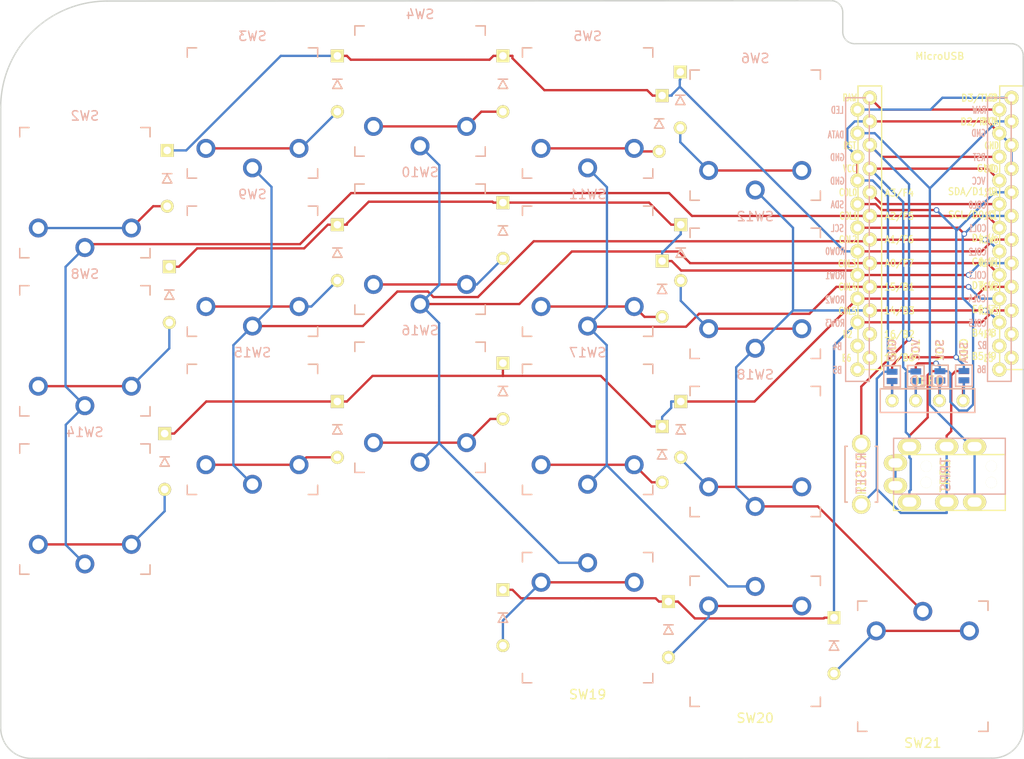
<source format=kicad_pcb>
(kicad_pcb (version 20171130) (host pcbnew "(5.1.4-0-10_14)")

  (general
    (thickness 1.6)
    (drawings 12)
    (tracks 344)
    (zones 0)
    (modules 48)
    (nets 42)
  )

  (page A4)
  (title_block
    (title "Corne Light")
    (date 2018-12-26)
    (rev 2.1)
    (company foostan)
  )

  (layers
    (0 F.Cu signal)
    (31 B.Cu signal)
    (32 B.Adhes user)
    (33 F.Adhes user)
    (34 B.Paste user)
    (35 F.Paste user)
    (36 B.SilkS user hide)
    (37 F.SilkS user hide)
    (38 B.Mask user)
    (39 F.Mask user)
    (40 Dwgs.User user)
    (41 Cmts.User user)
    (42 Eco1.User user)
    (43 Eco2.User user hide)
    (44 Edge.Cuts user)
    (45 Margin user)
    (46 B.CrtYd user)
    (47 F.CrtYd user)
    (48 B.Fab user)
    (49 F.Fab user)
  )

  (setup
    (last_trace_width 0.25)
    (user_trace_width 0.5)
    (trace_clearance 0.2)
    (zone_clearance 0.508)
    (zone_45_only no)
    (trace_min 0.2)
    (via_size 0.6)
    (via_drill 0.4)
    (via_min_size 0.4)
    (via_min_drill 0.3)
    (uvia_size 0.3)
    (uvia_drill 0.1)
    (uvias_allowed no)
    (uvia_min_size 0.2)
    (uvia_min_drill 0.1)
    (edge_width 0.15)
    (segment_width 0.15)
    (pcb_text_width 0.3)
    (pcb_text_size 1.5 1.5)
    (mod_edge_width 0.15)
    (mod_text_size 1 1)
    (mod_text_width 0.15)
    (pad_size 2 2)
    (pad_drill 1.3)
    (pad_to_mask_clearance 0.2)
    (aux_axis_origin 145.73 12.66)
    (visible_elements FFFFEFFF)
    (pcbplotparams
      (layerselection 0x010c0_ffffffff)
      (usegerberextensions true)
      (usegerberattributes false)
      (usegerberadvancedattributes false)
      (creategerberjobfile false)
      (excludeedgelayer true)
      (linewidth 0.150000)
      (plotframeref false)
      (viasonmask false)
      (mode 1)
      (useauxorigin false)
      (hpglpennumber 1)
      (hpglpenspeed 20)
      (hpglpendiameter 15.000000)
      (psnegative false)
      (psa4output false)
      (plotreference true)
      (plotvalue true)
      (plotinvisibletext false)
      (padsonsilk false)
      (subtractmaskfromsilk false)
      (outputformat 1)
      (mirror false)
      (drillshape 0)
      (scaleselection 1)
      (outputdirectory "gerber/"))
  )

  (net 0 "")
  (net 1 row0)
  (net 2 row1)
  (net 3 "Net-(D2-Pad2)")
  (net 4 row2)
  (net 5 "Net-(D3-Pad2)")
  (net 6 row3)
  (net 7 "Net-(D4-Pad2)")
  (net 8 "Net-(D5-Pad2)")
  (net 9 "Net-(D6-Pad2)")
  (net 10 "Net-(D8-Pad2)")
  (net 11 "Net-(D9-Pad2)")
  (net 12 "Net-(D10-Pad2)")
  (net 13 "Net-(D11-Pad2)")
  (net 14 "Net-(D12-Pad2)")
  (net 15 "Net-(D14-Pad2)")
  (net 16 "Net-(D15-Pad2)")
  (net 17 "Net-(D16-Pad2)")
  (net 18 "Net-(D17-Pad2)")
  (net 19 "Net-(D18-Pad2)")
  (net 20 "Net-(D19-Pad2)")
  (net 21 "Net-(D20-Pad2)")
  (net 22 "Net-(D21-Pad2)")
  (net 23 GND)
  (net 24 VCC)
  (net 25 col0)
  (net 26 col1)
  (net 27 col2)
  (net 28 col3)
  (net 29 col4)
  (net 30 col5)
  (net 31 LED)
  (net 32 data)
  (net 33 reset)
  (net 34 SCL)
  (net 35 SDA)
  (net 36 "Net-(U1-Pad14)")
  (net 37 "Net-(U1-Pad24)")
  (net 38 "Net-(J1-PadA)")
  (net 39 "Net-(U1-Pad13)")
  (net 40 "Net-(U1-Pad12)")
  (net 41 "Net-(U1-Pad11)")

  (net_class Default "これは標準のネット クラスです。"
    (clearance 0.2)
    (trace_width 0.25)
    (via_dia 0.6)
    (via_drill 0.4)
    (uvia_dia 0.3)
    (uvia_drill 0.1)
    (add_net GND)
    (add_net LED)
    (add_net "Net-(D10-Pad2)")
    (add_net "Net-(D11-Pad2)")
    (add_net "Net-(D12-Pad2)")
    (add_net "Net-(D14-Pad2)")
    (add_net "Net-(D15-Pad2)")
    (add_net "Net-(D16-Pad2)")
    (add_net "Net-(D17-Pad2)")
    (add_net "Net-(D18-Pad2)")
    (add_net "Net-(D19-Pad2)")
    (add_net "Net-(D2-Pad2)")
    (add_net "Net-(D20-Pad2)")
    (add_net "Net-(D21-Pad2)")
    (add_net "Net-(D3-Pad2)")
    (add_net "Net-(D4-Pad2)")
    (add_net "Net-(D5-Pad2)")
    (add_net "Net-(D6-Pad2)")
    (add_net "Net-(D8-Pad2)")
    (add_net "Net-(D9-Pad2)")
    (add_net "Net-(J1-PadA)")
    (add_net "Net-(U1-Pad11)")
    (add_net "Net-(U1-Pad12)")
    (add_net "Net-(U1-Pad13)")
    (add_net "Net-(U1-Pad14)")
    (add_net "Net-(U1-Pad24)")
    (add_net SCL)
    (add_net SDA)
    (add_net VCC)
    (add_net col0)
    (add_net col1)
    (add_net col2)
    (add_net col3)
    (add_net col4)
    (add_net col5)
    (add_net data)
    (add_net reset)
    (add_net row0)
    (add_net row1)
    (add_net row2)
    (add_net row3)
  )

  (module kbd:ProMicro_v2 (layer F.Cu) (tedit 5B7FE439) (tstamp 5C238F3C)
    (at 135.87 41.38)
    (path /5A5E14C2)
    (fp_text reference U1 (at -0.1 -0.05 270) (layer F.SilkS) hide
      (effects (font (size 1 1) (thickness 0.15)))
    )
    (fp_text value ProMicro (at -0.45 -17) (layer F.Fab) hide
      (effects (font (size 1 1) (thickness 0.15)))
    )
    (fp_line (start -10.16 16.002) (end -10.16 -14.478) (layer B.SilkS) (width 0.15))
    (fp_line (start -7.62 16.002) (end -10.16 16.002) (layer B.SilkS) (width 0.15))
    (fp_line (start -7.62 -14.478) (end -7.62 16.002) (layer B.SilkS) (width 0.15))
    (fp_line (start -10.16 -14.478) (end -7.62 -14.478) (layer B.SilkS) (width 0.15))
    (fp_line (start 5.08 16.002) (end 5.08 -14.478) (layer B.SilkS) (width 0.15))
    (fp_line (start 7.62 16.002) (end 5.08 16.002) (layer B.SilkS) (width 0.15))
    (fp_line (start 7.62 -14.478) (end 7.62 16.002) (layer B.SilkS) (width 0.15))
    (fp_line (start 5.08 -14.478) (end 7.62 -14.478) (layer B.SilkS) (width 0.15))
    (fp_line (start -10.16 16.002) (end -10.16 -17.018) (layer F.Fab) (width 0.15))
    (fp_line (start 7.62 16.002) (end -10.16 16.002) (layer F.Fab) (width 0.15))
    (fp_line (start 7.62 -17.018) (end 7.62 16.002) (layer F.Fab) (width 0.15))
    (fp_line (start -10.16 -17.018) (end 7.62 -17.018) (layer F.Fab) (width 0.15))
    (fp_line (start -8.845 -18.288) (end 8.935 -18.288) (layer F.Fab) (width 0.15))
    (fp_line (start 8.935 -18.288) (end 8.935 14.732) (layer F.Fab) (width 0.15))
    (fp_line (start 8.935 14.732) (end -8.845 14.732) (layer F.Fab) (width 0.15))
    (fp_line (start -8.845 14.732) (end -8.845 -18.288) (layer F.Fab) (width 0.15))
    (fp_line (start -8.8336 -15.748) (end -6.2936 -15.748) (layer F.SilkS) (width 0.15))
    (fp_line (start -6.2936 -15.748) (end -6.2936 14.732) (layer F.SilkS) (width 0.15))
    (fp_line (start -6.2936 14.732) (end -8.8336 14.732) (layer F.SilkS) (width 0.15))
    (fp_line (start -8.8336 14.732) (end -8.8336 -15.748) (layer F.SilkS) (width 0.15))
    (fp_line (start 6.3864 -15.748) (end 8.9264 -15.748) (layer F.SilkS) (width 0.15))
    (fp_line (start 8.9264 -15.748) (end 8.9264 14.732) (layer F.SilkS) (width 0.15))
    (fp_line (start 8.9264 14.732) (end 6.3864 14.732) (layer F.SilkS) (width 0.15))
    (fp_line (start 6.3864 14.732) (end 6.3864 -15.748) (layer F.SilkS) (width 0.15))
    (fp_text user "" (at -0.545 -17.4) (layer F.SilkS)
      (effects (font (size 1 1) (thickness 0.15)))
    )
    (fp_text user "" (at -1.2065 -16.256) (layer B.SilkS)
      (effects (font (size 1 1) (thickness 0.15)) (justify mirror))
    )
    (fp_text user RAW (at -9.7155 -14.478) (layer F.SilkS)
      (effects (font (size 0.75 0.5) (thickness 0.125)))
    )
    (fp_text user LED (at 5.5 -14.478) (layer F.SilkS)
      (effects (font (size 0.75 0.5) (thickness 0.125)))
    )
    (fp_text user GND (at 4.955 -6.9) (layer F.SilkS)
      (effects (font (size 0.75 0.67) (thickness 0.125)))
    )
    (fp_text user DATA (at 5.35 -11.95) (layer F.SilkS)
      (effects (font (size 0.75 0.5) (thickness 0.125)))
    )
    (fp_text user RST (at -9.7155 -9.3345) (layer F.SilkS)
      (effects (font (size 0.75 0.5) (thickness 0.125)))
    )
    (fp_text user GND (at 5.5245 -9.3345) (layer F.SilkS)
      (effects (font (size 0.75 0.5) (thickness 0.125)))
    )
    (fp_text user VCC (at -9.7155 -6.858) (layer F.SilkS)
      (effects (font (size 0.75 0.5) (thickness 0.125)))
    )
    (fp_text user GND (at 5.461 -6.7945) (layer F.SilkS)
      (effects (font (size 0.75 0.5) (thickness 0.125)))
    )
    (fp_text user COL3 (at -10 3.35) (layer F.SilkS)
      (effects (font (size 0.75 0.5) (thickness 0.125)))
    )
    (fp_text user ROW0 (at 5.2 0.8) (layer F.SilkS)
      (effects (font (size 0.75 0.5) (thickness 0.125)))
    )
    (fp_text user COL2 (at -9.9 0.762) (layer F.SilkS)
      (effects (font (size 0.75 0.5) (thickness 0.125)))
    )
    (fp_text user SCL (at 5.461 -1.778) (layer F.SilkS)
      (effects (font (size 0.75 0.5) (thickness 0.125)))
    )
    (fp_text user COL1 (at -9.85 -1.778) (layer F.SilkS)
      (effects (font (size 0.75 0.5) (thickness 0.125)))
    )
    (fp_text user SDA (at 5.461 -4.318) (layer F.SilkS)
      (effects (font (size 0.75 0.5) (thickness 0.125)))
    )
    (fp_text user COL0 (at -9.9 -4.3) (layer F.SilkS)
      (effects (font (size 0.75 0.5) (thickness 0.125)))
    )
    (fp_text user B6 (at -10.05 13.5) (layer F.SilkS)
      (effects (font (size 0.75 0.5) (thickness 0.125)))
    )
    (fp_text user B5 (at 5.2 13.5255) (layer F.SilkS)
      (effects (font (size 0.75 0.5) (thickness 0.125)))
    )
    (fp_text user B4 (at 5.2 10.922) (layer F.SilkS)
      (effects (font (size 0.75 0.5) (thickness 0.125)))
    )
    (fp_text user B2 (at -9.95 10.95) (layer F.SilkS)
      (effects (font (size 0.75 0.5) (thickness 0.125)))
    )
    (fp_text user ROW3 (at 5.2 8.4455) (layer F.SilkS)
      (effects (font (size 0.75 0.5) (thickness 0.125)))
    )
    (fp_text user COL5 (at -9.95 8.4455) (layer F.SilkS)
      (effects (font (size 0.75 0.5) (thickness 0.125)))
    )
    (fp_text user ROW2 (at 5.2 5.85) (layer F.SilkS)
      (effects (font (size 0.75 0.5) (thickness 0.125)))
    )
    (fp_text user COL4 (at -9.95 5.85) (layer F.SilkS)
      (effects (font (size 0.75 0.5) (thickness 0.125)))
    )
    (fp_text user ROW1 (at 5.25 3.302) (layer F.SilkS)
      (effects (font (size 0.75 0.5) (thickness 0.125)))
    )
    (fp_text user ROW1 (at -11.3 4.6355) (layer B.SilkS)
      (effects (font (size 0.75 0.5) (thickness 0.125)) (justify mirror))
    )
    (fp_text user COL4 (at 3.95 7.112) (layer B.SilkS)
      (effects (font (size 0.75 0.5) (thickness 0.125)) (justify mirror))
    )
    (fp_text user ROW2 (at -11.3 7.239) (layer B.SilkS)
      (effects (font (size 0.75 0.5) (thickness 0.125)) (justify mirror))
    )
    (fp_text user COL5 (at 4 9.75) (layer B.SilkS)
      (effects (font (size 0.75 0.5) (thickness 0.125)) (justify mirror))
    )
    (fp_text user ROW3 (at -11.3 9.75) (layer B.SilkS)
      (effects (font (size 0.75 0.5) (thickness 0.125)) (justify mirror))
    )
    (fp_text user B2 (at 4.5085 12.1285) (layer B.SilkS)
      (effects (font (size 0.75 0.5) (thickness 0.125)) (justify mirror))
    )
    (fp_text user B4 (at -11.049 12.2555) (layer B.SilkS)
      (effects (font (size 0.75 0.5) (thickness 0.125)) (justify mirror))
    )
    (fp_text user B5 (at -11.049 14.7955) (layer B.SilkS)
      (effects (font (size 0.75 0.5) (thickness 0.125)) (justify mirror))
    )
    (fp_text user B6 (at 4.445 14.732) (layer B.SilkS)
      (effects (font (size 0.75 0.5) (thickness 0.125)) (justify mirror))
    )
    (fp_text user COL0 (at 4 -2.95) (layer B.SilkS)
      (effects (font (size 0.75 0.5) (thickness 0.125)) (justify mirror))
    )
    (fp_text user SDA (at -11.049 -2.9845) (layer B.SilkS)
      (effects (font (size 0.75 0.5) (thickness 0.125)) (justify mirror))
    )
    (fp_text user COL1 (at 4 -0.4445) (layer B.SilkS)
      (effects (font (size 0.75 0.5) (thickness 0.125)) (justify mirror))
    )
    (fp_text user SCL (at -11.049 -0.4445) (layer B.SilkS)
      (effects (font (size 0.75 0.5) (thickness 0.125)) (justify mirror))
    )
    (fp_text user COL2 (at 4 2.1) (layer B.SilkS)
      (effects (font (size 0.75 0.5) (thickness 0.125)) (justify mirror))
    )
    (fp_text user ROW0 (at -11.3 2.032) (layer B.SilkS)
      (effects (font (size 0.75 0.5) (thickness 0.125)) (justify mirror))
    )
    (fp_text user COL3 (at 4 4.6) (layer B.SilkS)
      (effects (font (size 0.75 0.5) (thickness 0.125)) (justify mirror))
    )
    (fp_text user GND (at -11.049 -5.5245) (layer B.SilkS)
      (effects (font (size 0.75 0.5) (thickness 0.125)) (justify mirror))
    )
    (fp_text user VCC (at 4.1275 -5.5245) (layer B.SilkS)
      (effects (font (size 0.75 0.5) (thickness 0.125)) (justify mirror))
    )
    (fp_text user GND (at -11.049 -8.0645) (layer B.SilkS)
      (effects (font (size 0.75 0.5) (thickness 0.125)) (justify mirror))
    )
    (fp_text user RST (at 4.191 -8.0645) (layer B.SilkS)
      (effects (font (size 0.75 0.5) (thickness 0.125)) (justify mirror))
    )
    (fp_text user DATA (at -11.2 -10.5) (layer B.SilkS)
      (effects (font (size 0.75 0.5) (thickness 0.125)) (justify mirror))
    )
    (fp_text user GND (at 4.1275 -10.668) (layer B.SilkS)
      (effects (font (size 0.75 0.5) (thickness 0.125)) (justify mirror))
    )
    (fp_text user LED (at -11.049 -13.1445) (layer B.SilkS)
      (effects (font (size 0.75 0.5) (thickness 0.125)) (justify mirror))
    )
    (fp_text user RAW (at 4.191 -13.1445) (layer B.SilkS)
      (effects (font (size 0.75 0.5) (thickness 0.125)) (justify mirror))
    )
    (fp_text user A3/F4 (at -4.395 -4.25 unlocked) (layer F.SilkS)
      (effects (font (size 0.75 0.67) (thickness 0.125)))
    )
    (fp_text user A2/F5 (at -4.395 -1.75 unlocked) (layer F.SilkS)
      (effects (font (size 0.75 0.67) (thickness 0.125)))
    )
    (fp_text user A1/F6 (at -4.395 0.75 unlocked) (layer F.SilkS)
      (effects (font (size 0.75 0.67) (thickness 0.125)))
    )
    (fp_text user A0/F7 (at -4.395 3.3 unlocked) (layer F.SilkS)
      (effects (font (size 0.75 0.67) (thickness 0.125)))
    )
    (fp_text user 15/B1 (at -4.395 5.85 unlocked) (layer F.SilkS)
      (effects (font (size 0.75 0.67) (thickness 0.125)))
    )
    (fp_text user 14/B3 (at -4.395 8.4 unlocked) (layer F.SilkS)
      (effects (font (size 0.75 0.67) (thickness 0.125)))
    )
    (fp_text user 10/B6 (at -4.395 13.45 unlocked) (layer F.SilkS)
      (effects (font (size 0.75 0.67) (thickness 0.125)))
    )
    (fp_text user 16/B2 (at -4.395 10.95 unlocked) (layer F.SilkS)
      (effects (font (size 0.75 0.67) (thickness 0.125)))
    )
    (fp_text user E6/7 (at 4.705 8.25 unlocked) (layer F.SilkS)
      (effects (font (size 0.75 0.67) (thickness 0.125)))
    )
    (fp_text user D7/6 (at 4.705 5.7 unlocked) (layer F.SilkS)
      (effects (font (size 0.75 0.67) (thickness 0.125)))
    )
    (fp_text user D3/TX0 (at 4.155 -14.45 unlocked) (layer F.SilkS)
      (effects (font (size 0.75 0.67) (thickness 0.125)))
    )
    (fp_text user D4/4 (at 4.705 0.6 unlocked) (layer F.SilkS)
      (effects (font (size 0.75 0.67) (thickness 0.125)))
    )
    (fp_text user SDA/D1/2 (at 3.455 -4.4 unlocked) (layer F.SilkS)
      (effects (font (size 0.75 0.67) (thickness 0.125)))
    )
    (fp_text user SCL/D0/3 (at 3.455 -1.9 unlocked) (layer F.SilkS)
      (effects (font (size 0.75 0.67) (thickness 0.125)))
    )
    (fp_text user C6/5 (at 4.705 3.15 unlocked) (layer F.SilkS)
      (effects (font (size 0.75 0.67) (thickness 0.125)))
    )
    (fp_text user B5/9 (at 4.705 13.3 unlocked) (layer F.SilkS)
      (effects (font (size 0.75 0.67) (thickness 0.125)))
    )
    (fp_text user D2/RX1 (at 4.155 -11.9 unlocked) (layer F.SilkS)
      (effects (font (size 0.75 0.67) (thickness 0.125)))
    )
    (fp_text user B4/8 (at 4.705 10.8 unlocked) (layer F.SilkS)
      (effects (font (size 0.75 0.67) (thickness 0.125)))
    )
    (fp_text user MicroUSB (at -0.05 -18.95) (layer F.SilkS)
      (effects (font (size 0.75 0.75) (thickness 0.12)))
    )
    (pad 24 thru_hole circle (at 6.35 -13.208) (size 1.524 1.524) (drill 0.8128) (layers *.Cu *.Mask F.SilkS)
      (net 37 "Net-(U1-Pad24)"))
    (pad 23 thru_hole circle (at 6.35 -10.668) (size 1.524 1.524) (drill 0.8128) (layers *.Cu *.Mask F.SilkS)
      (net 23 GND))
    (pad 22 thru_hole circle (at 6.35 -8.128) (size 1.524 1.524) (drill 0.8128) (layers *.Cu *.Mask F.SilkS)
      (net 33 reset))
    (pad 21 thru_hole circle (at 6.35 -5.588) (size 1.524 1.524) (drill 0.8128) (layers *.Cu *.Mask F.SilkS)
      (net 24 VCC))
    (pad 20 thru_hole circle (at 6.35 -3.048) (size 1.524 1.524) (drill 0.8128) (layers *.Cu *.Mask F.SilkS)
      (net 25 col0))
    (pad 19 thru_hole circle (at 6.35 -0.508) (size 1.524 1.524) (drill 0.8128) (layers *.Cu *.Mask F.SilkS)
      (net 26 col1))
    (pad 18 thru_hole circle (at 6.35 2.032) (size 1.524 1.524) (drill 0.8128) (layers *.Cu *.Mask F.SilkS)
      (net 27 col2))
    (pad 17 thru_hole circle (at 6.35 4.572) (size 1.524 1.524) (drill 0.8128) (layers *.Cu *.Mask F.SilkS)
      (net 28 col3))
    (pad 16 thru_hole circle (at 6.35 7.112) (size 1.524 1.524) (drill 0.8128) (layers *.Cu *.Mask F.SilkS)
      (net 29 col4))
    (pad 15 thru_hole circle (at 6.35 9.652) (size 1.524 1.524) (drill 0.8128) (layers *.Cu *.Mask F.SilkS)
      (net 30 col5))
    (pad 14 thru_hole circle (at 6.35 12.192) (size 1.524 1.524) (drill 0.8128) (layers *.Cu *.Mask F.SilkS))
    (pad 13 thru_hole circle (at 6.35 14.732) (size 1.524 1.524) (drill 0.8128) (layers *.Cu *.Mask F.SilkS))
    (pad 12 thru_hole circle (at -8.89 14.732) (size 1.524 1.524) (drill 0.8128) (layers *.Cu *.Mask F.SilkS))
    (pad 11 thru_hole circle (at -8.89 12.192) (size 1.524 1.524) (drill 0.8128) (layers *.Cu *.Mask F.SilkS))
    (pad 10 thru_hole circle (at -8.89 9.652) (size 1.524 1.524) (drill 0.8128) (layers *.Cu *.Mask F.SilkS)
      (net 6 row3))
    (pad 9 thru_hole circle (at -8.89 7.112) (size 1.524 1.524) (drill 0.8128) (layers *.Cu *.Mask F.SilkS)
      (net 4 row2))
    (pad 8 thru_hole circle (at -8.89 4.572) (size 1.524 1.524) (drill 0.8128) (layers *.Cu *.Mask F.SilkS)
      (net 2 row1))
    (pad 7 thru_hole circle (at -8.89 2.032) (size 1.524 1.524) (drill 0.8128) (layers *.Cu *.Mask F.SilkS)
      (net 1 row0))
    (pad 6 thru_hole circle (at -8.89 -0.508) (size 1.524 1.524) (drill 0.8128) (layers *.Cu *.Mask F.SilkS)
      (net 34 SCL))
    (pad 5 thru_hole circle (at -8.89 -3.048) (size 1.524 1.524) (drill 0.8128) (layers *.Cu *.Mask F.SilkS)
      (net 35 SDA))
    (pad 4 thru_hole circle (at -8.89 -5.588) (size 1.524 1.524) (drill 0.8128) (layers *.Cu *.Mask F.SilkS)
      (net 23 GND))
    (pad 3 thru_hole circle (at -8.89 -8.128) (size 1.524 1.524) (drill 0.8128) (layers *.Cu *.Mask F.SilkS)
      (net 23 GND))
    (pad 2 thru_hole circle (at -8.89 -10.668) (size 1.524 1.524) (drill 0.8128) (layers *.Cu *.Mask F.SilkS)
      (net 32 data))
    (pad 1 thru_hole circle (at -8.89 -13.208) (size 1.524 1.524) (drill 0.8128) (layers *.Cu *.Mask F.SilkS)
      (net 31 LED))
    (pad 1 thru_hole circle (at 7.6564 -14.478) (size 1.524 1.524) (drill 0.8128) (layers *.Cu *.Mask F.SilkS)
      (net 31 LED))
    (pad 2 thru_hole circle (at 7.6564 -11.938) (size 1.524 1.524) (drill 0.8128) (layers *.Cu *.Mask F.SilkS)
      (net 32 data))
    (pad 3 thru_hole circle (at 7.6564 -9.398) (size 1.524 1.524) (drill 0.8128) (layers *.Cu *.Mask F.SilkS)
      (net 23 GND))
    (pad 4 thru_hole circle (at 7.6564 -6.858) (size 1.524 1.524) (drill 0.8128) (layers *.Cu *.Mask F.SilkS)
      (net 23 GND))
    (pad 5 thru_hole circle (at 7.6564 -4.318) (size 1.524 1.524) (drill 0.8128) (layers *.Cu *.Mask F.SilkS)
      (net 35 SDA))
    (pad 6 thru_hole circle (at 7.6564 -1.778) (size 1.524 1.524) (drill 0.8128) (layers *.Cu *.Mask F.SilkS)
      (net 34 SCL))
    (pad 7 thru_hole circle (at 7.6564 0.762) (size 1.524 1.524) (drill 0.8128) (layers *.Cu *.Mask F.SilkS)
      (net 1 row0))
    (pad 8 thru_hole circle (at 7.6564 3.302) (size 1.524 1.524) (drill 0.8128) (layers *.Cu *.Mask F.SilkS)
      (net 2 row1))
    (pad 9 thru_hole circle (at 7.6564 5.842) (size 1.524 1.524) (drill 0.8128) (layers *.Cu *.Mask F.SilkS)
      (net 4 row2))
    (pad 10 thru_hole circle (at 7.6564 8.382) (size 1.524 1.524) (drill 0.8128) (layers *.Cu *.Mask F.SilkS)
      (net 6 row3))
    (pad 11 thru_hole circle (at 7.6564 10.922) (size 1.524 1.524) (drill 0.8128) (layers *.Cu *.Mask F.SilkS))
    (pad 12 thru_hole circle (at 7.6564 13.462) (size 1.524 1.524) (drill 0.8128) (layers *.Cu *.Mask F.SilkS))
    (pad 13 thru_hole circle (at -7.5636 13.462) (size 1.524 1.524) (drill 0.8128) (layers *.Cu *.Mask F.SilkS))
    (pad 14 thru_hole circle (at -7.5636 10.922) (size 1.524 1.524) (drill 0.8128) (layers *.Cu *.Mask F.SilkS))
    (pad 15 thru_hole circle (at -7.5636 8.382) (size 1.524 1.524) (drill 0.8128) (layers *.Cu *.Mask F.SilkS)
      (net 30 col5))
    (pad 16 thru_hole circle (at -7.5636 5.842) (size 1.524 1.524) (drill 0.8128) (layers *.Cu *.Mask F.SilkS)
      (net 29 col4))
    (pad 17 thru_hole circle (at -7.5636 3.302) (size 1.524 1.524) (drill 0.8128) (layers *.Cu *.Mask F.SilkS)
      (net 28 col3))
    (pad 18 thru_hole circle (at -7.5636 0.762) (size 1.524 1.524) (drill 0.8128) (layers *.Cu *.Mask F.SilkS)
      (net 27 col2))
    (pad 19 thru_hole circle (at -7.5636 -1.778) (size 1.524 1.524) (drill 0.8128) (layers *.Cu *.Mask F.SilkS)
      (net 26 col1))
    (pad 20 thru_hole circle (at -7.5636 -4.318) (size 1.524 1.524) (drill 0.8128) (layers *.Cu *.Mask F.SilkS)
      (net 25 col0))
    (pad 21 thru_hole circle (at -7.5636 -6.858) (size 1.524 1.524) (drill 0.8128) (layers *.Cu *.Mask F.SilkS)
      (net 24 VCC))
    (pad 22 thru_hole circle (at -7.5636 -9.398) (size 1.524 1.524) (drill 0.8128) (layers *.Cu *.Mask F.SilkS)
      (net 33 reset))
    (pad 23 thru_hole circle (at -7.5636 -11.938) (size 1.524 1.524) (drill 0.8128) (layers *.Cu *.Mask F.SilkS)
      (net 23 GND))
    (pad 24 thru_hole circle (at -7.5636 -14.478) (size 1.524 1.524) (drill 0.8128) (layers *.Cu *.Mask F.SilkS)
      (net 37 "Net-(U1-Pad24)"))
  )

  (module chocs:SW_PG1350_reversible_b2 (layer F.Cu) (tedit 5EF324D0) (tstamp 5C2386AA)
    (at 44 37.1)
    (descr "Kailh \"Choc\" PG1350 keyswitch, able to be mounted on front or back of PCB")
    (tags kailh,choc)
    (path /5A5E2699)
    (fp_text reference SW2 (at 4.6 6 180) (layer Dwgs.User) hide
      (effects (font (size 1 1) (thickness 0.15)))
    )
    (fp_text value SW_PUSH (at -0.5 6 180) (layer Dwgs.User) hide
      (effects (font (size 1 1) (thickness 0.15)))
    )
    (fp_line (start 6 -7) (end 7 -7) (layer F.SilkS) (width 0.15))
    (fp_line (start 7 -7) (end 7 -6) (layer F.SilkS) (width 0.15))
    (fp_line (start 7 6) (end 7 7) (layer F.SilkS) (width 0.15))
    (fp_line (start 7 7) (end 6 7) (layer F.SilkS) (width 0.15))
    (fp_line (start -6 7) (end -7 7) (layer F.SilkS) (width 0.15))
    (fp_line (start -7 7) (end -7 6) (layer F.SilkS) (width 0.15))
    (fp_line (start -7 -6) (end -7 -7) (layer F.SilkS) (width 0.15))
    (fp_line (start -7 -7) (end -6 -7) (layer F.SilkS) (width 0.15))
    (fp_line (start -2.6 -3.1) (end 2.6 -3.1) (layer Eco2.User) (width 0.15))
    (fp_line (start 2.6 -3.1) (end 2.6 -6.3) (layer Eco2.User) (width 0.15))
    (fp_line (start 2.6 -6.3) (end -2.6 -6.3) (layer Eco2.User) (width 0.15))
    (fp_line (start -2.6 -3.1) (end -2.6 -6.3) (layer Eco2.User) (width 0.15))
    (fp_line (start -7 -6) (end -7 -7) (layer B.SilkS) (width 0.15))
    (fp_line (start -7 -7) (end -6 -7) (layer B.SilkS) (width 0.15))
    (fp_line (start -6 7) (end -7 7) (layer B.SilkS) (width 0.15))
    (fp_line (start -7 7) (end -7 6) (layer B.SilkS) (width 0.15))
    (fp_line (start 7 6) (end 7 7) (layer B.SilkS) (width 0.15))
    (fp_line (start 7 7) (end 6 7) (layer B.SilkS) (width 0.15))
    (fp_line (start 6 -7) (end 7 -7) (layer B.SilkS) (width 0.15))
    (fp_line (start 7 -7) (end 7 -6) (layer B.SilkS) (width 0.15))
    (fp_line (start -6.9 6.9) (end 6.9 6.9) (layer Eco2.User) (width 0.15))
    (fp_line (start 6.9 -6.9) (end -6.9 -6.9) (layer Eco2.User) (width 0.15))
    (fp_line (start 6.9 -6.9) (end 6.9 6.9) (layer Eco2.User) (width 0.15))
    (fp_line (start -6.9 6.9) (end -6.9 -6.9) (layer Eco2.User) (width 0.15))
    (fp_line (start -7.5 -7.5) (end 7.5 -7.5) (layer B.Fab) (width 0.15))
    (fp_line (start 7.5 -7.5) (end 7.5 7.5) (layer B.Fab) (width 0.15))
    (fp_line (start 7.5 7.5) (end -7.5 7.5) (layer B.Fab) (width 0.15))
    (fp_line (start -7.5 7.5) (end -7.5 -7.5) (layer B.Fab) (width 0.15))
    (fp_text user %R (at 0 -8.255) (layer B.SilkS)
      (effects (font (size 1 1) (thickness 0.15)) (justify mirror))
    )
    (fp_text user %V (at 0 7.755) (layer B.Fab)
      (effects (font (size 1 1) (thickness 0.15)) (justify mirror))
    )
    (fp_line (start -7.5 -7.5) (end 7.5 -7.5) (layer F.Fab) (width 0.15))
    (fp_line (start 7.5 7.5) (end -7.5 7.5) (layer F.Fab) (width 0.15))
    (fp_line (start 7.5 -7.5) (end 7.5 7.5) (layer F.Fab) (width 0.15))
    (fp_line (start -7.5 7.5) (end -7.5 -7.5) (layer F.Fab) (width 0.15))
    (fp_text user %R (at 0 0) (layer F.Fab)
      (effects (font (size 1 1) (thickness 0.15)))
    )
    (fp_text user %R (at 0 0) (layer F.Fab)
      (effects (font (size 1 1) (thickness 0.15)))
    )
    (fp_line (start -9 8.5) (end -9 -8.5) (layer Eco1.User) (width 0.12))
    (fp_line (start -9 -8.5) (end 9 -8.5) (layer Eco1.User) (width 0.12))
    (fp_line (start 9 8.5) (end 9 -8.5) (layer Eco1.User) (width 0.12))
    (fp_line (start -9 8.5) (end 9 8.5) (layer Eco1.User) (width 0.12))
    (pad "" np_thru_hole circle (at -5.22 -4.2) (size 0.9906 0.9906) (drill 0.9906) (layers *.Cu *.Mask))
    (pad 2 thru_hole circle (at 5 3.8) (size 2.032 2.032) (drill 1.27) (layers *.Cu *.Mask)
      (net 3 "Net-(D2-Pad2)"))
    (pad "" np_thru_hole circle (at 0 0) (size 3.429 3.429) (drill 3.429) (layers *.Cu *.Mask))
    (pad 2 thru_hole circle (at -5 3.8) (size 2.032 2.032) (drill 1.27) (layers *.Cu *.Mask)
      (net 3 "Net-(D2-Pad2)"))
    (pad 1 thru_hole circle (at 0 5.9) (size 2.032 2.032) (drill 1.27) (layers *.Cu *.Mask)
      (net 26 col1))
    (pad "" np_thru_hole circle (at 5.22 -4.2) (size 0.9906 0.9906) (drill 0.9906) (layers *.Cu *.Mask))
    (pad "" np_thru_hole circle (at 5.5 0) (size 1.7018 1.7018) (drill 1.7018) (layers *.Cu *.Mask))
    (pad "" np_thru_hole circle (at -5.5 0) (size 1.7018 1.7018) (drill 1.7018) (layers *.Cu *.Mask))
  )

  (module chocs:SW_PG1350_reversible_b2 (layer F.Cu) (tedit 5EF324D0) (tstamp 5C2386C0)
    (at 62 28.54)
    (descr "Kailh \"Choc\" PG1350 keyswitch, able to be mounted on front or back of PCB")
    (tags kailh,choc)
    (path /5A5E27F9)
    (fp_text reference SW3 (at 4.6 6 180) (layer Dwgs.User) hide
      (effects (font (size 1 1) (thickness 0.15)))
    )
    (fp_text value SW_PUSH (at -0.5 6 180) (layer Dwgs.User) hide
      (effects (font (size 1 1) (thickness 0.15)))
    )
    (fp_line (start 6 -7) (end 7 -7) (layer F.SilkS) (width 0.15))
    (fp_line (start 7 -7) (end 7 -6) (layer F.SilkS) (width 0.15))
    (fp_line (start 7 6) (end 7 7) (layer F.SilkS) (width 0.15))
    (fp_line (start 7 7) (end 6 7) (layer F.SilkS) (width 0.15))
    (fp_line (start -6 7) (end -7 7) (layer F.SilkS) (width 0.15))
    (fp_line (start -7 7) (end -7 6) (layer F.SilkS) (width 0.15))
    (fp_line (start -7 -6) (end -7 -7) (layer F.SilkS) (width 0.15))
    (fp_line (start -7 -7) (end -6 -7) (layer F.SilkS) (width 0.15))
    (fp_line (start -2.6 -3.1) (end 2.6 -3.1) (layer Eco2.User) (width 0.15))
    (fp_line (start 2.6 -3.1) (end 2.6 -6.3) (layer Eco2.User) (width 0.15))
    (fp_line (start 2.6 -6.3) (end -2.6 -6.3) (layer Eco2.User) (width 0.15))
    (fp_line (start -2.6 -3.1) (end -2.6 -6.3) (layer Eco2.User) (width 0.15))
    (fp_line (start -7 -6) (end -7 -7) (layer B.SilkS) (width 0.15))
    (fp_line (start -7 -7) (end -6 -7) (layer B.SilkS) (width 0.15))
    (fp_line (start -6 7) (end -7 7) (layer B.SilkS) (width 0.15))
    (fp_line (start -7 7) (end -7 6) (layer B.SilkS) (width 0.15))
    (fp_line (start 7 6) (end 7 7) (layer B.SilkS) (width 0.15))
    (fp_line (start 7 7) (end 6 7) (layer B.SilkS) (width 0.15))
    (fp_line (start 6 -7) (end 7 -7) (layer B.SilkS) (width 0.15))
    (fp_line (start 7 -7) (end 7 -6) (layer B.SilkS) (width 0.15))
    (fp_line (start -6.9 6.9) (end 6.9 6.9) (layer Eco2.User) (width 0.15))
    (fp_line (start 6.9 -6.9) (end -6.9 -6.9) (layer Eco2.User) (width 0.15))
    (fp_line (start 6.9 -6.9) (end 6.9 6.9) (layer Eco2.User) (width 0.15))
    (fp_line (start -6.9 6.9) (end -6.9 -6.9) (layer Eco2.User) (width 0.15))
    (fp_line (start -7.5 -7.5) (end 7.5 -7.5) (layer B.Fab) (width 0.15))
    (fp_line (start 7.5 -7.5) (end 7.5 7.5) (layer B.Fab) (width 0.15))
    (fp_line (start 7.5 7.5) (end -7.5 7.5) (layer B.Fab) (width 0.15))
    (fp_line (start -7.5 7.5) (end -7.5 -7.5) (layer B.Fab) (width 0.15))
    (fp_text user %R (at 0 -8.255) (layer B.SilkS)
      (effects (font (size 1 1) (thickness 0.15)) (justify mirror))
    )
    (fp_text user %V (at 0 8.255) (layer B.Fab)
      (effects (font (size 1 1) (thickness 0.15)) (justify mirror))
    )
    (fp_line (start -7.5 -7.5) (end 7.5 -7.5) (layer F.Fab) (width 0.15))
    (fp_line (start 7.5 7.5) (end -7.5 7.5) (layer F.Fab) (width 0.15))
    (fp_line (start 7.5 -7.5) (end 7.5 7.5) (layer F.Fab) (width 0.15))
    (fp_line (start -7.5 7.5) (end -7.5 -7.5) (layer F.Fab) (width 0.15))
    (fp_text user %R (at 0 0) (layer F.Fab)
      (effects (font (size 1 1) (thickness 0.15)))
    )
    (fp_text user %R (at 0 0) (layer F.Fab)
      (effects (font (size 1 1) (thickness 0.15)))
    )
    (fp_line (start -9 8.5) (end -9 -8.5) (layer Eco1.User) (width 0.12))
    (fp_line (start -9 -8.5) (end 9 -8.5) (layer Eco1.User) (width 0.12))
    (fp_line (start 9 8.5) (end 9 -8.5) (layer Eco1.User) (width 0.12))
    (fp_line (start -9 8.5) (end 9 8.5) (layer Eco1.User) (width 0.12))
    (pad "" np_thru_hole circle (at -5.22 -4.2) (size 0.9906 0.9906) (drill 0.9906) (layers *.Cu *.Mask))
    (pad 2 thru_hole circle (at 5 3.8) (size 2.032 2.032) (drill 1.27) (layers *.Cu *.Mask)
      (net 5 "Net-(D3-Pad2)"))
    (pad "" np_thru_hole circle (at 0 0) (size 3.429 3.429) (drill 3.429) (layers *.Cu *.Mask))
    (pad 2 thru_hole circle (at -5 3.8) (size 2.032 2.032) (drill 1.27) (layers *.Cu *.Mask)
      (net 5 "Net-(D3-Pad2)"))
    (pad 1 thru_hole circle (at 0 5.9) (size 2.032 2.032) (drill 1.27) (layers *.Cu *.Mask)
      (net 27 col2))
    (pad "" np_thru_hole circle (at 5.22 -4.2) (size 0.9906 0.9906) (drill 0.9906) (layers *.Cu *.Mask))
    (pad "" np_thru_hole circle (at 5.5 0) (size 1.7018 1.7018) (drill 1.7018) (layers *.Cu *.Mask))
    (pad "" np_thru_hole circle (at -5.5 0) (size 1.7018 1.7018) (drill 1.7018) (layers *.Cu *.Mask))
  )

  (module chocs:SW_PG1350_reversible_b2 (layer F.Cu) (tedit 5EF324D0) (tstamp 5C2386D6)
    (at 80 26.18)
    (descr "Kailh \"Choc\" PG1350 keyswitch, able to be mounted on front or back of PCB")
    (tags kailh,choc)
    (path /5A5E2908)
    (fp_text reference SW4 (at 4.6 6 180) (layer Dwgs.User) hide
      (effects (font (size 1 1) (thickness 0.15)))
    )
    (fp_text value SW_PUSH (at -0.5 6 180) (layer Dwgs.User) hide
      (effects (font (size 1 1) (thickness 0.15)))
    )
    (fp_line (start 6 -7) (end 7 -7) (layer F.SilkS) (width 0.15))
    (fp_line (start 7 -7) (end 7 -6) (layer F.SilkS) (width 0.15))
    (fp_line (start 7 6) (end 7 7) (layer F.SilkS) (width 0.15))
    (fp_line (start 7 7) (end 6 7) (layer F.SilkS) (width 0.15))
    (fp_line (start -6 7) (end -7 7) (layer F.SilkS) (width 0.15))
    (fp_line (start -7 7) (end -7 6) (layer F.SilkS) (width 0.15))
    (fp_line (start -7 -6) (end -7 -7) (layer F.SilkS) (width 0.15))
    (fp_line (start -7 -7) (end -6 -7) (layer F.SilkS) (width 0.15))
    (fp_line (start -2.6 -3.1) (end 2.6 -3.1) (layer Eco2.User) (width 0.15))
    (fp_line (start 2.6 -3.1) (end 2.6 -6.3) (layer Eco2.User) (width 0.15))
    (fp_line (start 2.6 -6.3) (end -2.6 -6.3) (layer Eco2.User) (width 0.15))
    (fp_line (start -2.6 -3.1) (end -2.6 -6.3) (layer Eco2.User) (width 0.15))
    (fp_line (start -7 -6) (end -7 -7) (layer B.SilkS) (width 0.15))
    (fp_line (start -7 -7) (end -6 -7) (layer B.SilkS) (width 0.15))
    (fp_line (start -6 7) (end -7 7) (layer B.SilkS) (width 0.15))
    (fp_line (start -7 7) (end -7 6) (layer B.SilkS) (width 0.15))
    (fp_line (start 7 6) (end 7 7) (layer B.SilkS) (width 0.15))
    (fp_line (start 7 7) (end 6 7) (layer B.SilkS) (width 0.15))
    (fp_line (start 6 -7) (end 7 -7) (layer B.SilkS) (width 0.15))
    (fp_line (start 7 -7) (end 7 -6) (layer B.SilkS) (width 0.15))
    (fp_line (start -6.9 6.9) (end 6.9 6.9) (layer Eco2.User) (width 0.15))
    (fp_line (start 6.9 -6.9) (end -6.9 -6.9) (layer Eco2.User) (width 0.15))
    (fp_line (start 6.9 -6.9) (end 6.9 6.9) (layer Eco2.User) (width 0.15))
    (fp_line (start -6.9 6.9) (end -6.9 -6.9) (layer Eco2.User) (width 0.15))
    (fp_line (start -7.5 -7.5) (end 7.5 -7.5) (layer B.Fab) (width 0.15))
    (fp_line (start 7.5 -7.5) (end 7.5 7.5) (layer B.Fab) (width 0.15))
    (fp_line (start 7.5 7.5) (end -7.5 7.5) (layer B.Fab) (width 0.15))
    (fp_line (start -7.5 7.5) (end -7.5 -7.5) (layer B.Fab) (width 0.15))
    (fp_text user %R (at 0 -8.255) (layer B.SilkS)
      (effects (font (size 1 1) (thickness 0.15)) (justify mirror))
    )
    (fp_text user %V (at 0 8.255) (layer B.Fab)
      (effects (font (size 1 1) (thickness 0.15)) (justify mirror))
    )
    (fp_line (start -7.5 -7.5) (end 7.5 -7.5) (layer F.Fab) (width 0.15))
    (fp_line (start 7.5 7.5) (end -7.5 7.5) (layer F.Fab) (width 0.15))
    (fp_line (start 7.5 -7.5) (end 7.5 7.5) (layer F.Fab) (width 0.15))
    (fp_line (start -7.5 7.5) (end -7.5 -7.5) (layer F.Fab) (width 0.15))
    (fp_text user %R (at 0 0) (layer F.Fab)
      (effects (font (size 1 1) (thickness 0.15)))
    )
    (fp_text user %R (at 0 0) (layer F.Fab)
      (effects (font (size 1 1) (thickness 0.15)))
    )
    (fp_line (start -9 8.5) (end -9 -8.5) (layer Eco1.User) (width 0.12))
    (fp_line (start -9 -8.5) (end 9 -8.5) (layer Eco1.User) (width 0.12))
    (fp_line (start 9 8.5) (end 9 -8.5) (layer Eco1.User) (width 0.12))
    (fp_line (start -9 8.5) (end 9 8.5) (layer Eco1.User) (width 0.12))
    (pad "" np_thru_hole circle (at -5.22 -4.2) (size 0.9906 0.9906) (drill 0.9906) (layers *.Cu *.Mask))
    (pad 2 thru_hole circle (at 5 3.8) (size 2.032 2.032) (drill 1.27) (layers *.Cu *.Mask)
      (net 7 "Net-(D4-Pad2)"))
    (pad "" np_thru_hole circle (at 0 0) (size 3.429 3.429) (drill 3.429) (layers *.Cu *.Mask))
    (pad 2 thru_hole circle (at -5 3.8) (size 2.032 2.032) (drill 1.27) (layers *.Cu *.Mask)
      (net 7 "Net-(D4-Pad2)"))
    (pad 1 thru_hole circle (at 0 5.9) (size 2.032 2.032) (drill 1.27) (layers *.Cu *.Mask)
      (net 28 col3))
    (pad "" np_thru_hole circle (at 5.22 -4.2) (size 0.9906 0.9906) (drill 0.9906) (layers *.Cu *.Mask))
    (pad "" np_thru_hole circle (at 5.5 0) (size 1.7018 1.7018) (drill 1.7018) (layers *.Cu *.Mask))
    (pad "" np_thru_hole circle (at -5.5 0) (size 1.7018 1.7018) (drill 1.7018) (layers *.Cu *.Mask))
  )

  (module chocs:SW_PG1350_reversible_b2 (layer F.Cu) (tedit 5EF324D0) (tstamp 5C2386EC)
    (at 98 28.54)
    (descr "Kailh \"Choc\" PG1350 keyswitch, able to be mounted on front or back of PCB")
    (tags kailh,choc)
    (path /5A5E2933)
    (fp_text reference SW5 (at 4.6 6 180) (layer Dwgs.User) hide
      (effects (font (size 1 1) (thickness 0.15)))
    )
    (fp_text value SW_PUSH (at -0.5 6 180) (layer Dwgs.User) hide
      (effects (font (size 1 1) (thickness 0.15)))
    )
    (fp_line (start 6 -7) (end 7 -7) (layer F.SilkS) (width 0.15))
    (fp_line (start 7 -7) (end 7 -6) (layer F.SilkS) (width 0.15))
    (fp_line (start 7 6) (end 7 7) (layer F.SilkS) (width 0.15))
    (fp_line (start 7 7) (end 6 7) (layer F.SilkS) (width 0.15))
    (fp_line (start -6 7) (end -7 7) (layer F.SilkS) (width 0.15))
    (fp_line (start -7 7) (end -7 6) (layer F.SilkS) (width 0.15))
    (fp_line (start -7 -6) (end -7 -7) (layer F.SilkS) (width 0.15))
    (fp_line (start -7 -7) (end -6 -7) (layer F.SilkS) (width 0.15))
    (fp_line (start -2.6 -3.1) (end 2.6 -3.1) (layer Eco2.User) (width 0.15))
    (fp_line (start 2.6 -3.1) (end 2.6 -6.3) (layer Eco2.User) (width 0.15))
    (fp_line (start 2.6 -6.3) (end -2.6 -6.3) (layer Eco2.User) (width 0.15))
    (fp_line (start -2.6 -3.1) (end -2.6 -6.3) (layer Eco2.User) (width 0.15))
    (fp_line (start -7 -6) (end -7 -7) (layer B.SilkS) (width 0.15))
    (fp_line (start -7 -7) (end -6 -7) (layer B.SilkS) (width 0.15))
    (fp_line (start -6 7) (end -7 7) (layer B.SilkS) (width 0.15))
    (fp_line (start -7 7) (end -7 6) (layer B.SilkS) (width 0.15))
    (fp_line (start 7 6) (end 7 7) (layer B.SilkS) (width 0.15))
    (fp_line (start 7 7) (end 6 7) (layer B.SilkS) (width 0.15))
    (fp_line (start 6 -7) (end 7 -7) (layer B.SilkS) (width 0.15))
    (fp_line (start 7 -7) (end 7 -6) (layer B.SilkS) (width 0.15))
    (fp_line (start -6.9 6.9) (end 6.9 6.9) (layer Eco2.User) (width 0.15))
    (fp_line (start 6.9 -6.9) (end -6.9 -6.9) (layer Eco2.User) (width 0.15))
    (fp_line (start 6.9 -6.9) (end 6.9 6.9) (layer Eco2.User) (width 0.15))
    (fp_line (start -6.9 6.9) (end -6.9 -6.9) (layer Eco2.User) (width 0.15))
    (fp_line (start -7.5 -7.5) (end 7.5 -7.5) (layer B.Fab) (width 0.15))
    (fp_line (start 7.5 -7.5) (end 7.5 7.5) (layer B.Fab) (width 0.15))
    (fp_line (start 7.5 7.5) (end -7.5 7.5) (layer B.Fab) (width 0.15))
    (fp_line (start -7.5 7.5) (end -7.5 -7.5) (layer B.Fab) (width 0.15))
    (fp_text user %R (at 0 -8.255) (layer B.SilkS)
      (effects (font (size 1 1) (thickness 0.15)) (justify mirror))
    )
    (fp_text user %V (at 0 8.255) (layer B.Fab)
      (effects (font (size 1 1) (thickness 0.15)) (justify mirror))
    )
    (fp_line (start -7.5 -7.5) (end 7.5 -7.5) (layer F.Fab) (width 0.15))
    (fp_line (start 7.5 7.5) (end -7.5 7.5) (layer F.Fab) (width 0.15))
    (fp_line (start 7.5 -7.5) (end 7.5 7.5) (layer F.Fab) (width 0.15))
    (fp_line (start -7.5 7.5) (end -7.5 -7.5) (layer F.Fab) (width 0.15))
    (fp_text user %R (at 0 0) (layer F.Fab)
      (effects (font (size 1 1) (thickness 0.15)))
    )
    (fp_text user %R (at 0 0) (layer F.Fab)
      (effects (font (size 1 1) (thickness 0.15)))
    )
    (fp_line (start -9 8.5) (end -9 -8.5) (layer Eco1.User) (width 0.12))
    (fp_line (start -9 -8.5) (end 9 -8.5) (layer Eco1.User) (width 0.12))
    (fp_line (start 9 8.5) (end 9 -8.5) (layer Eco1.User) (width 0.12))
    (fp_line (start -9 8.5) (end 9 8.5) (layer Eco1.User) (width 0.12))
    (pad "" np_thru_hole circle (at -5.22 -4.2) (size 0.9906 0.9906) (drill 0.9906) (layers *.Cu *.Mask))
    (pad 2 thru_hole circle (at 5 3.8) (size 2.032 2.032) (drill 1.27) (layers *.Cu *.Mask)
      (net 8 "Net-(D5-Pad2)"))
    (pad "" np_thru_hole circle (at 0 0) (size 3.429 3.429) (drill 3.429) (layers *.Cu *.Mask))
    (pad 2 thru_hole circle (at -5 3.8) (size 2.032 2.032) (drill 1.27) (layers *.Cu *.Mask)
      (net 8 "Net-(D5-Pad2)"))
    (pad 1 thru_hole circle (at 0 5.9) (size 2.032 2.032) (drill 1.27) (layers *.Cu *.Mask)
      (net 29 col4))
    (pad "" np_thru_hole circle (at 5.22 -4.2) (size 0.9906 0.9906) (drill 0.9906) (layers *.Cu *.Mask))
    (pad "" np_thru_hole circle (at 5.5 0) (size 1.7018 1.7018) (drill 1.7018) (layers *.Cu *.Mask))
    (pad "" np_thru_hole circle (at -5.5 0) (size 1.7018 1.7018) (drill 1.7018) (layers *.Cu *.Mask))
  )

  (module chocs:SW_PG1350_reversible_b2 (layer F.Cu) (tedit 5EF324D0) (tstamp 5C238702)
    (at 116 30.92)
    (descr "Kailh \"Choc\" PG1350 keyswitch, able to be mounted on front or back of PCB")
    (tags kailh,choc)
    (path /5A5E295E)
    (fp_text reference SW6 (at 4.6 6 180) (layer Dwgs.User) hide
      (effects (font (size 1 1) (thickness 0.15)))
    )
    (fp_text value SW_PUSH (at -0.5 6 180) (layer Dwgs.User) hide
      (effects (font (size 1 1) (thickness 0.15)))
    )
    (fp_line (start 6 -7) (end 7 -7) (layer F.SilkS) (width 0.15))
    (fp_line (start 7 -7) (end 7 -6) (layer F.SilkS) (width 0.15))
    (fp_line (start 7 6) (end 7 7) (layer F.SilkS) (width 0.15))
    (fp_line (start 7 7) (end 6 7) (layer F.SilkS) (width 0.15))
    (fp_line (start -6 7) (end -7 7) (layer F.SilkS) (width 0.15))
    (fp_line (start -7 7) (end -7 6) (layer F.SilkS) (width 0.15))
    (fp_line (start -7 -6) (end -7 -7) (layer F.SilkS) (width 0.15))
    (fp_line (start -7 -7) (end -6 -7) (layer F.SilkS) (width 0.15))
    (fp_line (start -2.6 -3.1) (end 2.6 -3.1) (layer Eco2.User) (width 0.15))
    (fp_line (start 2.6 -3.1) (end 2.6 -6.3) (layer Eco2.User) (width 0.15))
    (fp_line (start 2.6 -6.3) (end -2.6 -6.3) (layer Eco2.User) (width 0.15))
    (fp_line (start -2.6 -3.1) (end -2.6 -6.3) (layer Eco2.User) (width 0.15))
    (fp_line (start -7 -6) (end -7 -7) (layer B.SilkS) (width 0.15))
    (fp_line (start -7 -7) (end -6 -7) (layer B.SilkS) (width 0.15))
    (fp_line (start -6 7) (end -7 7) (layer B.SilkS) (width 0.15))
    (fp_line (start -7 7) (end -7 6) (layer B.SilkS) (width 0.15))
    (fp_line (start 7 6) (end 7 7) (layer B.SilkS) (width 0.15))
    (fp_line (start 7 7) (end 6 7) (layer B.SilkS) (width 0.15))
    (fp_line (start 6 -7) (end 7 -7) (layer B.SilkS) (width 0.15))
    (fp_line (start 7 -7) (end 7 -6) (layer B.SilkS) (width 0.15))
    (fp_line (start -6.9 6.9) (end 6.9 6.9) (layer Eco2.User) (width 0.15))
    (fp_line (start 6.9 -6.9) (end -6.9 -6.9) (layer Eco2.User) (width 0.15))
    (fp_line (start 6.9 -6.9) (end 6.9 6.9) (layer Eco2.User) (width 0.15))
    (fp_line (start -6.9 6.9) (end -6.9 -6.9) (layer Eco2.User) (width 0.15))
    (fp_line (start -7.5 -7.5) (end 7.5 -7.5) (layer B.Fab) (width 0.15))
    (fp_line (start 7.5 -7.5) (end 7.5 7.5) (layer B.Fab) (width 0.15))
    (fp_line (start 7.5 7.5) (end -7.5 7.5) (layer B.Fab) (width 0.15))
    (fp_line (start -7.5 7.5) (end -7.5 -7.5) (layer B.Fab) (width 0.15))
    (fp_text user %R (at 0 -8.255) (layer B.SilkS)
      (effects (font (size 1 1) (thickness 0.15)) (justify mirror))
    )
    (fp_text user %V (at 0 8.255) (layer B.Fab)
      (effects (font (size 1 1) (thickness 0.15)) (justify mirror))
    )
    (fp_line (start -7.5 -7.5) (end 7.5 -7.5) (layer F.Fab) (width 0.15))
    (fp_line (start 7.5 7.5) (end -7.5 7.5) (layer F.Fab) (width 0.15))
    (fp_line (start 7.5 -7.5) (end 7.5 7.5) (layer F.Fab) (width 0.15))
    (fp_line (start -7.5 7.5) (end -7.5 -7.5) (layer F.Fab) (width 0.15))
    (fp_text user %R (at 0 0) (layer F.Fab)
      (effects (font (size 1 1) (thickness 0.15)))
    )
    (fp_text user %R (at 0 0) (layer F.Fab)
      (effects (font (size 1 1) (thickness 0.15)))
    )
    (fp_line (start -9 8.5) (end -9 -8.5) (layer Eco1.User) (width 0.12))
    (fp_line (start -9 -8.5) (end 9 -8.5) (layer Eco1.User) (width 0.12))
    (fp_line (start 9 8.5) (end 9 -8.5) (layer Eco1.User) (width 0.12))
    (fp_line (start -9 8.5) (end 9 8.5) (layer Eco1.User) (width 0.12))
    (pad "" np_thru_hole circle (at -5.22 -4.2) (size 0.9906 0.9906) (drill 0.9906) (layers *.Cu *.Mask))
    (pad 2 thru_hole circle (at 5 3.8) (size 2.032 2.032) (drill 1.27) (layers *.Cu *.Mask)
      (net 9 "Net-(D6-Pad2)"))
    (pad "" np_thru_hole circle (at 0 0) (size 3.429 3.429) (drill 3.429) (layers *.Cu *.Mask))
    (pad 2 thru_hole circle (at -5 3.8) (size 2.032 2.032) (drill 1.27) (layers *.Cu *.Mask)
      (net 9 "Net-(D6-Pad2)"))
    (pad 1 thru_hole circle (at 0 5.9) (size 2.032 2.032) (drill 1.27) (layers *.Cu *.Mask)
      (net 30 col5))
    (pad "" np_thru_hole circle (at 5.22 -4.2) (size 0.9906 0.9906) (drill 0.9906) (layers *.Cu *.Mask))
    (pad "" np_thru_hole circle (at 5.5 0) (size 1.7018 1.7018) (drill 1.7018) (layers *.Cu *.Mask))
    (pad "" np_thru_hole circle (at -5.5 0) (size 1.7018 1.7018) (drill 1.7018) (layers *.Cu *.Mask))
  )

  (module chocs:SW_PG1350_reversible_b2 (layer F.Cu) (tedit 5EF324D0) (tstamp 5C23872E)
    (at 44 54.1)
    (descr "Kailh \"Choc\" PG1350 keyswitch, able to be mounted on front or back of PCB")
    (tags kailh,choc)
    (path /5A5E2D26)
    (fp_text reference SW8 (at 4.6 6 180) (layer Dwgs.User) hide
      (effects (font (size 1 1) (thickness 0.15)))
    )
    (fp_text value SW_PUSH (at -0.5 6 180) (layer Dwgs.User) hide
      (effects (font (size 1 1) (thickness 0.15)))
    )
    (fp_line (start 6 -7) (end 7 -7) (layer F.SilkS) (width 0.15))
    (fp_line (start 7 -7) (end 7 -6) (layer F.SilkS) (width 0.15))
    (fp_line (start 7 6) (end 7 7) (layer F.SilkS) (width 0.15))
    (fp_line (start 7 7) (end 6 7) (layer F.SilkS) (width 0.15))
    (fp_line (start -6 7) (end -7 7) (layer F.SilkS) (width 0.15))
    (fp_line (start -7 7) (end -7 6) (layer F.SilkS) (width 0.15))
    (fp_line (start -7 -6) (end -7 -7) (layer F.SilkS) (width 0.15))
    (fp_line (start -7 -7) (end -6 -7) (layer F.SilkS) (width 0.15))
    (fp_line (start -2.6 -3.1) (end 2.6 -3.1) (layer Eco2.User) (width 0.15))
    (fp_line (start 2.6 -3.1) (end 2.6 -6.3) (layer Eco2.User) (width 0.15))
    (fp_line (start 2.6 -6.3) (end -2.6 -6.3) (layer Eco2.User) (width 0.15))
    (fp_line (start -2.6 -3.1) (end -2.6 -6.3) (layer Eco2.User) (width 0.15))
    (fp_line (start -7 -6) (end -7 -7) (layer B.SilkS) (width 0.15))
    (fp_line (start -7 -7) (end -6 -7) (layer B.SilkS) (width 0.15))
    (fp_line (start -6 7) (end -7 7) (layer B.SilkS) (width 0.15))
    (fp_line (start -7 7) (end -7 6) (layer B.SilkS) (width 0.15))
    (fp_line (start 7 6) (end 7 7) (layer B.SilkS) (width 0.15))
    (fp_line (start 7 7) (end 6 7) (layer B.SilkS) (width 0.15))
    (fp_line (start 6 -7) (end 7 -7) (layer B.SilkS) (width 0.15))
    (fp_line (start 7 -7) (end 7 -6) (layer B.SilkS) (width 0.15))
    (fp_line (start -6.9 6.9) (end 6.9 6.9) (layer Eco2.User) (width 0.15))
    (fp_line (start 6.9 -6.9) (end -6.9 -6.9) (layer Eco2.User) (width 0.15))
    (fp_line (start 6.9 -6.9) (end 6.9 6.9) (layer Eco2.User) (width 0.15))
    (fp_line (start -6.9 6.9) (end -6.9 -6.9) (layer Eco2.User) (width 0.15))
    (fp_line (start -7.5 -7.5) (end 7.5 -7.5) (layer B.Fab) (width 0.15))
    (fp_line (start 7.5 -7.5) (end 7.5 7.5) (layer B.Fab) (width 0.15))
    (fp_line (start 7.5 7.5) (end -7.5 7.5) (layer B.Fab) (width 0.15))
    (fp_line (start -7.5 7.5) (end -7.5 -7.5) (layer B.Fab) (width 0.15))
    (fp_text user %R (at 0 -8.255) (layer B.SilkS)
      (effects (font (size 1 1) (thickness 0.15)) (justify mirror))
    )
    (fp_text user %V (at 0 8.255) (layer B.Fab)
      (effects (font (size 1 1) (thickness 0.15)) (justify mirror))
    )
    (fp_line (start -7.5 -7.5) (end 7.5 -7.5) (layer F.Fab) (width 0.15))
    (fp_line (start 7.5 7.5) (end -7.5 7.5) (layer F.Fab) (width 0.15))
    (fp_line (start 7.5 -7.5) (end 7.5 7.5) (layer F.Fab) (width 0.15))
    (fp_line (start -7.5 7.5) (end -7.5 -7.5) (layer F.Fab) (width 0.15))
    (fp_text user %R (at 0 0) (layer F.Fab)
      (effects (font (size 1 1) (thickness 0.15)))
    )
    (fp_text user %R (at 0 0) (layer F.Fab)
      (effects (font (size 1 1) (thickness 0.15)))
    )
    (fp_line (start -9 8.5) (end -9 -8.5) (layer Eco1.User) (width 0.12))
    (fp_line (start -9 -8.5) (end 9 -8.5) (layer Eco1.User) (width 0.12))
    (fp_line (start 9 8.5) (end 9 -8.5) (layer Eco1.User) (width 0.12))
    (fp_line (start -9 8.5) (end 9 8.5) (layer Eco1.User) (width 0.12))
    (pad "" np_thru_hole circle (at -5.22 -4.2) (size 0.9906 0.9906) (drill 0.9906) (layers *.Cu *.Mask))
    (pad 2 thru_hole circle (at 5 3.8) (size 2.032 2.032) (drill 1.27) (layers *.Cu *.Mask)
      (net 10 "Net-(D8-Pad2)"))
    (pad "" np_thru_hole circle (at 0 0) (size 3.429 3.429) (drill 3.429) (layers *.Cu *.Mask))
    (pad 2 thru_hole circle (at -5 3.8) (size 2.032 2.032) (drill 1.27) (layers *.Cu *.Mask)
      (net 10 "Net-(D8-Pad2)"))
    (pad 1 thru_hole circle (at 0 5.9) (size 2.032 2.032) (drill 1.27) (layers *.Cu *.Mask)
      (net 26 col1))
    (pad "" np_thru_hole circle (at 5.22 -4.2) (size 0.9906 0.9906) (drill 0.9906) (layers *.Cu *.Mask))
    (pad "" np_thru_hole circle (at 5.5 0) (size 1.7018 1.7018) (drill 1.7018) (layers *.Cu *.Mask))
    (pad "" np_thru_hole circle (at -5.5 0) (size 1.7018 1.7018) (drill 1.7018) (layers *.Cu *.Mask))
  )

  (module chocs:SW_PG1350_reversible_b2 (layer F.Cu) (tedit 5EF324D0) (tstamp 5C238744)
    (at 62 45.54)
    (descr "Kailh \"Choc\" PG1350 keyswitch, able to be mounted on front or back of PCB")
    (tags kailh,choc)
    (path /5A5E2D32)
    (fp_text reference SW9 (at 4.6 6 180) (layer Dwgs.User) hide
      (effects (font (size 1 1) (thickness 0.15)))
    )
    (fp_text value SW_PUSH (at -0.5 6 180) (layer Dwgs.User) hide
      (effects (font (size 1 1) (thickness 0.15)))
    )
    (fp_line (start 6 -7) (end 7 -7) (layer F.SilkS) (width 0.15))
    (fp_line (start 7 -7) (end 7 -6) (layer F.SilkS) (width 0.15))
    (fp_line (start 7 6) (end 7 7) (layer F.SilkS) (width 0.15))
    (fp_line (start 7 7) (end 6 7) (layer F.SilkS) (width 0.15))
    (fp_line (start -6 7) (end -7 7) (layer F.SilkS) (width 0.15))
    (fp_line (start -7 7) (end -7 6) (layer F.SilkS) (width 0.15))
    (fp_line (start -7 -6) (end -7 -7) (layer F.SilkS) (width 0.15))
    (fp_line (start -7 -7) (end -6 -7) (layer F.SilkS) (width 0.15))
    (fp_line (start -2.6 -3.1) (end 2.6 -3.1) (layer Eco2.User) (width 0.15))
    (fp_line (start 2.6 -3.1) (end 2.6 -6.3) (layer Eco2.User) (width 0.15))
    (fp_line (start 2.6 -6.3) (end -2.6 -6.3) (layer Eco2.User) (width 0.15))
    (fp_line (start -2.6 -3.1) (end -2.6 -6.3) (layer Eco2.User) (width 0.15))
    (fp_line (start -7 -6) (end -7 -7) (layer B.SilkS) (width 0.15))
    (fp_line (start -7 -7) (end -6 -7) (layer B.SilkS) (width 0.15))
    (fp_line (start -6 7) (end -7 7) (layer B.SilkS) (width 0.15))
    (fp_line (start -7 7) (end -7 6) (layer B.SilkS) (width 0.15))
    (fp_line (start 7 6) (end 7 7) (layer B.SilkS) (width 0.15))
    (fp_line (start 7 7) (end 6 7) (layer B.SilkS) (width 0.15))
    (fp_line (start 6 -7) (end 7 -7) (layer B.SilkS) (width 0.15))
    (fp_line (start 7 -7) (end 7 -6) (layer B.SilkS) (width 0.15))
    (fp_line (start -6.9 6.9) (end 6.9 6.9) (layer Eco2.User) (width 0.15))
    (fp_line (start 6.9 -6.9) (end -6.9 -6.9) (layer Eco2.User) (width 0.15))
    (fp_line (start 6.9 -6.9) (end 6.9 6.9) (layer Eco2.User) (width 0.15))
    (fp_line (start -6.9 6.9) (end -6.9 -6.9) (layer Eco2.User) (width 0.15))
    (fp_line (start -7.5 -7.5) (end 7.5 -7.5) (layer B.Fab) (width 0.15))
    (fp_line (start 7.5 -7.5) (end 7.5 7.5) (layer B.Fab) (width 0.15))
    (fp_line (start 7.5 7.5) (end -7.5 7.5) (layer B.Fab) (width 0.15))
    (fp_line (start -7.5 7.5) (end -7.5 -7.5) (layer B.Fab) (width 0.15))
    (fp_text user %R (at 0 -8.255) (layer B.SilkS)
      (effects (font (size 1 1) (thickness 0.15)) (justify mirror))
    )
    (fp_text user %V (at 0 8.255) (layer B.Fab)
      (effects (font (size 1 1) (thickness 0.15)) (justify mirror))
    )
    (fp_line (start -7.5 -7.5) (end 7.5 -7.5) (layer F.Fab) (width 0.15))
    (fp_line (start 7.5 7.5) (end -7.5 7.5) (layer F.Fab) (width 0.15))
    (fp_line (start 7.5 -7.5) (end 7.5 7.5) (layer F.Fab) (width 0.15))
    (fp_line (start -7.5 7.5) (end -7.5 -7.5) (layer F.Fab) (width 0.15))
    (fp_text user %R (at 0 0) (layer F.Fab)
      (effects (font (size 1 1) (thickness 0.15)))
    )
    (fp_text user %R (at 0 0) (layer F.Fab)
      (effects (font (size 1 1) (thickness 0.15)))
    )
    (fp_line (start -9 8.5) (end -9 -8.5) (layer Eco1.User) (width 0.12))
    (fp_line (start -9 -8.5) (end 9 -8.5) (layer Eco1.User) (width 0.12))
    (fp_line (start 9 8.5) (end 9 -8.5) (layer Eco1.User) (width 0.12))
    (fp_line (start -9 8.5) (end 9 8.5) (layer Eco1.User) (width 0.12))
    (pad "" np_thru_hole circle (at -5.22 -4.2) (size 0.9906 0.9906) (drill 0.9906) (layers *.Cu *.Mask))
    (pad 2 thru_hole circle (at 5 3.8) (size 2.032 2.032) (drill 1.27) (layers *.Cu *.Mask)
      (net 11 "Net-(D9-Pad2)"))
    (pad "" np_thru_hole circle (at 0 0) (size 3.429 3.429) (drill 3.429) (layers *.Cu *.Mask))
    (pad 2 thru_hole circle (at -5 3.8) (size 2.032 2.032) (drill 1.27) (layers *.Cu *.Mask)
      (net 11 "Net-(D9-Pad2)"))
    (pad 1 thru_hole circle (at 0 5.9) (size 2.032 2.032) (drill 1.27) (layers *.Cu *.Mask)
      (net 27 col2))
    (pad "" np_thru_hole circle (at 5.22 -4.2) (size 0.9906 0.9906) (drill 0.9906) (layers *.Cu *.Mask))
    (pad "" np_thru_hole circle (at 5.5 0) (size 1.7018 1.7018) (drill 1.7018) (layers *.Cu *.Mask))
    (pad "" np_thru_hole circle (at -5.5 0) (size 1.7018 1.7018) (drill 1.7018) (layers *.Cu *.Mask))
  )

  (module chocs:SW_PG1350_reversible_b2 (layer F.Cu) (tedit 5EF324D0) (tstamp 5C23875A)
    (at 80 43.17)
    (descr "Kailh \"Choc\" PG1350 keyswitch, able to be mounted on front or back of PCB")
    (tags kailh,choc)
    (path /5A5E2D3E)
    (fp_text reference SW10 (at 4.6 6 180) (layer Dwgs.User) hide
      (effects (font (size 1 1) (thickness 0.15)))
    )
    (fp_text value SW_PUSH (at -0.5 6 180) (layer Dwgs.User) hide
      (effects (font (size 1 1) (thickness 0.15)))
    )
    (fp_line (start 6 -7) (end 7 -7) (layer F.SilkS) (width 0.15))
    (fp_line (start 7 -7) (end 7 -6) (layer F.SilkS) (width 0.15))
    (fp_line (start 7 6) (end 7 7) (layer F.SilkS) (width 0.15))
    (fp_line (start 7 7) (end 6 7) (layer F.SilkS) (width 0.15))
    (fp_line (start -6 7) (end -7 7) (layer F.SilkS) (width 0.15))
    (fp_line (start -7 7) (end -7 6) (layer F.SilkS) (width 0.15))
    (fp_line (start -7 -6) (end -7 -7) (layer F.SilkS) (width 0.15))
    (fp_line (start -7 -7) (end -6 -7) (layer F.SilkS) (width 0.15))
    (fp_line (start -2.6 -3.1) (end 2.6 -3.1) (layer Eco2.User) (width 0.15))
    (fp_line (start 2.6 -3.1) (end 2.6 -6.3) (layer Eco2.User) (width 0.15))
    (fp_line (start 2.6 -6.3) (end -2.6 -6.3) (layer Eco2.User) (width 0.15))
    (fp_line (start -2.6 -3.1) (end -2.6 -6.3) (layer Eco2.User) (width 0.15))
    (fp_line (start -7 -6) (end -7 -7) (layer B.SilkS) (width 0.15))
    (fp_line (start -7 -7) (end -6 -7) (layer B.SilkS) (width 0.15))
    (fp_line (start -6 7) (end -7 7) (layer B.SilkS) (width 0.15))
    (fp_line (start -7 7) (end -7 6) (layer B.SilkS) (width 0.15))
    (fp_line (start 7 6) (end 7 7) (layer B.SilkS) (width 0.15))
    (fp_line (start 7 7) (end 6 7) (layer B.SilkS) (width 0.15))
    (fp_line (start 6 -7) (end 7 -7) (layer B.SilkS) (width 0.15))
    (fp_line (start 7 -7) (end 7 -6) (layer B.SilkS) (width 0.15))
    (fp_line (start -6.9 6.9) (end 6.9 6.9) (layer Eco2.User) (width 0.15))
    (fp_line (start 6.9 -6.9) (end -6.9 -6.9) (layer Eco2.User) (width 0.15))
    (fp_line (start 6.9 -6.9) (end 6.9 6.9) (layer Eco2.User) (width 0.15))
    (fp_line (start -6.9 6.9) (end -6.9 -6.9) (layer Eco2.User) (width 0.15))
    (fp_line (start -7.5 -7.5) (end 7.5 -7.5) (layer B.Fab) (width 0.15))
    (fp_line (start 7.5 -7.5) (end 7.5 7.5) (layer B.Fab) (width 0.15))
    (fp_line (start 7.5 7.5) (end -7.5 7.5) (layer B.Fab) (width 0.15))
    (fp_line (start -7.5 7.5) (end -7.5 -7.5) (layer B.Fab) (width 0.15))
    (fp_text user %R (at 0 -8.255) (layer B.SilkS)
      (effects (font (size 1 1) (thickness 0.15)) (justify mirror))
    )
    (fp_text user %V (at 0 8.255) (layer B.Fab)
      (effects (font (size 1 1) (thickness 0.15)) (justify mirror))
    )
    (fp_line (start -7.5 -7.5) (end 7.5 -7.5) (layer F.Fab) (width 0.15))
    (fp_line (start 7.5 7.5) (end -7.5 7.5) (layer F.Fab) (width 0.15))
    (fp_line (start 7.5 -7.5) (end 7.5 7.5) (layer F.Fab) (width 0.15))
    (fp_line (start -7.5 7.5) (end -7.5 -7.5) (layer F.Fab) (width 0.15))
    (fp_text user %R (at 0 0) (layer F.Fab)
      (effects (font (size 1 1) (thickness 0.15)))
    )
    (fp_text user %R (at 0 0) (layer F.Fab)
      (effects (font (size 1 1) (thickness 0.15)))
    )
    (fp_line (start -9 8.5) (end -9 -8.5) (layer Eco1.User) (width 0.12))
    (fp_line (start -9 -8.5) (end 9 -8.5) (layer Eco1.User) (width 0.12))
    (fp_line (start 9 8.5) (end 9 -8.5) (layer Eco1.User) (width 0.12))
    (fp_line (start -9 8.5) (end 9 8.5) (layer Eco1.User) (width 0.12))
    (pad "" np_thru_hole circle (at -5.22 -4.2) (size 0.9906 0.9906) (drill 0.9906) (layers *.Cu *.Mask))
    (pad 2 thru_hole circle (at 5 3.8) (size 2.032 2.032) (drill 1.27) (layers *.Cu *.Mask)
      (net 12 "Net-(D10-Pad2)"))
    (pad "" np_thru_hole circle (at 0 0) (size 3.429 3.429) (drill 3.429) (layers *.Cu *.Mask))
    (pad 2 thru_hole circle (at -5 3.8) (size 2.032 2.032) (drill 1.27) (layers *.Cu *.Mask)
      (net 12 "Net-(D10-Pad2)"))
    (pad 1 thru_hole circle (at 0 5.9) (size 2.032 2.032) (drill 1.27) (layers *.Cu *.Mask)
      (net 28 col3))
    (pad "" np_thru_hole circle (at 5.22 -4.2) (size 0.9906 0.9906) (drill 0.9906) (layers *.Cu *.Mask))
    (pad "" np_thru_hole circle (at 5.5 0) (size 1.7018 1.7018) (drill 1.7018) (layers *.Cu *.Mask))
    (pad "" np_thru_hole circle (at -5.5 0) (size 1.7018 1.7018) (drill 1.7018) (layers *.Cu *.Mask))
  )

  (module chocs:SW_PG1350_reversible_b2 (layer F.Cu) (tedit 5EF324D0) (tstamp 5C238770)
    (at 98 45.54)
    (descr "Kailh \"Choc\" PG1350 keyswitch, able to be mounted on front or back of PCB")
    (tags kailh,choc)
    (path /5A5E2D44)
    (fp_text reference SW11 (at 4.6 6 180) (layer Dwgs.User) hide
      (effects (font (size 1 1) (thickness 0.15)))
    )
    (fp_text value SW_PUSH (at -0.5 6 180) (layer Dwgs.User) hide
      (effects (font (size 1 1) (thickness 0.15)))
    )
    (fp_line (start 6 -7) (end 7 -7) (layer F.SilkS) (width 0.15))
    (fp_line (start 7 -7) (end 7 -6) (layer F.SilkS) (width 0.15))
    (fp_line (start 7 6) (end 7 7) (layer F.SilkS) (width 0.15))
    (fp_line (start 7 7) (end 6 7) (layer F.SilkS) (width 0.15))
    (fp_line (start -6 7) (end -7 7) (layer F.SilkS) (width 0.15))
    (fp_line (start -7 7) (end -7 6) (layer F.SilkS) (width 0.15))
    (fp_line (start -7 -6) (end -7 -7) (layer F.SilkS) (width 0.15))
    (fp_line (start -7 -7) (end -6 -7) (layer F.SilkS) (width 0.15))
    (fp_line (start -2.6 -3.1) (end 2.6 -3.1) (layer Eco2.User) (width 0.15))
    (fp_line (start 2.6 -3.1) (end 2.6 -6.3) (layer Eco2.User) (width 0.15))
    (fp_line (start 2.6 -6.3) (end -2.6 -6.3) (layer Eco2.User) (width 0.15))
    (fp_line (start -2.6 -3.1) (end -2.6 -6.3) (layer Eco2.User) (width 0.15))
    (fp_line (start -7 -6) (end -7 -7) (layer B.SilkS) (width 0.15))
    (fp_line (start -7 -7) (end -6 -7) (layer B.SilkS) (width 0.15))
    (fp_line (start -6 7) (end -7 7) (layer B.SilkS) (width 0.15))
    (fp_line (start -7 7) (end -7 6) (layer B.SilkS) (width 0.15))
    (fp_line (start 7 6) (end 7 7) (layer B.SilkS) (width 0.15))
    (fp_line (start 7 7) (end 6 7) (layer B.SilkS) (width 0.15))
    (fp_line (start 6 -7) (end 7 -7) (layer B.SilkS) (width 0.15))
    (fp_line (start 7 -7) (end 7 -6) (layer B.SilkS) (width 0.15))
    (fp_line (start -6.9 6.9) (end 6.9 6.9) (layer Eco2.User) (width 0.15))
    (fp_line (start 6.9 -6.9) (end -6.9 -6.9) (layer Eco2.User) (width 0.15))
    (fp_line (start 6.9 -6.9) (end 6.9 6.9) (layer Eco2.User) (width 0.15))
    (fp_line (start -6.9 6.9) (end -6.9 -6.9) (layer Eco2.User) (width 0.15))
    (fp_line (start -7.5 -7.5) (end 7.5 -7.5) (layer B.Fab) (width 0.15))
    (fp_line (start 7.5 -7.5) (end 7.5 7.5) (layer B.Fab) (width 0.15))
    (fp_line (start 7.5 7.5) (end -7.5 7.5) (layer B.Fab) (width 0.15))
    (fp_line (start -7.5 7.5) (end -7.5 -7.5) (layer B.Fab) (width 0.15))
    (fp_text user %R (at 0 -8.255) (layer B.SilkS)
      (effects (font (size 1 1) (thickness 0.15)) (justify mirror))
    )
    (fp_text user %V (at 0 8.255) (layer B.Fab)
      (effects (font (size 1 1) (thickness 0.15)) (justify mirror))
    )
    (fp_line (start -7.5 -7.5) (end 7.5 -7.5) (layer F.Fab) (width 0.15))
    (fp_line (start 7.5 7.5) (end -7.5 7.5) (layer F.Fab) (width 0.15))
    (fp_line (start 7.5 -7.5) (end 7.5 7.5) (layer F.Fab) (width 0.15))
    (fp_line (start -7.5 7.5) (end -7.5 -7.5) (layer F.Fab) (width 0.15))
    (fp_text user %R (at 0 0) (layer F.Fab)
      (effects (font (size 1 1) (thickness 0.15)))
    )
    (fp_text user %R (at 0 0) (layer F.Fab)
      (effects (font (size 1 1) (thickness 0.15)))
    )
    (fp_line (start -9 8.5) (end -9 -8.5) (layer Eco1.User) (width 0.12))
    (fp_line (start -9 -8.5) (end 9 -8.5) (layer Eco1.User) (width 0.12))
    (fp_line (start 9 8.5) (end 9 -8.5) (layer Eco1.User) (width 0.12))
    (fp_line (start -9 8.5) (end 9 8.5) (layer Eco1.User) (width 0.12))
    (pad "" np_thru_hole circle (at -5.22 -4.2) (size 0.9906 0.9906) (drill 0.9906) (layers *.Cu *.Mask))
    (pad 2 thru_hole circle (at 5 3.8) (size 2.032 2.032) (drill 1.27) (layers *.Cu *.Mask)
      (net 13 "Net-(D11-Pad2)"))
    (pad "" np_thru_hole circle (at 0 0) (size 3.429 3.429) (drill 3.429) (layers *.Cu *.Mask))
    (pad 2 thru_hole circle (at -5 3.8) (size 2.032 2.032) (drill 1.27) (layers *.Cu *.Mask)
      (net 13 "Net-(D11-Pad2)"))
    (pad 1 thru_hole circle (at 0 5.9) (size 2.032 2.032) (drill 1.27) (layers *.Cu *.Mask)
      (net 29 col4))
    (pad "" np_thru_hole circle (at 5.22 -4.2) (size 0.9906 0.9906) (drill 0.9906) (layers *.Cu *.Mask))
    (pad "" np_thru_hole circle (at 5.5 0) (size 1.7018 1.7018) (drill 1.7018) (layers *.Cu *.Mask))
    (pad "" np_thru_hole circle (at -5.5 0) (size 1.7018 1.7018) (drill 1.7018) (layers *.Cu *.Mask))
  )

  (module chocs:SW_PG1350_reversible_b2 (layer F.Cu) (tedit 5EF324D0) (tstamp 5C238786)
    (at 116 47.92)
    (descr "Kailh \"Choc\" PG1350 keyswitch, able to be mounted on front or back of PCB")
    (tags kailh,choc)
    (path /5A5E2D4A)
    (fp_text reference SW12 (at 4.6 6 180) (layer Dwgs.User) hide
      (effects (font (size 1 1) (thickness 0.15)))
    )
    (fp_text value SW_PUSH (at -0.5 6 180) (layer Dwgs.User) hide
      (effects (font (size 1 1) (thickness 0.15)))
    )
    (fp_line (start 6 -7) (end 7 -7) (layer F.SilkS) (width 0.15))
    (fp_line (start 7 -7) (end 7 -6) (layer F.SilkS) (width 0.15))
    (fp_line (start 7 6) (end 7 7) (layer F.SilkS) (width 0.15))
    (fp_line (start 7 7) (end 6 7) (layer F.SilkS) (width 0.15))
    (fp_line (start -6 7) (end -7 7) (layer F.SilkS) (width 0.15))
    (fp_line (start -7 7) (end -7 6) (layer F.SilkS) (width 0.15))
    (fp_line (start -7 -6) (end -7 -7) (layer F.SilkS) (width 0.15))
    (fp_line (start -7 -7) (end -6 -7) (layer F.SilkS) (width 0.15))
    (fp_line (start -2.6 -3.1) (end 2.6 -3.1) (layer Eco2.User) (width 0.15))
    (fp_line (start 2.6 -3.1) (end 2.6 -6.3) (layer Eco2.User) (width 0.15))
    (fp_line (start 2.6 -6.3) (end -2.6 -6.3) (layer Eco2.User) (width 0.15))
    (fp_line (start -2.6 -3.1) (end -2.6 -6.3) (layer Eco2.User) (width 0.15))
    (fp_line (start -7 -6) (end -7 -7) (layer B.SilkS) (width 0.15))
    (fp_line (start -7 -7) (end -6 -7) (layer B.SilkS) (width 0.15))
    (fp_line (start -6 7) (end -7 7) (layer B.SilkS) (width 0.15))
    (fp_line (start -7 7) (end -7 6) (layer B.SilkS) (width 0.15))
    (fp_line (start 7 6) (end 7 7) (layer B.SilkS) (width 0.15))
    (fp_line (start 7 7) (end 6 7) (layer B.SilkS) (width 0.15))
    (fp_line (start 6 -7) (end 7 -7) (layer B.SilkS) (width 0.15))
    (fp_line (start 7 -7) (end 7 -6) (layer B.SilkS) (width 0.15))
    (fp_line (start -6.9 6.9) (end 6.9 6.9) (layer Eco2.User) (width 0.15))
    (fp_line (start 6.9 -6.9) (end -6.9 -6.9) (layer Eco2.User) (width 0.15))
    (fp_line (start 6.9 -6.9) (end 6.9 6.9) (layer Eco2.User) (width 0.15))
    (fp_line (start -6.9 6.9) (end -6.9 -6.9) (layer Eco2.User) (width 0.15))
    (fp_line (start -7.5 -7.5) (end 7.5 -7.5) (layer B.Fab) (width 0.15))
    (fp_line (start 7.5 -7.5) (end 7.5 7.5) (layer B.Fab) (width 0.15))
    (fp_line (start 7.5 7.5) (end -7.5 7.5) (layer B.Fab) (width 0.15))
    (fp_line (start -7.5 7.5) (end -7.5 -7.5) (layer B.Fab) (width 0.15))
    (fp_text user %R (at 0 -8.255) (layer B.SilkS)
      (effects (font (size 1 1) (thickness 0.15)) (justify mirror))
    )
    (fp_text user %V (at 0 8.255) (layer B.Fab)
      (effects (font (size 1 1) (thickness 0.15)) (justify mirror))
    )
    (fp_line (start -7.5 -7.5) (end 7.5 -7.5) (layer F.Fab) (width 0.15))
    (fp_line (start 7.5 7.5) (end -7.5 7.5) (layer F.Fab) (width 0.15))
    (fp_line (start 7.5 -7.5) (end 7.5 7.5) (layer F.Fab) (width 0.15))
    (fp_line (start -7.5 7.5) (end -7.5 -7.5) (layer F.Fab) (width 0.15))
    (fp_text user %R (at 0 0) (layer F.Fab)
      (effects (font (size 1 1) (thickness 0.15)))
    )
    (fp_text user %R (at 0 0) (layer F.Fab)
      (effects (font (size 1 1) (thickness 0.15)))
    )
    (fp_line (start -9 8.5) (end -9 -8.5) (layer Eco1.User) (width 0.12))
    (fp_line (start -9 -8.5) (end 9 -8.5) (layer Eco1.User) (width 0.12))
    (fp_line (start 9 8.5) (end 9 -8.5) (layer Eco1.User) (width 0.12))
    (fp_line (start -9 8.5) (end 9 8.5) (layer Eco1.User) (width 0.12))
    (pad "" np_thru_hole circle (at -5.22 -4.2) (size 0.9906 0.9906) (drill 0.9906) (layers *.Cu *.Mask))
    (pad 2 thru_hole circle (at 5 3.8) (size 2.032 2.032) (drill 1.27) (layers *.Cu *.Mask)
      (net 14 "Net-(D12-Pad2)"))
    (pad "" np_thru_hole circle (at 0 0) (size 3.429 3.429) (drill 3.429) (layers *.Cu *.Mask))
    (pad 2 thru_hole circle (at -5 3.8) (size 2.032 2.032) (drill 1.27) (layers *.Cu *.Mask)
      (net 14 "Net-(D12-Pad2)"))
    (pad 1 thru_hole circle (at 0 5.9) (size 2.032 2.032) (drill 1.27) (layers *.Cu *.Mask)
      (net 30 col5))
    (pad "" np_thru_hole circle (at 5.22 -4.2) (size 0.9906 0.9906) (drill 0.9906) (layers *.Cu *.Mask))
    (pad "" np_thru_hole circle (at 5.5 0) (size 1.7018 1.7018) (drill 1.7018) (layers *.Cu *.Mask))
    (pad "" np_thru_hole circle (at -5.5 0) (size 1.7018 1.7018) (drill 1.7018) (layers *.Cu *.Mask))
  )

  (module chocs:SW_PG1350_reversible_b2 (layer F.Cu) (tedit 5EF324D0) (tstamp 5C2387B2)
    (at 44 71.105)
    (descr "Kailh \"Choc\" PG1350 keyswitch, able to be mounted on front or back of PCB")
    (tags kailh,choc)
    (path /5A5E35B1)
    (fp_text reference SW14 (at 4.6 6 180) (layer Dwgs.User) hide
      (effects (font (size 1 1) (thickness 0.15)))
    )
    (fp_text value SW_PUSH (at -0.5 6 180) (layer Dwgs.User) hide
      (effects (font (size 1 1) (thickness 0.15)))
    )
    (fp_line (start 6 -7) (end 7 -7) (layer F.SilkS) (width 0.15))
    (fp_line (start 7 -7) (end 7 -6) (layer F.SilkS) (width 0.15))
    (fp_line (start 7 6) (end 7 7) (layer F.SilkS) (width 0.15))
    (fp_line (start 7 7) (end 6 7) (layer F.SilkS) (width 0.15))
    (fp_line (start -6 7) (end -7 7) (layer F.SilkS) (width 0.15))
    (fp_line (start -7 7) (end -7 6) (layer F.SilkS) (width 0.15))
    (fp_line (start -7 -6) (end -7 -7) (layer F.SilkS) (width 0.15))
    (fp_line (start -7 -7) (end -6 -7) (layer F.SilkS) (width 0.15))
    (fp_line (start -2.6 -3.1) (end 2.6 -3.1) (layer Eco2.User) (width 0.15))
    (fp_line (start 2.6 -3.1) (end 2.6 -6.3) (layer Eco2.User) (width 0.15))
    (fp_line (start 2.6 -6.3) (end -2.6 -6.3) (layer Eco2.User) (width 0.15))
    (fp_line (start -2.6 -3.1) (end -2.6 -6.3) (layer Eco2.User) (width 0.15))
    (fp_line (start -7 -6) (end -7 -7) (layer B.SilkS) (width 0.15))
    (fp_line (start -7 -7) (end -6 -7) (layer B.SilkS) (width 0.15))
    (fp_line (start -6 7) (end -7 7) (layer B.SilkS) (width 0.15))
    (fp_line (start -7 7) (end -7 6) (layer B.SilkS) (width 0.15))
    (fp_line (start 7 6) (end 7 7) (layer B.SilkS) (width 0.15))
    (fp_line (start 7 7) (end 6 7) (layer B.SilkS) (width 0.15))
    (fp_line (start 6 -7) (end 7 -7) (layer B.SilkS) (width 0.15))
    (fp_line (start 7 -7) (end 7 -6) (layer B.SilkS) (width 0.15))
    (fp_line (start -6.9 6.9) (end 6.9 6.9) (layer Eco2.User) (width 0.15))
    (fp_line (start 6.9 -6.9) (end -6.9 -6.9) (layer Eco2.User) (width 0.15))
    (fp_line (start 6.9 -6.9) (end 6.9 6.9) (layer Eco2.User) (width 0.15))
    (fp_line (start -6.9 6.9) (end -6.9 -6.9) (layer Eco2.User) (width 0.15))
    (fp_line (start -7.5 -7.5) (end 7.5 -7.5) (layer B.Fab) (width 0.15))
    (fp_line (start 7.5 -7.5) (end 7.5 7.5) (layer B.Fab) (width 0.15))
    (fp_line (start 7.5 7.5) (end -7.5 7.5) (layer B.Fab) (width 0.15))
    (fp_line (start -7.5 7.5) (end -7.5 -7.5) (layer B.Fab) (width 0.15))
    (fp_text user %R (at 0 -8.255) (layer B.SilkS)
      (effects (font (size 1 1) (thickness 0.15)) (justify mirror))
    )
    (fp_text user %V (at 0 8.255) (layer B.Fab)
      (effects (font (size 1 1) (thickness 0.15)) (justify mirror))
    )
    (fp_line (start -7.5 -7.5) (end 7.5 -7.5) (layer F.Fab) (width 0.15))
    (fp_line (start 7.5 7.5) (end -7.5 7.5) (layer F.Fab) (width 0.15))
    (fp_line (start 7.5 -7.5) (end 7.5 7.5) (layer F.Fab) (width 0.15))
    (fp_line (start -7.5 7.5) (end -7.5 -7.5) (layer F.Fab) (width 0.15))
    (fp_text user %R (at 0 0) (layer F.Fab)
      (effects (font (size 1 1) (thickness 0.15)))
    )
    (fp_text user %R (at 0 0) (layer F.Fab)
      (effects (font (size 1 1) (thickness 0.15)))
    )
    (fp_line (start -9 8.5) (end -9 -8.5) (layer Eco1.User) (width 0.12))
    (fp_line (start -9 -8.5) (end 9 -8.5) (layer Eco1.User) (width 0.12))
    (fp_line (start 9 8.5) (end 9 -8.5) (layer Eco1.User) (width 0.12))
    (fp_line (start -9 8.5) (end 9 8.5) (layer Eco1.User) (width 0.12))
    (pad "" np_thru_hole circle (at -5.22 -4.2) (size 0.9906 0.9906) (drill 0.9906) (layers *.Cu *.Mask))
    (pad 2 thru_hole circle (at 5 3.8) (size 2.032 2.032) (drill 1.27) (layers *.Cu *.Mask)
      (net 15 "Net-(D14-Pad2)"))
    (pad "" np_thru_hole circle (at 0 0) (size 3.429 3.429) (drill 3.429) (layers *.Cu *.Mask))
    (pad 2 thru_hole circle (at -5 3.8) (size 2.032 2.032) (drill 1.27) (layers *.Cu *.Mask)
      (net 15 "Net-(D14-Pad2)"))
    (pad 1 thru_hole circle (at 0 5.9) (size 2.032 2.032) (drill 1.27) (layers *.Cu *.Mask)
      (net 26 col1))
    (pad "" np_thru_hole circle (at 5.22 -4.2) (size 0.9906 0.9906) (drill 0.9906) (layers *.Cu *.Mask))
    (pad "" np_thru_hole circle (at 5.5 0) (size 1.7018 1.7018) (drill 1.7018) (layers *.Cu *.Mask))
    (pad "" np_thru_hole circle (at -5.5 0) (size 1.7018 1.7018) (drill 1.7018) (layers *.Cu *.Mask))
  )

  (module chocs:SW_PG1350_reversible_b2 (layer F.Cu) (tedit 5EF324D0) (tstamp 5C2387C8)
    (at 62 62.545)
    (descr "Kailh \"Choc\" PG1350 keyswitch, able to be mounted on front or back of PCB")
    (tags kailh,choc)
    (path /5A5E35BD)
    (fp_text reference SW15 (at 4.6 6 180) (layer Dwgs.User) hide
      (effects (font (size 1 1) (thickness 0.15)))
    )
    (fp_text value SW_PUSH (at -0.5 6 180) (layer Dwgs.User) hide
      (effects (font (size 1 1) (thickness 0.15)))
    )
    (fp_line (start 6 -7) (end 7 -7) (layer F.SilkS) (width 0.15))
    (fp_line (start 7 -7) (end 7 -6) (layer F.SilkS) (width 0.15))
    (fp_line (start 7 6) (end 7 7) (layer F.SilkS) (width 0.15))
    (fp_line (start 7 7) (end 6 7) (layer F.SilkS) (width 0.15))
    (fp_line (start -6 7) (end -7 7) (layer F.SilkS) (width 0.15))
    (fp_line (start -7 7) (end -7 6) (layer F.SilkS) (width 0.15))
    (fp_line (start -7 -6) (end -7 -7) (layer F.SilkS) (width 0.15))
    (fp_line (start -7 -7) (end -6 -7) (layer F.SilkS) (width 0.15))
    (fp_line (start -2.6 -3.1) (end 2.6 -3.1) (layer Eco2.User) (width 0.15))
    (fp_line (start 2.6 -3.1) (end 2.6 -6.3) (layer Eco2.User) (width 0.15))
    (fp_line (start 2.6 -6.3) (end -2.6 -6.3) (layer Eco2.User) (width 0.15))
    (fp_line (start -2.6 -3.1) (end -2.6 -6.3) (layer Eco2.User) (width 0.15))
    (fp_line (start -7 -6) (end -7 -7) (layer B.SilkS) (width 0.15))
    (fp_line (start -7 -7) (end -6 -7) (layer B.SilkS) (width 0.15))
    (fp_line (start -6 7) (end -7 7) (layer B.SilkS) (width 0.15))
    (fp_line (start -7 7) (end -7 6) (layer B.SilkS) (width 0.15))
    (fp_line (start 7 6) (end 7 7) (layer B.SilkS) (width 0.15))
    (fp_line (start 7 7) (end 6 7) (layer B.SilkS) (width 0.15))
    (fp_line (start 6 -7) (end 7 -7) (layer B.SilkS) (width 0.15))
    (fp_line (start 7 -7) (end 7 -6) (layer B.SilkS) (width 0.15))
    (fp_line (start -6.9 6.9) (end 6.9 6.9) (layer Eco2.User) (width 0.15))
    (fp_line (start 6.9 -6.9) (end -6.9 -6.9) (layer Eco2.User) (width 0.15))
    (fp_line (start 6.9 -6.9) (end 6.9 6.9) (layer Eco2.User) (width 0.15))
    (fp_line (start -6.9 6.9) (end -6.9 -6.9) (layer Eco2.User) (width 0.15))
    (fp_line (start -7.5 -7.5) (end 7.5 -7.5) (layer B.Fab) (width 0.15))
    (fp_line (start 7.5 -7.5) (end 7.5 7.5) (layer B.Fab) (width 0.15))
    (fp_line (start 7.5 7.5) (end -7.5 7.5) (layer B.Fab) (width 0.15))
    (fp_line (start -7.5 7.5) (end -7.5 -7.5) (layer B.Fab) (width 0.15))
    (fp_text user %R (at 0 -8.255) (layer B.SilkS)
      (effects (font (size 1 1) (thickness 0.15)) (justify mirror))
    )
    (fp_text user %V (at 0 8.255) (layer B.Fab)
      (effects (font (size 1 1) (thickness 0.15)) (justify mirror))
    )
    (fp_line (start -7.5 -7.5) (end 7.5 -7.5) (layer F.Fab) (width 0.15))
    (fp_line (start 7.5 7.5) (end -7.5 7.5) (layer F.Fab) (width 0.15))
    (fp_line (start 7.5 -7.5) (end 7.5 7.5) (layer F.Fab) (width 0.15))
    (fp_line (start -7.5 7.5) (end -7.5 -7.5) (layer F.Fab) (width 0.15))
    (fp_text user %R (at 0 0) (layer F.Fab)
      (effects (font (size 1 1) (thickness 0.15)))
    )
    (fp_text user %R (at 0 0) (layer F.Fab)
      (effects (font (size 1 1) (thickness 0.15)))
    )
    (fp_line (start -9 8.5) (end -9 -8.5) (layer Eco1.User) (width 0.12))
    (fp_line (start -9 -8.5) (end 9 -8.5) (layer Eco1.User) (width 0.12))
    (fp_line (start 9 8.5) (end 9 -8.5) (layer Eco1.User) (width 0.12))
    (fp_line (start -9 8.5) (end 9 8.5) (layer Eco1.User) (width 0.12))
    (pad "" np_thru_hole circle (at -5.22 -4.2) (size 0.9906 0.9906) (drill 0.9906) (layers *.Cu *.Mask))
    (pad 2 thru_hole circle (at 5 3.8) (size 2.032 2.032) (drill 1.27) (layers *.Cu *.Mask)
      (net 16 "Net-(D15-Pad2)"))
    (pad "" np_thru_hole circle (at 0 0) (size 3.429 3.429) (drill 3.429) (layers *.Cu *.Mask))
    (pad 2 thru_hole circle (at -5 3.8) (size 2.032 2.032) (drill 1.27) (layers *.Cu *.Mask)
      (net 16 "Net-(D15-Pad2)"))
    (pad 1 thru_hole circle (at 0 5.9) (size 2.032 2.032) (drill 1.27) (layers *.Cu *.Mask)
      (net 27 col2))
    (pad "" np_thru_hole circle (at 5.22 -4.2) (size 0.9906 0.9906) (drill 0.9906) (layers *.Cu *.Mask))
    (pad "" np_thru_hole circle (at 5.5 0) (size 1.7018 1.7018) (drill 1.7018) (layers *.Cu *.Mask))
    (pad "" np_thru_hole circle (at -5.5 0) (size 1.7018 1.7018) (drill 1.7018) (layers *.Cu *.Mask))
  )

  (module chocs:SW_PG1350_reversible_b2 (layer F.Cu) (tedit 5EF324D0) (tstamp 5C2387DE)
    (at 80 60.17)
    (descr "Kailh \"Choc\" PG1350 keyswitch, able to be mounted on front or back of PCB")
    (tags kailh,choc)
    (path /5A5E35C9)
    (fp_text reference SW16 (at 4.6 6 180) (layer Dwgs.User) hide
      (effects (font (size 1 1) (thickness 0.15)))
    )
    (fp_text value SW_PUSH (at -0.5 6 180) (layer Dwgs.User) hide
      (effects (font (size 1 1) (thickness 0.15)))
    )
    (fp_line (start 6 -7) (end 7 -7) (layer F.SilkS) (width 0.15))
    (fp_line (start 7 -7) (end 7 -6) (layer F.SilkS) (width 0.15))
    (fp_line (start 7 6) (end 7 7) (layer F.SilkS) (width 0.15))
    (fp_line (start 7 7) (end 6 7) (layer F.SilkS) (width 0.15))
    (fp_line (start -6 7) (end -7 7) (layer F.SilkS) (width 0.15))
    (fp_line (start -7 7) (end -7 6) (layer F.SilkS) (width 0.15))
    (fp_line (start -7 -6) (end -7 -7) (layer F.SilkS) (width 0.15))
    (fp_line (start -7 -7) (end -6 -7) (layer F.SilkS) (width 0.15))
    (fp_line (start -2.6 -3.1) (end 2.6 -3.1) (layer Eco2.User) (width 0.15))
    (fp_line (start 2.6 -3.1) (end 2.6 -6.3) (layer Eco2.User) (width 0.15))
    (fp_line (start 2.6 -6.3) (end -2.6 -6.3) (layer Eco2.User) (width 0.15))
    (fp_line (start -2.6 -3.1) (end -2.6 -6.3) (layer Eco2.User) (width 0.15))
    (fp_line (start -7 -6) (end -7 -7) (layer B.SilkS) (width 0.15))
    (fp_line (start -7 -7) (end -6 -7) (layer B.SilkS) (width 0.15))
    (fp_line (start -6 7) (end -7 7) (layer B.SilkS) (width 0.15))
    (fp_line (start -7 7) (end -7 6) (layer B.SilkS) (width 0.15))
    (fp_line (start 7 6) (end 7 7) (layer B.SilkS) (width 0.15))
    (fp_line (start 7 7) (end 6 7) (layer B.SilkS) (width 0.15))
    (fp_line (start 6 -7) (end 7 -7) (layer B.SilkS) (width 0.15))
    (fp_line (start 7 -7) (end 7 -6) (layer B.SilkS) (width 0.15))
    (fp_line (start -6.9 6.9) (end 6.9 6.9) (layer Eco2.User) (width 0.15))
    (fp_line (start 6.9 -6.9) (end -6.9 -6.9) (layer Eco2.User) (width 0.15))
    (fp_line (start 6.9 -6.9) (end 6.9 6.9) (layer Eco2.User) (width 0.15))
    (fp_line (start -6.9 6.9) (end -6.9 -6.9) (layer Eco2.User) (width 0.15))
    (fp_line (start -7.5 -7.5) (end 7.5 -7.5) (layer B.Fab) (width 0.15))
    (fp_line (start 7.5 -7.5) (end 7.5 7.5) (layer B.Fab) (width 0.15))
    (fp_line (start 7.5 7.5) (end -7.5 7.5) (layer B.Fab) (width 0.15))
    (fp_line (start -7.5 7.5) (end -7.5 -7.5) (layer B.Fab) (width 0.15))
    (fp_text user %R (at 0 -8.255) (layer B.SilkS)
      (effects (font (size 1 1) (thickness 0.15)) (justify mirror))
    )
    (fp_text user %V (at 0 8.255) (layer B.Fab)
      (effects (font (size 1 1) (thickness 0.15)) (justify mirror))
    )
    (fp_line (start -7.5 -7.5) (end 7.5 -7.5) (layer F.Fab) (width 0.15))
    (fp_line (start 7.5 7.5) (end -7.5 7.5) (layer F.Fab) (width 0.15))
    (fp_line (start 7.5 -7.5) (end 7.5 7.5) (layer F.Fab) (width 0.15))
    (fp_line (start -7.5 7.5) (end -7.5 -7.5) (layer F.Fab) (width 0.15))
    (fp_text user %R (at 0 0) (layer F.Fab)
      (effects (font (size 1 1) (thickness 0.15)))
    )
    (fp_text user %R (at 0 0) (layer F.Fab)
      (effects (font (size 1 1) (thickness 0.15)))
    )
    (fp_line (start -9 8.5) (end -9 -8.5) (layer Eco1.User) (width 0.12))
    (fp_line (start -9 -8.5) (end 9 -8.5) (layer Eco1.User) (width 0.12))
    (fp_line (start 9 8.5) (end 9 -8.5) (layer Eco1.User) (width 0.12))
    (fp_line (start -9 8.5) (end 9 8.5) (layer Eco1.User) (width 0.12))
    (pad "" np_thru_hole circle (at -5.22 -4.2) (size 0.9906 0.9906) (drill 0.9906) (layers *.Cu *.Mask))
    (pad 2 thru_hole circle (at 5 3.8) (size 2.032 2.032) (drill 1.27) (layers *.Cu *.Mask)
      (net 17 "Net-(D16-Pad2)"))
    (pad "" np_thru_hole circle (at 0 0) (size 3.429 3.429) (drill 3.429) (layers *.Cu *.Mask))
    (pad 2 thru_hole circle (at -5 3.8) (size 2.032 2.032) (drill 1.27) (layers *.Cu *.Mask)
      (net 17 "Net-(D16-Pad2)"))
    (pad 1 thru_hole circle (at 0 5.9) (size 2.032 2.032) (drill 1.27) (layers *.Cu *.Mask)
      (net 28 col3))
    (pad "" np_thru_hole circle (at 5.22 -4.2) (size 0.9906 0.9906) (drill 0.9906) (layers *.Cu *.Mask))
    (pad "" np_thru_hole circle (at 5.5 0) (size 1.7018 1.7018) (drill 1.7018) (layers *.Cu *.Mask))
    (pad "" np_thru_hole circle (at -5.5 0) (size 1.7018 1.7018) (drill 1.7018) (layers *.Cu *.Mask))
  )

  (module chocs:SW_PG1350_reversible_b2 (layer F.Cu) (tedit 5EF324D0) (tstamp 5C2387F4)
    (at 98 62.545)
    (descr "Kailh \"Choc\" PG1350 keyswitch, able to be mounted on front or back of PCB")
    (tags kailh,choc)
    (path /5A5E35CF)
    (fp_text reference SW17 (at 4.6 6 180) (layer Dwgs.User) hide
      (effects (font (size 1 1) (thickness 0.15)))
    )
    (fp_text value SW_PUSH (at -0.5 6 180) (layer Dwgs.User) hide
      (effects (font (size 1 1) (thickness 0.15)))
    )
    (fp_line (start 6 -7) (end 7 -7) (layer F.SilkS) (width 0.15))
    (fp_line (start 7 -7) (end 7 -6) (layer F.SilkS) (width 0.15))
    (fp_line (start 7 6) (end 7 7) (layer F.SilkS) (width 0.15))
    (fp_line (start 7 7) (end 6 7) (layer F.SilkS) (width 0.15))
    (fp_line (start -6 7) (end -7 7) (layer F.SilkS) (width 0.15))
    (fp_line (start -7 7) (end -7 6) (layer F.SilkS) (width 0.15))
    (fp_line (start -7 -6) (end -7 -7) (layer F.SilkS) (width 0.15))
    (fp_line (start -7 -7) (end -6 -7) (layer F.SilkS) (width 0.15))
    (fp_line (start -2.6 -3.1) (end 2.6 -3.1) (layer Eco2.User) (width 0.15))
    (fp_line (start 2.6 -3.1) (end 2.6 -6.3) (layer Eco2.User) (width 0.15))
    (fp_line (start 2.6 -6.3) (end -2.6 -6.3) (layer Eco2.User) (width 0.15))
    (fp_line (start -2.6 -3.1) (end -2.6 -6.3) (layer Eco2.User) (width 0.15))
    (fp_line (start -7 -6) (end -7 -7) (layer B.SilkS) (width 0.15))
    (fp_line (start -7 -7) (end -6 -7) (layer B.SilkS) (width 0.15))
    (fp_line (start -6 7) (end -7 7) (layer B.SilkS) (width 0.15))
    (fp_line (start -7 7) (end -7 6) (layer B.SilkS) (width 0.15))
    (fp_line (start 7 6) (end 7 7) (layer B.SilkS) (width 0.15))
    (fp_line (start 7 7) (end 6 7) (layer B.SilkS) (width 0.15))
    (fp_line (start 6 -7) (end 7 -7) (layer B.SilkS) (width 0.15))
    (fp_line (start 7 -7) (end 7 -6) (layer B.SilkS) (width 0.15))
    (fp_line (start -6.9 6.9) (end 6.9 6.9) (layer Eco2.User) (width 0.15))
    (fp_line (start 6.9 -6.9) (end -6.9 -6.9) (layer Eco2.User) (width 0.15))
    (fp_line (start 6.9 -6.9) (end 6.9 6.9) (layer Eco2.User) (width 0.15))
    (fp_line (start -6.9 6.9) (end -6.9 -6.9) (layer Eco2.User) (width 0.15))
    (fp_line (start -7.5 -7.5) (end 7.5 -7.5) (layer B.Fab) (width 0.15))
    (fp_line (start 7.5 -7.5) (end 7.5 7.5) (layer B.Fab) (width 0.15))
    (fp_line (start 7.5 7.5) (end -7.5 7.5) (layer B.Fab) (width 0.15))
    (fp_line (start -7.5 7.5) (end -7.5 -7.5) (layer B.Fab) (width 0.15))
    (fp_text user %R (at 0 -8.255) (layer B.SilkS)
      (effects (font (size 1 1) (thickness 0.15)) (justify mirror))
    )
    (fp_text user %V (at 0 8.255) (layer B.Fab)
      (effects (font (size 1 1) (thickness 0.15)) (justify mirror))
    )
    (fp_line (start -7.5 -7.5) (end 7.5 -7.5) (layer F.Fab) (width 0.15))
    (fp_line (start 7.5 7.5) (end -7.5 7.5) (layer F.Fab) (width 0.15))
    (fp_line (start 7.5 -7.5) (end 7.5 7.5) (layer F.Fab) (width 0.15))
    (fp_line (start -7.5 7.5) (end -7.5 -7.5) (layer F.Fab) (width 0.15))
    (fp_text user %R (at 0 0) (layer F.Fab)
      (effects (font (size 1 1) (thickness 0.15)))
    )
    (fp_text user %R (at 0 0) (layer F.Fab)
      (effects (font (size 1 1) (thickness 0.15)))
    )
    (fp_line (start -9 8.5) (end -9 -8.5) (layer Eco1.User) (width 0.12))
    (fp_line (start -9 -8.5) (end 9 -8.5) (layer Eco1.User) (width 0.12))
    (fp_line (start 9 8.5) (end 9 -8.5) (layer Eco1.User) (width 0.12))
    (fp_line (start -9 8.5) (end 9 8.5) (layer Eco1.User) (width 0.12))
    (pad "" np_thru_hole circle (at -5.22 -4.2) (size 0.9906 0.9906) (drill 0.9906) (layers *.Cu *.Mask))
    (pad 2 thru_hole circle (at 5 3.8) (size 2.032 2.032) (drill 1.27) (layers *.Cu *.Mask)
      (net 18 "Net-(D17-Pad2)"))
    (pad "" np_thru_hole circle (at 0 0) (size 3.429 3.429) (drill 3.429) (layers *.Cu *.Mask))
    (pad 2 thru_hole circle (at -5 3.8) (size 2.032 2.032) (drill 1.27) (layers *.Cu *.Mask)
      (net 18 "Net-(D17-Pad2)"))
    (pad 1 thru_hole circle (at 0 5.9) (size 2.032 2.032) (drill 1.27) (layers *.Cu *.Mask)
      (net 29 col4))
    (pad "" np_thru_hole circle (at 5.22 -4.2) (size 0.9906 0.9906) (drill 0.9906) (layers *.Cu *.Mask))
    (pad "" np_thru_hole circle (at 5.5 0) (size 1.7018 1.7018) (drill 1.7018) (layers *.Cu *.Mask))
    (pad "" np_thru_hole circle (at -5.5 0) (size 1.7018 1.7018) (drill 1.7018) (layers *.Cu *.Mask))
  )

  (module chocs:SW_PG1350_reversible_b2 (layer B.Cu) (tedit 5EF324D0) (tstamp 5C23884C)
    (at 134 88)
    (descr "Kailh \"Choc\" PG1350 keyswitch, able to be mounted on front or back of PCB")
    (tags kailh,choc)
    (path /5A5E37B0)
    (fp_text reference SW21 (at 4.6 -6 -180) (layer Dwgs.User) hide
      (effects (font (size 1 1) (thickness 0.15)))
    )
    (fp_text value SW_PUSH (at -0.5 -6 -180) (layer Dwgs.User) hide
      (effects (font (size 1 1) (thickness 0.15)))
    )
    (fp_line (start 6 7) (end 7 7) (layer B.SilkS) (width 0.15))
    (fp_line (start 7 7) (end 7 6) (layer B.SilkS) (width 0.15))
    (fp_line (start 7 -6) (end 7 -7) (layer B.SilkS) (width 0.15))
    (fp_line (start 7 -7) (end 6 -7) (layer B.SilkS) (width 0.15))
    (fp_line (start -6 -7) (end -7 -7) (layer B.SilkS) (width 0.15))
    (fp_line (start -7 -7) (end -7 -6) (layer B.SilkS) (width 0.15))
    (fp_line (start -7 6) (end -7 7) (layer B.SilkS) (width 0.15))
    (fp_line (start -7 7) (end -6 7) (layer B.SilkS) (width 0.15))
    (fp_line (start -2.6 3.1) (end 2.6 3.1) (layer Eco2.User) (width 0.15))
    (fp_line (start 2.6 3.1) (end 2.6 6.3) (layer Eco2.User) (width 0.15))
    (fp_line (start 2.6 6.3) (end -2.6 6.3) (layer Eco2.User) (width 0.15))
    (fp_line (start -2.6 3.1) (end -2.6 6.3) (layer Eco2.User) (width 0.15))
    (fp_line (start -7 6) (end -7 7) (layer F.SilkS) (width 0.15))
    (fp_line (start -7 7) (end -6 7) (layer F.SilkS) (width 0.15))
    (fp_line (start -6 -7) (end -7 -7) (layer F.SilkS) (width 0.15))
    (fp_line (start -7 -7) (end -7 -6) (layer F.SilkS) (width 0.15))
    (fp_line (start 7 -6) (end 7 -7) (layer F.SilkS) (width 0.15))
    (fp_line (start 7 -7) (end 6 -7) (layer F.SilkS) (width 0.15))
    (fp_line (start 6 7) (end 7 7) (layer F.SilkS) (width 0.15))
    (fp_line (start 7 7) (end 7 6) (layer F.SilkS) (width 0.15))
    (fp_line (start -6.9 -6.9) (end 6.9 -6.9) (layer Eco2.User) (width 0.15))
    (fp_line (start 6.9 6.9) (end -6.9 6.9) (layer Eco2.User) (width 0.15))
    (fp_line (start 6.9 6.9) (end 6.9 -6.9) (layer Eco2.User) (width 0.15))
    (fp_line (start -6.9 -6.9) (end -6.9 6.9) (layer Eco2.User) (width 0.15))
    (fp_line (start -7.5 7.5) (end 7.5 7.5) (layer F.Fab) (width 0.15))
    (fp_line (start 7.5 7.5) (end 7.5 -7.5) (layer F.Fab) (width 0.15))
    (fp_line (start 7.5 -7.5) (end -7.5 -7.5) (layer F.Fab) (width 0.15))
    (fp_line (start -7.5 -7.5) (end -7.5 7.5) (layer F.Fab) (width 0.15))
    (fp_text user %R (at 0 8.255) (layer F.SilkS)
      (effects (font (size 1 1) (thickness 0.15)))
    )
    (fp_text user %V (at 0 -8.255) (layer F.Fab)
      (effects (font (size 1 1) (thickness 0.15)))
    )
    (fp_line (start -7.5 7.5) (end 7.5 7.5) (layer B.Fab) (width 0.15))
    (fp_line (start 7.5 -7.5) (end -7.5 -7.5) (layer B.Fab) (width 0.15))
    (fp_line (start 7.5 7.5) (end 7.5 -7.5) (layer B.Fab) (width 0.15))
    (fp_line (start -7.5 -7.5) (end -7.5 7.5) (layer B.Fab) (width 0.15))
    (fp_text user %R (at 0 0) (layer B.Fab)
      (effects (font (size 1 1) (thickness 0.15)) (justify mirror))
    )
    (fp_text user %R (at 0 0) (layer B.Fab)
      (effects (font (size 1 1) (thickness 0.15)) (justify mirror))
    )
    (fp_line (start -9 -8.5) (end -9 8.5) (layer Eco1.User) (width 0.12))
    (fp_line (start -9 8.5) (end 9 8.5) (layer Eco1.User) (width 0.12))
    (fp_line (start 9 -8.5) (end 9 8.5) (layer Eco1.User) (width 0.12))
    (fp_line (start -9 -8.5) (end 9 -8.5) (layer Eco1.User) (width 0.12))
    (pad "" np_thru_hole circle (at -5.22 4.2) (size 0.9906 0.9906) (drill 0.9906) (layers *.Cu *.Mask))
    (pad 2 thru_hole circle (at 5 -3.8) (size 2.032 2.032) (drill 1.27) (layers *.Cu *.Mask)
      (net 22 "Net-(D21-Pad2)"))
    (pad "" np_thru_hole circle (at 0 0) (size 3.429 3.429) (drill 3.429) (layers *.Cu *.Mask))
    (pad 2 thru_hole circle (at -5 -3.8) (size 2.032 2.032) (drill 1.27) (layers *.Cu *.Mask)
      (net 22 "Net-(D21-Pad2)"))
    (pad 1 thru_hole circle (at 0 -5.9) (size 2.032 2.032) (drill 1.27) (layers *.Cu *.Mask)
      (net 30 col5))
    (pad "" np_thru_hole circle (at 5.22 4.2) (size 0.9906 0.9906) (drill 0.9906) (layers *.Cu *.Mask))
    (pad "" np_thru_hole circle (at 5.5 0) (size 1.7018 1.7018) (drill 1.7018) (layers *.Cu *.Mask))
    (pad "" np_thru_hole circle (at -5.5 0) (size 1.7018 1.7018) (drill 1.7018) (layers *.Cu *.Mask))
  )

  (module chocs:SW_PG1350_reversible_b2 (layer B.Cu) (tedit 5EF324D0) (tstamp 5C238820)
    (at 98 82.78)
    (descr "Kailh \"Choc\" PG1350 keyswitch, able to be mounted on front or back of PCB")
    (tags kailh,choc)
    (path /5A5E37EC)
    (fp_text reference SW19 (at 4.6 -6 -180) (layer Dwgs.User) hide
      (effects (font (size 1 1) (thickness 0.15)))
    )
    (fp_text value SW_PUSH (at -0.5 -6 -180) (layer Dwgs.User) hide
      (effects (font (size 1 1) (thickness 0.15)))
    )
    (fp_line (start 6 7) (end 7 7) (layer B.SilkS) (width 0.15))
    (fp_line (start 7 7) (end 7 6) (layer B.SilkS) (width 0.15))
    (fp_line (start 7 -6) (end 7 -7) (layer B.SilkS) (width 0.15))
    (fp_line (start 7 -7) (end 6 -7) (layer B.SilkS) (width 0.15))
    (fp_line (start -6 -7) (end -7 -7) (layer B.SilkS) (width 0.15))
    (fp_line (start -7 -7) (end -7 -6) (layer B.SilkS) (width 0.15))
    (fp_line (start -7 6) (end -7 7) (layer B.SilkS) (width 0.15))
    (fp_line (start -7 7) (end -6 7) (layer B.SilkS) (width 0.15))
    (fp_line (start -2.6 3.1) (end 2.6 3.1) (layer Eco2.User) (width 0.15))
    (fp_line (start 2.6 3.1) (end 2.6 6.3) (layer Eco2.User) (width 0.15))
    (fp_line (start 2.6 6.3) (end -2.6 6.3) (layer Eco2.User) (width 0.15))
    (fp_line (start -2.6 3.1) (end -2.6 6.3) (layer Eco2.User) (width 0.15))
    (fp_line (start -7 6) (end -7 7) (layer F.SilkS) (width 0.15))
    (fp_line (start -7 7) (end -6 7) (layer F.SilkS) (width 0.15))
    (fp_line (start -6 -7) (end -7 -7) (layer F.SilkS) (width 0.15))
    (fp_line (start -7 -7) (end -7 -6) (layer F.SilkS) (width 0.15))
    (fp_line (start 7 -6) (end 7 -7) (layer F.SilkS) (width 0.15))
    (fp_line (start 7 -7) (end 6 -7) (layer F.SilkS) (width 0.15))
    (fp_line (start 6 7) (end 7 7) (layer F.SilkS) (width 0.15))
    (fp_line (start 7 7) (end 7 6) (layer F.SilkS) (width 0.15))
    (fp_line (start -6.9 -6.9) (end 6.9 -6.9) (layer Eco2.User) (width 0.15))
    (fp_line (start 6.9 6.9) (end -6.9 6.9) (layer Eco2.User) (width 0.15))
    (fp_line (start 6.9 6.9) (end 6.9 -6.9) (layer Eco2.User) (width 0.15))
    (fp_line (start -6.9 -6.9) (end -6.9 6.9) (layer Eco2.User) (width 0.15))
    (fp_line (start -7.5 7.5) (end 7.5 7.5) (layer F.Fab) (width 0.15))
    (fp_line (start 7.5 7.5) (end 7.5 -7.5) (layer F.Fab) (width 0.15))
    (fp_line (start 7.5 -7.5) (end -7.5 -7.5) (layer F.Fab) (width 0.15))
    (fp_line (start -7.5 -7.5) (end -7.5 7.5) (layer F.Fab) (width 0.15))
    (fp_text user %R (at 0 8.255) (layer F.SilkS)
      (effects (font (size 1 1) (thickness 0.15)))
    )
    (fp_text user %V (at 0 -8.255) (layer F.Fab)
      (effects (font (size 1 1) (thickness 0.15)))
    )
    (fp_line (start -7.5 7.5) (end 7.5 7.5) (layer B.Fab) (width 0.15))
    (fp_line (start 7.5 -7.5) (end -7.5 -7.5) (layer B.Fab) (width 0.15))
    (fp_line (start 7.5 7.5) (end 7.5 -7.5) (layer B.Fab) (width 0.15))
    (fp_line (start -7.5 -7.5) (end -7.5 7.5) (layer B.Fab) (width 0.15))
    (fp_text user %R (at 0 0) (layer B.Fab)
      (effects (font (size 1 1) (thickness 0.15)) (justify mirror))
    )
    (fp_text user %R (at 0 0) (layer B.Fab)
      (effects (font (size 1 1) (thickness 0.15)) (justify mirror))
    )
    (fp_line (start -9 -8.5) (end -9 8.5) (layer Eco1.User) (width 0.12))
    (fp_line (start -9 8.5) (end 9 8.5) (layer Eco1.User) (width 0.12))
    (fp_line (start 9 -8.5) (end 9 8.5) (layer Eco1.User) (width 0.12))
    (fp_line (start -9 -8.5) (end 9 -8.5) (layer Eco1.User) (width 0.12))
    (pad "" np_thru_hole circle (at -5.22 4.2) (size 0.9906 0.9906) (drill 0.9906) (layers *.Cu *.Mask))
    (pad 2 thru_hole circle (at 5 -3.8) (size 2.032 2.032) (drill 1.27) (layers *.Cu *.Mask)
      (net 20 "Net-(D19-Pad2)"))
    (pad "" np_thru_hole circle (at 0 0) (size 3.429 3.429) (drill 3.429) (layers *.Cu *.Mask))
    (pad 2 thru_hole circle (at -5 -3.8) (size 2.032 2.032) (drill 1.27) (layers *.Cu *.Mask)
      (net 20 "Net-(D19-Pad2)"))
    (pad 1 thru_hole circle (at 0 -5.9) (size 2.032 2.032) (drill 1.27) (layers *.Cu *.Mask)
      (net 28 col3))
    (pad "" np_thru_hole circle (at 5.22 4.2) (size 0.9906 0.9906) (drill 0.9906) (layers *.Cu *.Mask))
    (pad "" np_thru_hole circle (at 5.5 0) (size 1.7018 1.7018) (drill 1.7018) (layers *.Cu *.Mask))
    (pad "" np_thru_hole circle (at -5.5 0) (size 1.7018 1.7018) (drill 1.7018) (layers *.Cu *.Mask))
  )

  (module chocs:SW_PG1350_reversible_b2 (layer F.Cu) (tedit 5EF324D0) (tstamp 5C23880A)
    (at 116 64.92)
    (descr "Kailh \"Choc\" PG1350 keyswitch, able to be mounted on front or back of PCB")
    (tags kailh,choc)
    (path /5A5E35D5)
    (fp_text reference SW18 (at 4.6 6 180) (layer Dwgs.User) hide
      (effects (font (size 1 1) (thickness 0.15)))
    )
    (fp_text value SW_PUSH (at -0.5 6 180) (layer Dwgs.User) hide
      (effects (font (size 1 1) (thickness 0.15)))
    )
    (fp_line (start 6 -7) (end 7 -7) (layer F.SilkS) (width 0.15))
    (fp_line (start 7 -7) (end 7 -6) (layer F.SilkS) (width 0.15))
    (fp_line (start 7 6) (end 7 7) (layer F.SilkS) (width 0.15))
    (fp_line (start 7 7) (end 6 7) (layer F.SilkS) (width 0.15))
    (fp_line (start -6 7) (end -7 7) (layer F.SilkS) (width 0.15))
    (fp_line (start -7 7) (end -7 6) (layer F.SilkS) (width 0.15))
    (fp_line (start -7 -6) (end -7 -7) (layer F.SilkS) (width 0.15))
    (fp_line (start -7 -7) (end -6 -7) (layer F.SilkS) (width 0.15))
    (fp_line (start -2.6 -3.1) (end 2.6 -3.1) (layer Eco2.User) (width 0.15))
    (fp_line (start 2.6 -3.1) (end 2.6 -6.3) (layer Eco2.User) (width 0.15))
    (fp_line (start 2.6 -6.3) (end -2.6 -6.3) (layer Eco2.User) (width 0.15))
    (fp_line (start -2.6 -3.1) (end -2.6 -6.3) (layer Eco2.User) (width 0.15))
    (fp_line (start -7 -6) (end -7 -7) (layer B.SilkS) (width 0.15))
    (fp_line (start -7 -7) (end -6 -7) (layer B.SilkS) (width 0.15))
    (fp_line (start -6 7) (end -7 7) (layer B.SilkS) (width 0.15))
    (fp_line (start -7 7) (end -7 6) (layer B.SilkS) (width 0.15))
    (fp_line (start 7 6) (end 7 7) (layer B.SilkS) (width 0.15))
    (fp_line (start 7 7) (end 6 7) (layer B.SilkS) (width 0.15))
    (fp_line (start 6 -7) (end 7 -7) (layer B.SilkS) (width 0.15))
    (fp_line (start 7 -7) (end 7 -6) (layer B.SilkS) (width 0.15))
    (fp_line (start -6.9 6.9) (end 6.9 6.9) (layer Eco2.User) (width 0.15))
    (fp_line (start 6.9 -6.9) (end -6.9 -6.9) (layer Eco2.User) (width 0.15))
    (fp_line (start 6.9 -6.9) (end 6.9 6.9) (layer Eco2.User) (width 0.15))
    (fp_line (start -6.9 6.9) (end -6.9 -6.9) (layer Eco2.User) (width 0.15))
    (fp_line (start -7.5 -7.5) (end 7.5 -7.5) (layer B.Fab) (width 0.15))
    (fp_line (start 7.5 -7.5) (end 7.5 7.5) (layer B.Fab) (width 0.15))
    (fp_line (start 7.5 7.5) (end -7.5 7.5) (layer B.Fab) (width 0.15))
    (fp_line (start -7.5 7.5) (end -7.5 -7.5) (layer B.Fab) (width 0.15))
    (fp_text user %R (at 0 -8.255) (layer B.SilkS)
      (effects (font (size 1 1) (thickness 0.15)) (justify mirror))
    )
    (fp_text user %V (at 0 8.255) (layer B.Fab)
      (effects (font (size 1 1) (thickness 0.15)) (justify mirror))
    )
    (fp_line (start -7.5 -7.5) (end 7.5 -7.5) (layer F.Fab) (width 0.15))
    (fp_line (start 7.5 7.5) (end -7.5 7.5) (layer F.Fab) (width 0.15))
    (fp_line (start 7.5 -7.5) (end 7.5 7.5) (layer F.Fab) (width 0.15))
    (fp_line (start -7.5 7.5) (end -7.5 -7.5) (layer F.Fab) (width 0.15))
    (fp_text user %R (at 0 0) (layer F.Fab)
      (effects (font (size 1 1) (thickness 0.15)))
    )
    (fp_text user %R (at 0 0) (layer F.Fab)
      (effects (font (size 1 1) (thickness 0.15)))
    )
    (fp_line (start -9 8.5) (end -9 -8.5) (layer Eco1.User) (width 0.12))
    (fp_line (start -9 -8.5) (end 9 -8.5) (layer Eco1.User) (width 0.12))
    (fp_line (start 9 8.5) (end 9 -8.5) (layer Eco1.User) (width 0.12))
    (fp_line (start -9 8.5) (end 9 8.5) (layer Eco1.User) (width 0.12))
    (pad "" np_thru_hole circle (at -5.22 -4.2) (size 0.9906 0.9906) (drill 0.9906) (layers *.Cu *.Mask))
    (pad 2 thru_hole circle (at 5 3.8) (size 2.032 2.032) (drill 1.27) (layers *.Cu *.Mask)
      (net 19 "Net-(D18-Pad2)"))
    (pad "" np_thru_hole circle (at 0 0) (size 3.429 3.429) (drill 3.429) (layers *.Cu *.Mask))
    (pad 2 thru_hole circle (at -5 3.8) (size 2.032 2.032) (drill 1.27) (layers *.Cu *.Mask)
      (net 19 "Net-(D18-Pad2)"))
    (pad 1 thru_hole circle (at 0 5.9) (size 2.032 2.032) (drill 1.27) (layers *.Cu *.Mask)
      (net 30 col5))
    (pad "" np_thru_hole circle (at 5.22 -4.2) (size 0.9906 0.9906) (drill 0.9906) (layers *.Cu *.Mask))
    (pad "" np_thru_hole circle (at 5.5 0) (size 1.7018 1.7018) (drill 1.7018) (layers *.Cu *.Mask))
    (pad "" np_thru_hole circle (at -5.5 0) (size 1.7018 1.7018) (drill 1.7018) (layers *.Cu *.Mask))
  )

  (module chocs:SW_PG1350_reversible_b2 (layer B.Cu) (tedit 5EF324D0) (tstamp 5C238836)
    (at 116 85.32)
    (descr "Kailh \"Choc\" PG1350 keyswitch, able to be mounted on front or back of PCB")
    (tags kailh,choc)
    (path /5A5E37A4)
    (fp_text reference SW20 (at 4.600001 -6) (layer Dwgs.User) hide
      (effects (font (size 1 1) (thickness 0.15)))
    )
    (fp_text value SW_PUSH (at -0.5 -6) (layer Dwgs.User) hide
      (effects (font (size 1 1) (thickness 0.15)))
    )
    (fp_line (start 6 7) (end 7 7) (layer B.SilkS) (width 0.15))
    (fp_line (start 7 7) (end 7 6) (layer B.SilkS) (width 0.15))
    (fp_line (start 7 -6) (end 7 -7) (layer B.SilkS) (width 0.15))
    (fp_line (start 7 -7) (end 6 -7) (layer B.SilkS) (width 0.15))
    (fp_line (start -6 -7) (end -7 -7) (layer B.SilkS) (width 0.15))
    (fp_line (start -7 -7) (end -7 -6) (layer B.SilkS) (width 0.15))
    (fp_line (start -7 6) (end -7 7) (layer B.SilkS) (width 0.15))
    (fp_line (start -7 7) (end -6 7) (layer B.SilkS) (width 0.15))
    (fp_line (start -2.6 3.1) (end 2.6 3.1) (layer Eco2.User) (width 0.15))
    (fp_line (start 2.6 3.1) (end 2.6 6.3) (layer Eco2.User) (width 0.15))
    (fp_line (start 2.6 6.3) (end -2.6 6.3) (layer Eco2.User) (width 0.15))
    (fp_line (start -2.6 3.1) (end -2.6 6.3) (layer Eco2.User) (width 0.15))
    (fp_line (start -7 6) (end -7 7) (layer F.SilkS) (width 0.15))
    (fp_line (start -7 7) (end -6 7) (layer F.SilkS) (width 0.15))
    (fp_line (start -6 -7) (end -7 -7) (layer F.SilkS) (width 0.15))
    (fp_line (start -7 -7) (end -7 -6) (layer F.SilkS) (width 0.15))
    (fp_line (start 7 -6) (end 7 -7) (layer F.SilkS) (width 0.15))
    (fp_line (start 7 -7) (end 6 -7) (layer F.SilkS) (width 0.15))
    (fp_line (start 6 7) (end 7 7) (layer F.SilkS) (width 0.15))
    (fp_line (start 7 7) (end 7 6) (layer F.SilkS) (width 0.15))
    (fp_line (start -6.9 -6.9) (end 6.9 -6.9) (layer Eco2.User) (width 0.15))
    (fp_line (start 6.9 6.9) (end -6.9 6.9) (layer Eco2.User) (width 0.15))
    (fp_line (start 6.9 6.9) (end 6.9 -6.9) (layer Eco2.User) (width 0.15))
    (fp_line (start -6.9 -6.9) (end -6.9 6.9) (layer Eco2.User) (width 0.15))
    (fp_line (start -7.5 7.5) (end 7.5 7.5) (layer F.Fab) (width 0.15))
    (fp_line (start 7.5 7.5) (end 7.5 -7.5) (layer F.Fab) (width 0.15))
    (fp_line (start 7.5 -7.5) (end -7.5 -7.5) (layer F.Fab) (width 0.15))
    (fp_line (start -7.5 -7.5) (end -7.5 7.5) (layer F.Fab) (width 0.15))
    (fp_text user %R (at 0 8.255) (layer F.SilkS)
      (effects (font (size 1 1) (thickness 0.15)))
    )
    (fp_text user %V (at 0 -8.255) (layer F.Fab)
      (effects (font (size 1 1) (thickness 0.15)))
    )
    (fp_line (start -7.5 7.5) (end 7.5 7.5) (layer B.Fab) (width 0.15))
    (fp_line (start 7.5 -7.5) (end -7.5 -7.5) (layer B.Fab) (width 0.15))
    (fp_line (start 7.5 7.5) (end 7.5 -7.5) (layer B.Fab) (width 0.15))
    (fp_line (start -7.5 -7.5) (end -7.5 7.5) (layer B.Fab) (width 0.15))
    (fp_text user %R (at 0 0) (layer B.Fab)
      (effects (font (size 1 1) (thickness 0.15)) (justify mirror))
    )
    (fp_text user %R (at 0 0) (layer B.Fab)
      (effects (font (size 1 1) (thickness 0.15)) (justify mirror))
    )
    (fp_line (start -9 -8.5) (end -9 8.5) (layer Eco1.User) (width 0.12))
    (fp_line (start -9 8.5) (end 9 8.5) (layer Eco1.User) (width 0.12))
    (fp_line (start 9 -8.5) (end 9 8.5) (layer Eco1.User) (width 0.12))
    (fp_line (start -9 -8.5) (end 9 -8.5) (layer Eco1.User) (width 0.12))
    (pad "" np_thru_hole circle (at -5.22 4.2) (size 0.9906 0.9906) (drill 0.9906) (layers *.Cu *.Mask))
    (pad 2 thru_hole circle (at 5 -3.8) (size 2.032 2.032) (drill 1.27) (layers *.Cu *.Mask)
      (net 21 "Net-(D20-Pad2)"))
    (pad "" np_thru_hole circle (at 0 0) (size 3.429 3.429) (drill 3.429) (layers *.Cu *.Mask))
    (pad 2 thru_hole circle (at -5 -3.8) (size 2.032 2.032) (drill 1.27) (layers *.Cu *.Mask)
      (net 21 "Net-(D20-Pad2)"))
    (pad 1 thru_hole circle (at 0 -5.9) (size 2.032 2.032) (drill 1.27) (layers *.Cu *.Mask)
      (net 29 col4))
    (pad "" np_thru_hole circle (at 5.22 4.2) (size 0.9906 0.9906) (drill 0.9906) (layers *.Cu *.Mask))
    (pad "" np_thru_hole circle (at 5.5 0) (size 1.7018 1.7018) (drill 1.7018) (layers *.Cu *.Mask))
    (pad "" np_thru_hole circle (at -5.5 0) (size 1.7018 1.7018) (drill 1.7018) (layers *.Cu *.Mask))
  )

  (module foostan:ResetSW (layer F.Cu) (tedit 5EF0D867) (tstamp 5EF12C0F)
    (at 127.39 67.36 90)
    (fp_text reference RSW1 (at 0 2.55 90) (layer F.SilkS) hide
      (effects (font (size 1 1) (thickness 0.15)))
    )
    (fp_text value Val** (at 0 -2.55 90) (layer F.Fab)
      (effects (font (size 1 1) (thickness 0.15)))
    )
    (fp_text user RESET (at 0 0 90) (layer F.SilkS)
      (effects (font (size 1 1) (thickness 0.15)))
    )
    (fp_line (start 3 -1.75) (end 3 -1.5) (layer F.SilkS) (width 0.15))
    (fp_line (start -3 -1.75) (end 3 -1.75) (layer F.SilkS) (width 0.15))
    (fp_line (start -3 -1.75) (end -3 -1.5) (layer F.SilkS) (width 0.15))
    (fp_line (start -3 1.75) (end -3 1.5) (layer F.SilkS) (width 0.15))
    (fp_line (start 3 1.75) (end 3 1.5) (layer F.SilkS) (width 0.15))
    (fp_line (start -3 1.75) (end 3 1.75) (layer F.SilkS) (width 0.15))
    (fp_line (start 3 -1.75) (end 3 -1.5) (layer B.SilkS) (width 0.15))
    (fp_line (start -3 -1.75) (end 3 -1.75) (layer B.SilkS) (width 0.15))
    (fp_line (start -3 -1.5) (end -3 -1.75) (layer B.SilkS) (width 0.15))
    (fp_line (start -3 1.75) (end -3 1.5) (layer B.SilkS) (width 0.15))
    (fp_line (start 3 1.75) (end -3 1.75) (layer B.SilkS) (width 0.15))
    (fp_line (start 3 1.5) (end 3 1.75) (layer B.SilkS) (width 0.15))
    (fp_text user RESET (at 0.127 0 90) (layer B.SilkS)
      (effects (font (size 1 1) (thickness 0.15)) (justify mirror))
    )
    (pad 2 thru_hole circle (at -3.25 0 90) (size 2 2) (drill 1.3) (layers *.Cu *.Mask F.SilkS)
      (net 23 GND))
    (pad 1 thru_hole circle (at 3.25 0 90) (size 2 2) (drill 1.3) (layers *.Cu *.Mask F.SilkS)
      (net 33 reset))
  )

  (module foostan:Jumper (layer B.Cu) (tedit 5ECCE997) (tstamp 5ECD5032)
    (at 138.41 56.77 270)
    (attr smd)
    (fp_text reference JP6 (at -2.413 -0.127 270) (layer B.SilkS) hide
      (effects (font (size 0.8128 0.8128) (thickness 0.1524)) (justify mirror))
    )
    (fp_text value " SDA" (at -2.794 0 270) (layer B.SilkS)
      (effects (font (size 0.8128 0.8128) (thickness 0.15)) (justify mirror))
    )
    (fp_line (start -1.143 0.889) (end 1.143 0.889) (layer B.SilkS) (width 0.15))
    (fp_line (start 1.143 0.889) (end 1.143 -0.889) (layer B.SilkS) (width 0.15))
    (fp_line (start 1.143 -0.889) (end -1.143 -0.889) (layer B.SilkS) (width 0.15))
    (fp_line (start -1.143 -0.889) (end -1.143 0.889) (layer B.SilkS) (width 0.15))
    (pad 1 smd rect (at -0.50038 0 270) (size 0.635 1.143) (layers B.Cu B.Paste B.Mask)
      (net 35 SDA) (clearance 0.1905))
    (pad 2 smd rect (at 0.50038 0 270) (size 0.635 1.143) (layers B.Cu B.Paste B.Mask)
      (net 40 "Net-(U1-Pad12)") (clearance 0.1905))
    (model smd\resistors\R0603.wrl
      (offset (xyz 0 0 0.02539999961853028))
      (scale (xyz 0.5 0.5 0.5))
      (rotate (xyz 0 0 0))
    )
  )

  (module foostan:Jumper (layer B.Cu) (tedit 5ECCE98E) (tstamp 5ECD5020)
    (at 135.83 56.79 270)
    (attr smd)
    (fp_text reference JP66 (at -2.413 -0.127 270) (layer B.SilkS) hide
      (effects (font (size 0.8128 0.8128) (thickness 0.1524)) (justify mirror))
    )
    (fp_text value SCL (at -2.794 0 270) (layer B.SilkS)
      (effects (font (size 0.8128 0.8128) (thickness 0.15)) (justify mirror))
    )
    (fp_line (start -1.143 -0.889) (end -1.143 0.889) (layer B.SilkS) (width 0.15))
    (fp_line (start 1.143 -0.889) (end -1.143 -0.889) (layer B.SilkS) (width 0.15))
    (fp_line (start 1.143 0.889) (end 1.143 -0.889) (layer B.SilkS) (width 0.15))
    (fp_line (start -1.143 0.889) (end 1.143 0.889) (layer B.SilkS) (width 0.15))
    (pad 2 smd rect (at 0.50038 0 270) (size 0.635 1.143) (layers B.Cu B.Paste B.Mask)
      (net 41 "Net-(U1-Pad11)") (clearance 0.1905))
    (pad 1 smd rect (at -0.50038 0 270) (size 0.635 1.143) (layers B.Cu B.Paste B.Mask)
      (net 34 SCL) (clearance 0.1905))
    (model smd\resistors\R0603.wrl
      (offset (xyz 0 0 0.02539999961853028))
      (scale (xyz 0.5 0.5 0.5))
      (rotate (xyz 0 0 0))
    )
  )

  (module foostan:Jumper (layer B.Cu) (tedit 5ECCE984) (tstamp 5ECD500E)
    (at 133.25 56.82 270)
    (attr smd)
    (fp_text reference JP64 (at -2.413 -0.127 270) (layer B.SilkS) hide
      (effects (font (size 0.8128 0.8128) (thickness 0.1524)) (justify mirror))
    )
    (fp_text value VCC (at -2.794 0 270) (layer B.SilkS)
      (effects (font (size 0.8128 0.8128) (thickness 0.15)) (justify mirror))
    )
    (fp_line (start -1.143 0.889) (end 1.143 0.889) (layer B.SilkS) (width 0.15))
    (fp_line (start 1.143 0.889) (end 1.143 -0.889) (layer B.SilkS) (width 0.15))
    (fp_line (start 1.143 -0.889) (end -1.143 -0.889) (layer B.SilkS) (width 0.15))
    (fp_line (start -1.143 -0.889) (end -1.143 0.889) (layer B.SilkS) (width 0.15))
    (pad 1 smd rect (at -0.50038 0 270) (size 0.635 1.143) (layers B.Cu B.Paste B.Mask)
      (net 24 VCC) (clearance 0.1905))
    (pad 2 smd rect (at 0.50038 0 270) (size 0.635 1.143) (layers B.Cu B.Paste B.Mask)
      (net 39 "Net-(U1-Pad13)") (clearance 0.1905))
    (model smd\resistors\R0603.wrl
      (offset (xyz 0 0 0.02539999961853028))
      (scale (xyz 0.5 0.5 0.5))
      (rotate (xyz 0 0 0))
    )
  )

  (module foostan:Jumper (layer B.Cu) (tedit 5ECCE979) (tstamp 5ECD4E10)
    (at 130.7 56.8496 270)
    (attr smd)
    (fp_text reference JP62 (at -2.413 -0.127 270) (layer B.SilkS) hide
      (effects (font (size 0.8128 0.8128) (thickness 0.1524)) (justify mirror))
    )
    (fp_text value GND (at -2.794 0 270) (layer B.SilkS)
      (effects (font (size 0.8128 0.8128) (thickness 0.15)) (justify mirror))
    )
    (fp_line (start -1.143 -0.889) (end -1.143 0.889) (layer B.SilkS) (width 0.15))
    (fp_line (start 1.143 -0.889) (end -1.143 -0.889) (layer B.SilkS) (width 0.15))
    (fp_line (start 1.143 0.889) (end 1.143 -0.889) (layer B.SilkS) (width 0.15))
    (fp_line (start -1.143 0.889) (end 1.143 0.889) (layer B.SilkS) (width 0.15))
    (pad 2 smd rect (at 0.50038 0 270) (size 0.635 1.143) (layers B.Cu B.Paste B.Mask)
      (net 36 "Net-(U1-Pad14)") (clearance 0.1905))
    (pad 1 smd rect (at -0.50038 0 270) (size 0.635 1.143) (layers B.Cu B.Paste B.Mask)
      (net 23 GND) (clearance 0.1905))
    (model smd\resistors\R0603.wrl
      (offset (xyz 0 0 0.02539999961853028))
      (scale (xyz 0.5 0.5 0.5))
      (rotate (xyz 0 0 0))
    )
  )

  (module foostan:OLED (layer F.Cu) (tedit 5ECCE56B) (tstamp 5ECD42C8)
    (at 130.7 59.45)
    (descr "Connecteur 6 pins")
    (tags "CONN DEV")
    (fp_text reference J2 (at 3.7 2.1 180) (layer F.Fab)
      (effects (font (size 0.8128 0.8128) (thickness 0.15)))
    )
    (fp_text value OLED (at 3.6 3.3) (layer F.SilkS) hide
      (effects (font (size 0.8128 0.8128) (thickness 0.15)))
    )
    (fp_text user OLED (at 3.75 -2.1) (layer B.SilkS)
      (effects (font (size 1 1) (thickness 0.15)) (justify mirror))
    )
    (fp_text user OLED (at 3.8 -2.1) (layer F.SilkS)
      (effects (font (size 1 1) (thickness 0.15)))
    )
    (fp_line (start -1.27 1.27) (end -1.27 -1.27) (layer F.SilkS) (width 0.15))
    (fp_line (start 8.89 -1.27) (end 8.89 1.27) (layer F.SilkS) (width 0.15))
    (fp_line (start -1.27 -1.27) (end 8.89 -1.27) (layer F.SilkS) (width 0.15))
    (fp_line (start -1.27 1.27) (end 8.89 1.27) (layer F.SilkS) (width 0.15))
    (fp_line (start -1.27 1.27) (end -1.27 -1.27) (layer B.SilkS) (width 0.15))
    (fp_line (start 8.89 1.27) (end -1.27 1.27) (layer B.SilkS) (width 0.15))
    (fp_line (start 8.89 -1.27) (end 8.89 1.27) (layer B.SilkS) (width 0.15))
    (fp_line (start -1.27 -1.27) (end 8.89 -1.27) (layer B.SilkS) (width 0.15))
    (pad 4 thru_hole circle (at 7.62 0) (size 1.397 1.397) (drill 0.8128) (layers *.Cu *.Mask F.SilkS)
      (net 40 "Net-(U1-Pad12)"))
    (pad 3 thru_hole circle (at 5.08 0) (size 1.397 1.397) (drill 0.8128) (layers *.Cu *.Mask F.SilkS)
      (net 41 "Net-(U1-Pad11)"))
    (pad 2 thru_hole circle (at 2.54 0) (size 1.397 1.397) (drill 0.8128) (layers *.Cu *.Mask F.SilkS)
      (net 39 "Net-(U1-Pad13)"))
    (pad 1 thru_hole circle (at 0 0) (size 1.397 1.397) (drill 0.8128) (layers *.Cu *.Mask F.SilkS)
      (net 36 "Net-(U1-Pad14)"))
  )

  (module foostan:Jumper (layer F.Cu) (tedit 5ECCE6D3) (tstamp 5ECD4247)
    (at 138.41 56.7804 270)
    (attr smd)
    (fp_text reference JP68 (at -2.413 0.127 90) (layer F.SilkS) hide
      (effects (font (size 0.8128 0.8128) (thickness 0.1524)))
    )
    (fp_text value GND (at -2.794 0 90) (layer F.SilkS)
      (effects (font (size 0.8128 0.8128) (thickness 0.15)))
    )
    (fp_line (start -1.143 -0.889) (end 1.143 -0.889) (layer F.SilkS) (width 0.15))
    (fp_line (start 1.143 -0.889) (end 1.143 0.889) (layer F.SilkS) (width 0.15))
    (fp_line (start 1.143 0.889) (end -1.143 0.889) (layer F.SilkS) (width 0.15))
    (fp_line (start -1.143 0.889) (end -1.143 -0.889) (layer F.SilkS) (width 0.15))
    (pad 1 smd rect (at -0.50038 0 270) (size 0.635 1.143) (layers F.Cu F.Paste F.Mask)
      (net 23 GND) (clearance 0.1905))
    (pad 2 smd rect (at 0.50038 0 270) (size 0.635 1.143) (layers F.Cu F.Paste F.Mask)
      (net 40 "Net-(U1-Pad12)") (clearance 0.1905))
    (model smd\resistors\R0603.wrl
      (offset (xyz 0 0 0.02539999961853028))
      (scale (xyz 0.5 0.5 0.5))
      (rotate (xyz 0 0 0))
    )
  )

  (module foostan:Jumper (layer F.Cu) (tedit 5ECCE68B) (tstamp 5ECD4235)
    (at 135.84 56.79 270)
    (attr smd)
    (fp_text reference JP65 (at -2.413 0.127 90) (layer F.SilkS) hide
      (effects (font (size 0.8128 0.8128) (thickness 0.1524)))
    )
    (fp_text value VCC (at -2.794 0 90) (layer F.SilkS)
      (effects (font (size 0.8128 0.8128) (thickness 0.15)))
    )
    (fp_line (start -1.143 0.889) (end -1.143 -0.889) (layer F.SilkS) (width 0.15))
    (fp_line (start 1.143 0.889) (end -1.143 0.889) (layer F.SilkS) (width 0.15))
    (fp_line (start 1.143 -0.889) (end 1.143 0.889) (layer F.SilkS) (width 0.15))
    (fp_line (start -1.143 -0.889) (end 1.143 -0.889) (layer F.SilkS) (width 0.15))
    (pad 2 smd rect (at 0.50038 0 270) (size 0.635 1.143) (layers F.Cu F.Paste F.Mask)
      (net 41 "Net-(U1-Pad11)") (clearance 0.1905))
    (pad 1 smd rect (at -0.50038 0 270) (size 0.635 1.143) (layers F.Cu F.Paste F.Mask)
      (net 24 VCC) (clearance 0.1905))
    (model smd\resistors\R0603.wrl
      (offset (xyz 0 0 0.02539999961853028))
      (scale (xyz 0.5 0.5 0.5))
      (rotate (xyz 0 0 0))
    )
  )

  (module foostan:Jumper (layer F.Cu) (tedit 5ECCE696) (tstamp 5ECD4223)
    (at 133.24 56.81 270)
    (attr smd)
    (fp_text reference JP63 (at -2.413 0.127 90) (layer F.SilkS) hide
      (effects (font (size 0.8128 0.8128) (thickness 0.1524)))
    )
    (fp_text value SCL (at -2.794 0 90) (layer F.SilkS)
      (effects (font (size 0.8128 0.8128) (thickness 0.15)))
    )
    (fp_line (start -1.143 -0.889) (end 1.143 -0.889) (layer F.SilkS) (width 0.15))
    (fp_line (start 1.143 -0.889) (end 1.143 0.889) (layer F.SilkS) (width 0.15))
    (fp_line (start 1.143 0.889) (end -1.143 0.889) (layer F.SilkS) (width 0.15))
    (fp_line (start -1.143 0.889) (end -1.143 -0.889) (layer F.SilkS) (width 0.15))
    (pad 1 smd rect (at -0.50038 0 270) (size 0.635 1.143) (layers F.Cu F.Paste F.Mask)
      (net 34 SCL) (clearance 0.1905))
    (pad 2 smd rect (at 0.50038 0 270) (size 0.635 1.143) (layers F.Cu F.Paste F.Mask)
      (net 39 "Net-(U1-Pad13)") (clearance 0.1905))
    (model smd\resistors\R0603.wrl
      (offset (xyz 0 0 0.02539999961853028))
      (scale (xyz 0.5 0.5 0.5))
      (rotate (xyz 0 0 0))
    )
  )

  (module foostan:Jumper (layer F.Cu) (tedit 5ECCE6C0) (tstamp 5ECD41F2)
    (at 130.7 56.84 270)
    (attr smd)
    (fp_text reference JP61 (at -2.413 0.127 90) (layer F.SilkS) hide
      (effects (font (size 0.8128 0.8128) (thickness 0.1524)))
    )
    (fp_text value " SDA" (at -2.794 0 90) (layer F.SilkS)
      (effects (font (size 0.8128 0.8128) (thickness 0.15)))
    )
    (fp_line (start -1.143 0.889) (end -1.143 -0.889) (layer F.SilkS) (width 0.15))
    (fp_line (start 1.143 0.889) (end -1.143 0.889) (layer F.SilkS) (width 0.15))
    (fp_line (start 1.143 -0.889) (end 1.143 0.889) (layer F.SilkS) (width 0.15))
    (fp_line (start -1.143 -0.889) (end 1.143 -0.889) (layer F.SilkS) (width 0.15))
    (pad 2 smd rect (at 0.50038 0 270) (size 0.635 1.143) (layers F.Cu F.Paste F.Mask)
      (net 36 "Net-(U1-Pad14)") (clearance 0.1905))
    (pad 1 smd rect (at -0.50038 0 270) (size 0.635 1.143) (layers F.Cu F.Paste F.Mask)
      (net 35 SDA) (clearance 0.1905))
    (model smd\resistors\R0603.wrl
      (offset (xyz 0 0 0.02539999961853028))
      (scale (xyz 0.5 0.5 0.5))
      (rotate (xyz 0 0 0))
    )
  )

  (module kbd:D3_TH (layer F.Cu) (tedit 5E860F4D) (tstamp 5C238634)
    (at 108 62.545 270)
    (descr "Resitance 3 pas")
    (tags R)
    (path /5A5E35ED)
    (autoplace_cost180 10)
    (fp_text reference D18 (at -0.315 0.05 270) (layer F.Fab) hide
      (effects (font (size 0.5 0.5) (thickness 0.125)))
    )
    (fp_text value D (at -0.55 0 270) (layer F.Fab) hide
      (effects (font (size 0.5 0.5) (thickness 0.125)))
    )
    (fp_line (start -0.5 -0.5) (end -0.5 0.5) (layer F.SilkS) (width 0.15))
    (fp_line (start 0.5 0.5) (end -0.4 0) (layer F.SilkS) (width 0.15))
    (fp_line (start 0.5 -0.5) (end 0.5 0.5) (layer F.SilkS) (width 0.15))
    (fp_line (start -0.4 0) (end 0.5 -0.5) (layer F.SilkS) (width 0.15))
    (fp_line (start -0.5 -0.5) (end -0.5 0.5) (layer B.SilkS) (width 0.15))
    (fp_line (start 0.5 0.5) (end -0.4 0) (layer B.SilkS) (width 0.15))
    (fp_line (start 0.5 -0.5) (end 0.5 0.5) (layer B.SilkS) (width 0.15))
    (fp_line (start -0.4 0) (end 0.5 -0.5) (layer B.SilkS) (width 0.15))
    (pad 2 thru_hole circle (at 3 0 270) (size 1.397 1.397) (drill 0.8128) (layers *.Cu *.Mask F.SilkS)
      (net 19 "Net-(D18-Pad2)"))
    (pad 1 thru_hole rect (at -3 0 270) (size 1.397 1.397) (drill 0.8128) (layers *.Cu *.Mask F.SilkS)
      (net 4 row2))
    (model Diodes_SMD.3dshapes/SMB_Handsoldering.wrl
      (at (xyz 0 0 0))
      (scale (xyz 0.22 0.15 0.15))
      (rotate (xyz 0 0 180))
    )
  )

  (module kbd:MJ-4PP-9 (layer F.Cu) (tedit 5ECA66DF) (tstamp 5EF1344D)
    (at 142.86 68.25 270)
    (path /5ACD605D)
    (fp_text reference J1 (at -0.85 4.95 270) (layer F.Fab)
      (effects (font (size 1 1) (thickness 0.15)))
    )
    (fp_text value MJ-4PP-9 (at 0 14 270) (layer F.Fab) hide
      (effects (font (size 1 1) (thickness 0.15)))
    )
    (fp_text user TRRS (at -0.75 6.45 270) (layer F.SilkS)
      (effects (font (size 1 1) (thickness 0.15)))
    )
    (fp_line (start -3 12) (end -3 0) (layer F.SilkS) (width 0.15))
    (fp_line (start 3 12) (end -3 12) (layer F.SilkS) (width 0.15))
    (fp_line (start 3 0) (end 3 12) (layer F.SilkS) (width 0.15))
    (fp_line (start -3 0) (end 3 0) (layer F.SilkS) (width 0.15))
    (fp_line (start -4.75 0) (end 1.25 0) (layer B.SilkS) (width 0.15))
    (fp_line (start 1.25 0) (end 1.25 12) (layer B.SilkS) (width 0.15))
    (fp_line (start 1.25 12) (end -4.75 12) (layer B.SilkS) (width 0.15))
    (fp_line (start -4.75 12) (end -4.75 0) (layer B.SilkS) (width 0.15))
    (fp_text user TRRS (at -0.8255 6.4135 90) (layer B.SilkS)
      (effects (font (size 1 1) (thickness 0.15)) (justify mirror))
    )
    (pad A thru_hole oval (at -2.1 11.8 270) (size 1.7 2.5) (drill oval 1 1.5) (layers *.Cu *.Mask F.SilkS)
      (net 38 "Net-(J1-PadA)") (clearance 0.15))
    (pad D thru_hole oval (at 2.1 10.3 270) (size 1.7 2.5) (drill oval 1 1.5) (layers *.Cu *.Mask F.SilkS)
      (net 24 VCC) (clearance 0.15))
    (pad C thru_hole oval (at 2.1 6.3 270) (size 1.7 2.5) (drill oval 1 1.5) (layers *.Cu *.Mask F.SilkS)
      (net 23 GND))
    (pad B thru_hole oval (at 2.1 3.3 270) (size 1.7 2.5) (drill oval 1 1.5) (layers *.Cu *.Mask F.SilkS)
      (net 32 data))
    (pad "" np_thru_hole circle (at 0 8.5 270) (size 1.2 1.2) (drill 1.2) (layers *.Cu *.Mask F.SilkS))
    (pad "" np_thru_hole circle (at 0 1.5 270) (size 1.2 1.2) (drill 1.2) (layers *.Cu *.Mask F.SilkS))
    (pad C thru_hole oval (at -3.85 6.3 270) (size 1.7 2.5) (drill oval 1 1.5) (layers *.Cu *.Mask F.SilkS)
      (net 23 GND))
    (pad B thru_hole oval (at -3.85 3.3 270) (size 1.7 2.5) (drill oval 1 1.5) (layers *.Cu *.Mask F.SilkS)
      (net 32 data))
    (pad A thru_hole oval (at 0.35 11.8 270) (size 1.7 2.5) (drill oval 1 1.5) (layers *.Cu *.Mask F.SilkS)
      (net 38 "Net-(J1-PadA)") (clearance 0.15))
    (pad D thru_hole oval (at -3.85 10.3 270) (size 1.7 2.5) (drill oval 1 1.5) (layers *.Cu *.Mask F.SilkS)
      (net 24 VCC) (clearance 0.15))
    (pad "" np_thru_hole circle (at -1.75 1.5 270) (size 1.2 1.2) (drill 1.2) (layers *.Cu *.Mask F.SilkS))
    (pad "" np_thru_hole circle (at -1.75 8.5 270) (size 1.2 1.2) (drill 1.2) (layers *.Cu *.Mask F.SilkS))
    (model "../../../../../../Users/pluis/Documents/Magic Briefcase/Documents/KiCad/3d/AB2_TRS_3p5MM_PTH.wrl"
      (at (xyz 0 0 0))
      (scale (xyz 0.42 0.42 0.42))
      (rotate (xyz 0 0 90))
    )
  )

  (module kbd:D3_TH (layer F.Cu) (tedit 5E860FC4) (tstamp 5C238564)
    (at 52.84 35.56 270)
    (descr "Resitance 3 pas")
    (tags R)
    (path /5A5E26C6)
    (autoplace_cost180 10)
    (fp_text reference D2 (at 0.55 0 270) (layer F.Fab) hide
      (effects (font (size 0.5 0.5) (thickness 0.125)))
    )
    (fp_text value D (at -0.55 0 270) (layer F.Fab) hide
      (effects (font (size 0.5 0.5) (thickness 0.125)))
    )
    (fp_line (start -0.5 -0.5) (end -0.5 0.5) (layer F.SilkS) (width 0.15))
    (fp_line (start 0.5 0.5) (end -0.4 0) (layer F.SilkS) (width 0.15))
    (fp_line (start 0.5 -0.5) (end 0.5 0.5) (layer F.SilkS) (width 0.15))
    (fp_line (start -0.4 0) (end 0.5 -0.5) (layer F.SilkS) (width 0.15))
    (fp_line (start -0.5 -0.5) (end -0.5 0.5) (layer B.SilkS) (width 0.15))
    (fp_line (start 0.5 0.5) (end -0.4 0) (layer B.SilkS) (width 0.15))
    (fp_line (start 0.5 -0.5) (end 0.5 0.5) (layer B.SilkS) (width 0.15))
    (fp_line (start -0.4 0) (end 0.5 -0.5) (layer B.SilkS) (width 0.15))
    (pad 2 thru_hole circle (at 3 0 270) (size 1.397 1.397) (drill 0.8128) (layers *.Cu *.Mask F.SilkS)
      (net 3 "Net-(D2-Pad2)"))
    (pad 1 thru_hole rect (at -3 0 270) (size 1.397 1.397) (drill 0.8128) (layers *.Cu *.Mask F.SilkS)
      (net 1 row0))
    (model Diodes_SMD.3dshapes/SMB_Handsoldering.wrl
      (at (xyz 0 0 0))
      (scale (xyz 0.22 0.15 0.15))
      (rotate (xyz 0 0 180))
    )
  )

  (module kbd:D3_TH (layer F.Cu) (tedit 5E860FA9) (tstamp 5C238571)
    (at 71.12 25.4 270)
    (descr "Resitance 3 pas")
    (tags R)
    (path /5A5E281F)
    (autoplace_cost180 10)
    (fp_text reference D3 (at 0.55 0 270) (layer F.Fab) hide
      (effects (font (size 0.5 0.5) (thickness 0.125)))
    )
    (fp_text value D (at -0.55 0 270) (layer F.Fab) hide
      (effects (font (size 0.5 0.5) (thickness 0.125)))
    )
    (fp_line (start -0.4 0) (end 0.5 -0.5) (layer B.SilkS) (width 0.15))
    (fp_line (start 0.5 -0.5) (end 0.5 0.5) (layer B.SilkS) (width 0.15))
    (fp_line (start 0.5 0.5) (end -0.4 0) (layer B.SilkS) (width 0.15))
    (fp_line (start -0.5 -0.5) (end -0.5 0.5) (layer B.SilkS) (width 0.15))
    (fp_line (start -0.4 0) (end 0.5 -0.5) (layer F.SilkS) (width 0.15))
    (fp_line (start 0.5 -0.5) (end 0.5 0.5) (layer F.SilkS) (width 0.15))
    (fp_line (start 0.5 0.5) (end -0.4 0) (layer F.SilkS) (width 0.15))
    (fp_line (start -0.5 -0.5) (end -0.5 0.5) (layer F.SilkS) (width 0.15))
    (pad 1 thru_hole rect (at -3 0 270) (size 1.397 1.397) (drill 0.8128) (layers *.Cu *.Mask F.SilkS)
      (net 1 row0))
    (pad 2 thru_hole circle (at 3 0 270) (size 1.397 1.397) (drill 0.8128) (layers *.Cu *.Mask F.SilkS)
      (net 5 "Net-(D3-Pad2)"))
    (model Diodes_SMD.3dshapes/SMB_Handsoldering.wrl
      (at (xyz 0 0 0))
      (scale (xyz 0.22 0.15 0.15))
      (rotate (xyz 0 0 180))
    )
  )

  (module kbd:D3_TH (layer F.Cu) (tedit 5E86118B) (tstamp 5C23857E)
    (at 88.9 25.4 270)
    (descr "Resitance 3 pas")
    (tags R)
    (path /5A5E29BF)
    (autoplace_cost180 10)
    (fp_text reference D4 (at 0.55 0 270) (layer F.Fab) hide
      (effects (font (size 0.5 0.5) (thickness 0.125)))
    )
    (fp_text value D (at -0.55 0 270) (layer F.Fab) hide
      (effects (font (size 0.5 0.5) (thickness 0.125)))
    )
    (fp_line (start -0.5 -0.5) (end -0.5 0.5) (layer F.SilkS) (width 0.15))
    (fp_line (start 0.5 0.5) (end -0.4 0) (layer F.SilkS) (width 0.15))
    (fp_line (start 0.5 -0.5) (end 0.5 0.5) (layer F.SilkS) (width 0.15))
    (fp_line (start -0.4 0) (end 0.5 -0.5) (layer F.SilkS) (width 0.15))
    (fp_line (start -0.5 -0.5) (end -0.5 0.5) (layer B.SilkS) (width 0.15))
    (fp_line (start 0.5 0.5) (end -0.4 0) (layer B.SilkS) (width 0.15))
    (fp_line (start 0.5 -0.5) (end 0.5 0.5) (layer B.SilkS) (width 0.15))
    (fp_line (start -0.4 0) (end 0.5 -0.5) (layer B.SilkS) (width 0.15))
    (pad 2 thru_hole circle (at 3 0 270) (size 1.397 1.397) (drill 0.8128) (layers *.Cu *.Mask F.SilkS)
      (net 7 "Net-(D4-Pad2)"))
    (pad 1 thru_hole rect (at -3 0 270) (size 1.397 1.397) (drill 0.8128) (layers *.Cu *.Mask F.SilkS)
      (net 1 row0))
    (model Diodes_SMD.3dshapes/SMB_Handsoldering.wrl
      (at (xyz 0 0 0))
      (scale (xyz 0.22 0.15 0.15))
      (rotate (xyz 0 0 180))
    )
  )

  (module kbd:D3_TH (layer F.Cu) (tedit 5E9D78CE) (tstamp 5C23858B)
    (at 105.68 29.67 270)
    (descr "Resitance 3 pas")
    (tags R)
    (path /5A5E29F2)
    (autoplace_cost180 10)
    (fp_text reference D5 (at 0.55 0 270) (layer F.Fab) hide
      (effects (font (size 0.5 0.5) (thickness 0.125)))
    )
    (fp_text value D (at -0.55 0 270) (layer F.Fab) hide
      (effects (font (size 0.5 0.5) (thickness 0.125)))
    )
    (fp_line (start -0.5 -0.5) (end -0.5 0.5) (layer F.SilkS) (width 0.15))
    (fp_line (start 0.5 0.5) (end -0.4 0) (layer F.SilkS) (width 0.15))
    (fp_line (start 0.5 -0.5) (end 0.5 0.5) (layer F.SilkS) (width 0.15))
    (fp_line (start -0.4 0) (end 0.5 -0.5) (layer F.SilkS) (width 0.15))
    (fp_line (start -0.5 -0.5) (end -0.5 0.5) (layer B.SilkS) (width 0.15))
    (fp_line (start 0.5 0.5) (end -0.4 0) (layer B.SilkS) (width 0.15))
    (fp_line (start 0.5 -0.5) (end 0.5 0.5) (layer B.SilkS) (width 0.15))
    (fp_line (start -0.4 0) (end 0.5 -0.5) (layer B.SilkS) (width 0.15))
    (pad 2 thru_hole circle (at 3 0 270) (size 1.397 1.397) (drill 0.8128) (layers *.Cu *.Mask F.SilkS)
      (net 8 "Net-(D5-Pad2)"))
    (pad 1 thru_hole rect (at -3 -0.32 270) (size 1.397 1.397) (drill 0.8128) (layers *.Cu *.Mask F.SilkS)
      (net 1 row0))
    (model Diodes_SMD.3dshapes/SMB_Handsoldering.wrl
      (at (xyz 0 0 0))
      (scale (xyz 0.22 0.15 0.15))
      (rotate (xyz 0 0 180))
    )
  )

  (module kbd:D3_TH (layer F.Cu) (tedit 5E860F22) (tstamp 5C238598)
    (at 107.95 27.13 270)
    (descr "Resitance 3 pas")
    (tags R)
    (path /5A5E2A33)
    (autoplace_cost180 10)
    (fp_text reference D6 (at 0.55 0 270) (layer F.Fab) hide
      (effects (font (size 0.5 0.5) (thickness 0.125)))
    )
    (fp_text value D (at -0.55 0 270) (layer F.Fab) hide
      (effects (font (size 0.5 0.5) (thickness 0.125)))
    )
    (fp_line (start -0.5 -0.5) (end -0.5 0.5) (layer F.SilkS) (width 0.15))
    (fp_line (start 0.5 0.5) (end -0.4 0) (layer F.SilkS) (width 0.15))
    (fp_line (start 0.5 -0.5) (end 0.5 0.5) (layer F.SilkS) (width 0.15))
    (fp_line (start -0.4 0) (end 0.5 -0.5) (layer F.SilkS) (width 0.15))
    (fp_line (start -0.5 -0.5) (end -0.5 0.5) (layer B.SilkS) (width 0.15))
    (fp_line (start 0.5 0.5) (end -0.4 0) (layer B.SilkS) (width 0.15))
    (fp_line (start 0.5 -0.5) (end 0.5 0.5) (layer B.SilkS) (width 0.15))
    (fp_line (start -0.4 0) (end 0.5 -0.5) (layer B.SilkS) (width 0.15))
    (pad 2 thru_hole circle (at 3 0 270) (size 1.397 1.397) (drill 0.8128) (layers *.Cu *.Mask F.SilkS)
      (net 9 "Net-(D6-Pad2)"))
    (pad 1 thru_hole rect (at -3 0 270) (size 1.397 1.397) (drill 0.8128) (layers *.Cu *.Mask F.SilkS)
      (net 1 row0))
    (model Diodes_SMD.3dshapes/SMB_Handsoldering.wrl
      (at (xyz 0 0 0))
      (scale (xyz 0.22 0.15 0.15))
      (rotate (xyz 0 0 180))
    )
  )

  (module kbd:D3_TH (layer F.Cu) (tedit 5E860FCB) (tstamp 5C2385B2)
    (at 53.07 48.06 270)
    (descr "Resitance 3 pas")
    (tags R)
    (path /5A5E2D2C)
    (autoplace_cost180 10)
    (fp_text reference D8 (at 0.55 0 270) (layer F.Fab) hide
      (effects (font (size 0.5 0.5) (thickness 0.125)))
    )
    (fp_text value D (at -0.55 0 270) (layer F.Fab) hide
      (effects (font (size 0.5 0.5) (thickness 0.125)))
    )
    (fp_line (start -0.5 -0.5) (end -0.5 0.5) (layer F.SilkS) (width 0.15))
    (fp_line (start 0.5 0.5) (end -0.4 0) (layer F.SilkS) (width 0.15))
    (fp_line (start 0.5 -0.5) (end 0.5 0.5) (layer F.SilkS) (width 0.15))
    (fp_line (start -0.4 0) (end 0.5 -0.5) (layer F.SilkS) (width 0.15))
    (fp_line (start -0.5 -0.5) (end -0.5 0.5) (layer B.SilkS) (width 0.15))
    (fp_line (start 0.5 0.5) (end -0.4 0) (layer B.SilkS) (width 0.15))
    (fp_line (start 0.5 -0.5) (end 0.5 0.5) (layer B.SilkS) (width 0.15))
    (fp_line (start -0.4 0) (end 0.5 -0.5) (layer B.SilkS) (width 0.15))
    (pad 2 thru_hole circle (at 3 0 270) (size 1.397 1.397) (drill 0.8128) (layers *.Cu *.Mask F.SilkS)
      (net 10 "Net-(D8-Pad2)"))
    (pad 1 thru_hole rect (at -3 0 270) (size 1.397 1.397) (drill 0.8128) (layers *.Cu *.Mask F.SilkS)
      (net 2 row1))
    (model Diodes_SMD.3dshapes/SMB_Handsoldering.wrl
      (at (xyz 0 0 0))
      (scale (xyz 0.22 0.15 0.15))
      (rotate (xyz 0 0 180))
    )
  )

  (module kbd:D3_TH (layer F.Cu) (tedit 5E860FB1) (tstamp 5C2385BF)
    (at 71.12 43.545 270)
    (descr "Resitance 3 pas")
    (tags R)
    (path /5A5E2D38)
    (autoplace_cost180 10)
    (fp_text reference D9 (at 0.55 0 270) (layer F.Fab) hide
      (effects (font (size 0.5 0.5) (thickness 0.125)))
    )
    (fp_text value D (at -0.55 0 270) (layer F.Fab) hide
      (effects (font (size 0.5 0.5) (thickness 0.125)))
    )
    (fp_line (start -0.4 0) (end 0.5 -0.5) (layer B.SilkS) (width 0.15))
    (fp_line (start 0.5 -0.5) (end 0.5 0.5) (layer B.SilkS) (width 0.15))
    (fp_line (start 0.5 0.5) (end -0.4 0) (layer B.SilkS) (width 0.15))
    (fp_line (start -0.5 -0.5) (end -0.5 0.5) (layer B.SilkS) (width 0.15))
    (fp_line (start -0.4 0) (end 0.5 -0.5) (layer F.SilkS) (width 0.15))
    (fp_line (start 0.5 -0.5) (end 0.5 0.5) (layer F.SilkS) (width 0.15))
    (fp_line (start 0.5 0.5) (end -0.4 0) (layer F.SilkS) (width 0.15))
    (fp_line (start -0.5 -0.5) (end -0.5 0.5) (layer F.SilkS) (width 0.15))
    (pad 1 thru_hole rect (at -3 0 270) (size 1.397 1.397) (drill 0.8128) (layers *.Cu *.Mask F.SilkS)
      (net 2 row1))
    (pad 2 thru_hole circle (at 3 0 270) (size 1.397 1.397) (drill 0.8128) (layers *.Cu *.Mask F.SilkS)
      (net 11 "Net-(D9-Pad2)"))
    (model Diodes_SMD.3dshapes/SMB_Handsoldering.wrl
      (at (xyz 0 0 0))
      (scale (xyz 0.22 0.15 0.15))
      (rotate (xyz 0 0 180))
    )
  )

  (module kbd:D3_TH (layer F.Cu) (tedit 5EAC46F5) (tstamp 5C2385CC)
    (at 88.9 41.17 270)
    (descr "Resitance 3 pas")
    (tags R)
    (path /5A5E2D56)
    (autoplace_cost180 10)
    (fp_text reference D10 (at 0.55 0 270) (layer F.Fab) hide
      (effects (font (size 0.5 0.5) (thickness 0.125)))
    )
    (fp_text value D (at -0.55 0 270) (layer F.Fab) hide
      (effects (font (size 0.5 0.5) (thickness 0.125)))
    )
    (fp_line (start -0.5 -0.5) (end -0.5 0.5) (layer F.SilkS) (width 0.15))
    (fp_line (start 0.5 0.5) (end -0.4 0) (layer F.SilkS) (width 0.15))
    (fp_line (start 0.5 -0.5) (end 0.5 0.5) (layer F.SilkS) (width 0.15))
    (fp_line (start -0.4 0) (end 0.5 -0.5) (layer F.SilkS) (width 0.15))
    (fp_line (start -0.5 -0.5) (end -0.5 0.5) (layer B.SilkS) (width 0.15))
    (fp_line (start 0.5 0.5) (end -0.4 0) (layer B.SilkS) (width 0.15))
    (fp_line (start 0.5 -0.5) (end 0.5 0.5) (layer B.SilkS) (width 0.15))
    (fp_line (start -0.4 0) (end 0.5 -0.5) (layer B.SilkS) (width 0.15))
    (pad 2 thru_hole circle (at 3 0 270) (size 1.397 1.397) (drill 0.8128) (layers *.Cu *.Mask F.SilkS)
      (net 12 "Net-(D10-Pad2)"))
    (pad 1 thru_hole rect (at -3 0 270) (size 1.397 1.397) (drill 0.8128) (layers *.Cu *.Mask F.SilkS)
      (net 2 row1))
    (model Diodes_SMD.3dshapes/SMB_Handsoldering.wrl
      (at (xyz 0 0 0))
      (scale (xyz 0.22 0.15 0.15))
      (rotate (xyz 0 0 180))
    )
  )

  (module kbd:D3_TH (layer F.Cu) (tedit 5E860F38) (tstamp 5C2385D9)
    (at 106 47.45 270)
    (descr "Resitance 3 pas")
    (tags R)
    (path /5A5E2D5C)
    (autoplace_cost180 10)
    (fp_text reference D11 (at 0.55 0 270) (layer F.Fab) hide
      (effects (font (size 0.5 0.5) (thickness 0.125)))
    )
    (fp_text value D (at -0.55 0 270) (layer F.Fab) hide
      (effects (font (size 0.5 0.5) (thickness 0.125)))
    )
    (fp_line (start -0.5 -0.5) (end -0.5 0.5) (layer F.SilkS) (width 0.15))
    (fp_line (start 0.5 0.5) (end -0.4 0) (layer F.SilkS) (width 0.15))
    (fp_line (start 0.5 -0.5) (end 0.5 0.5) (layer F.SilkS) (width 0.15))
    (fp_line (start -0.4 0) (end 0.5 -0.5) (layer F.SilkS) (width 0.15))
    (fp_line (start -0.5 -0.5) (end -0.5 0.5) (layer B.SilkS) (width 0.15))
    (fp_line (start 0.5 0.5) (end -0.4 0) (layer B.SilkS) (width 0.15))
    (fp_line (start 0.5 -0.5) (end 0.5 0.5) (layer B.SilkS) (width 0.15))
    (fp_line (start -0.4 0) (end 0.5 -0.5) (layer B.SilkS) (width 0.15))
    (pad 2 thru_hole circle (at 3 0 270) (size 1.397 1.397) (drill 0.8128) (layers *.Cu *.Mask F.SilkS)
      (net 13 "Net-(D11-Pad2)"))
    (pad 1 thru_hole rect (at -3 0 270) (size 1.397 1.397) (drill 0.8128) (layers *.Cu *.Mask F.SilkS)
      (net 2 row1))
    (model Diodes_SMD.3dshapes/SMB_Handsoldering.wrl
      (at (xyz 0 0 0))
      (scale (xyz 0.22 0.15 0.15))
      (rotate (xyz 0 0 180))
    )
  )

  (module kbd:D3_TH (layer F.Cu) (tedit 5E860F34) (tstamp 5C2385E6)
    (at 108 43.545 270)
    (descr "Resitance 3 pas")
    (tags R)
    (path /5A5E2D62)
    (autoplace_cost180 10)
    (fp_text reference D12 (at 0.55 0 270) (layer F.Fab) hide
      (effects (font (size 0.5 0.5) (thickness 0.125)))
    )
    (fp_text value D (at -0.55 0 270) (layer F.Fab) hide
      (effects (font (size 0.5 0.5) (thickness 0.125)))
    )
    (fp_line (start -0.5 -0.5) (end -0.5 0.5) (layer F.SilkS) (width 0.15))
    (fp_line (start 0.5 0.5) (end -0.4 0) (layer F.SilkS) (width 0.15))
    (fp_line (start 0.5 -0.5) (end 0.5 0.5) (layer F.SilkS) (width 0.15))
    (fp_line (start -0.4 0) (end 0.5 -0.5) (layer F.SilkS) (width 0.15))
    (fp_line (start -0.5 -0.5) (end -0.5 0.5) (layer B.SilkS) (width 0.15))
    (fp_line (start 0.5 0.5) (end -0.4 0) (layer B.SilkS) (width 0.15))
    (fp_line (start 0.5 -0.5) (end 0.5 0.5) (layer B.SilkS) (width 0.15))
    (fp_line (start -0.4 0) (end 0.5 -0.5) (layer B.SilkS) (width 0.15))
    (pad 2 thru_hole circle (at 3 0 270) (size 1.397 1.397) (drill 0.8128) (layers *.Cu *.Mask F.SilkS)
      (net 14 "Net-(D12-Pad2)"))
    (pad 1 thru_hole rect (at -3 0 270) (size 1.397 1.397) (drill 0.8128) (layers *.Cu *.Mask F.SilkS)
      (net 2 row1))
    (model Diodes_SMD.3dshapes/SMB_Handsoldering.wrl
      (at (xyz 0 0 0))
      (scale (xyz 0.22 0.15 0.15))
      (rotate (xyz 0 0 180))
    )
  )

  (module kbd:D3_TH (layer F.Cu) (tedit 5E860FD3) (tstamp 5C238600)
    (at 52.57 65.995 270)
    (descr "Resitance 3 pas")
    (tags R)
    (path /5A5E35B7)
    (autoplace_cost180 10)
    (fp_text reference D14 (at 0.55 0 270) (layer F.Fab) hide
      (effects (font (size 0.5 0.5) (thickness 0.125)))
    )
    (fp_text value D (at -0.55 0 270) (layer F.Fab) hide
      (effects (font (size 0.5 0.5) (thickness 0.125)))
    )
    (fp_line (start -0.5 -0.5) (end -0.5 0.5) (layer F.SilkS) (width 0.15))
    (fp_line (start 0.5 0.5) (end -0.4 0) (layer F.SilkS) (width 0.15))
    (fp_line (start 0.5 -0.5) (end 0.5 0.5) (layer F.SilkS) (width 0.15))
    (fp_line (start -0.4 0) (end 0.5 -0.5) (layer F.SilkS) (width 0.15))
    (fp_line (start -0.5 -0.5) (end -0.5 0.5) (layer B.SilkS) (width 0.15))
    (fp_line (start 0.5 0.5) (end -0.4 0) (layer B.SilkS) (width 0.15))
    (fp_line (start 0.5 -0.5) (end 0.5 0.5) (layer B.SilkS) (width 0.15))
    (fp_line (start -0.4 0) (end 0.5 -0.5) (layer B.SilkS) (width 0.15))
    (pad 2 thru_hole circle (at 3 0 270) (size 1.397 1.397) (drill 0.8128) (layers *.Cu *.Mask F.SilkS)
      (net 15 "Net-(D14-Pad2)"))
    (pad 1 thru_hole rect (at -3 0 270) (size 1.397 1.397) (drill 0.8128) (layers *.Cu *.Mask F.SilkS)
      (net 4 row2))
    (model Diodes_SMD.3dshapes/SMB_Handsoldering.wrl
      (at (xyz 0 0 0))
      (scale (xyz 0.22 0.15 0.15))
      (rotate (xyz 0 0 180))
    )
  )

  (module kbd:D3_TH (layer F.Cu) (tedit 5E860FB9) (tstamp 5C23860D)
    (at 71.12 62.545 270)
    (descr "Resitance 3 pas")
    (tags R)
    (path /5A5E35C3)
    (autoplace_cost180 10)
    (fp_text reference D15 (at 0.55 0 270) (layer F.Fab) hide
      (effects (font (size 0.5 0.5) (thickness 0.125)))
    )
    (fp_text value D (at -0.55 0 270) (layer F.Fab) hide
      (effects (font (size 0.5 0.5) (thickness 0.125)))
    )
    (fp_line (start -0.5 -0.5) (end -0.5 0.5) (layer F.SilkS) (width 0.15))
    (fp_line (start 0.5 0.5) (end -0.4 0) (layer F.SilkS) (width 0.15))
    (fp_line (start 0.5 -0.5) (end 0.5 0.5) (layer F.SilkS) (width 0.15))
    (fp_line (start -0.4 0) (end 0.5 -0.5) (layer F.SilkS) (width 0.15))
    (fp_line (start -0.5 -0.5) (end -0.5 0.5) (layer B.SilkS) (width 0.15))
    (fp_line (start 0.5 0.5) (end -0.4 0) (layer B.SilkS) (width 0.15))
    (fp_line (start 0.5 -0.5) (end 0.5 0.5) (layer B.SilkS) (width 0.15))
    (fp_line (start -0.4 0) (end 0.5 -0.5) (layer B.SilkS) (width 0.15))
    (pad 2 thru_hole circle (at 3 0 270) (size 1.397 1.397) (drill 0.8128) (layers *.Cu *.Mask F.SilkS)
      (net 16 "Net-(D15-Pad2)"))
    (pad 1 thru_hole rect (at -3 0 270) (size 1.397 1.397) (drill 0.8128) (layers *.Cu *.Mask F.SilkS)
      (net 4 row2))
    (model Diodes_SMD.3dshapes/SMB_Handsoldering.wrl
      (at (xyz 0 0 0))
      (scale (xyz 0.22 0.15 0.15))
      (rotate (xyz 0 0 180))
    )
  )

  (module kbd:D3_TH (layer F.Cu) (tedit 5E860F9B) (tstamp 5C23861A)
    (at 88.9 58.42 270)
    (descr "Resitance 3 pas")
    (tags R)
    (path /5A5E35E1)
    (autoplace_cost180 10)
    (fp_text reference D16 (at 0.55 0 270) (layer F.Fab) hide
      (effects (font (size 0.5 0.5) (thickness 0.125)))
    )
    (fp_text value D (at -0.55 0 270) (layer F.Fab) hide
      (effects (font (size 0.5 0.5) (thickness 0.125)))
    )
    (fp_line (start -0.4 0) (end 0.5 -0.5) (layer B.SilkS) (width 0.15))
    (fp_line (start 0.5 -0.5) (end 0.5 0.5) (layer B.SilkS) (width 0.15))
    (fp_line (start 0.5 0.5) (end -0.4 0) (layer B.SilkS) (width 0.15))
    (fp_line (start -0.5 -0.5) (end -0.5 0.5) (layer B.SilkS) (width 0.15))
    (fp_line (start -0.4 0) (end 0.5 -0.5) (layer F.SilkS) (width 0.15))
    (fp_line (start 0.5 -0.5) (end 0.5 0.5) (layer F.SilkS) (width 0.15))
    (fp_line (start 0.5 0.5) (end -0.4 0) (layer F.SilkS) (width 0.15))
    (fp_line (start -0.5 -0.5) (end -0.5 0.5) (layer F.SilkS) (width 0.15))
    (pad 1 thru_hole rect (at -3 0 270) (size 1.397 1.397) (drill 0.8128) (layers *.Cu *.Mask F.SilkS)
      (net 4 row2))
    (pad 2 thru_hole circle (at 3 0 270) (size 1.397 1.397) (drill 0.8128) (layers *.Cu *.Mask F.SilkS)
      (net 17 "Net-(D16-Pad2)"))
    (model Diodes_SMD.3dshapes/SMB_Handsoldering.wrl
      (at (xyz 0 0 0))
      (scale (xyz 0.22 0.15 0.15))
      (rotate (xyz 0 0 180))
    )
  )

  (module kbd:D3_TH (layer F.Cu) (tedit 5E860F51) (tstamp 5C238627)
    (at 106 65.23 270)
    (descr "Resitance 3 pas")
    (tags R)
    (path /5A5E35E7)
    (autoplace_cost180 10)
    (fp_text reference D17 (at 0.55 0 270) (layer F.Fab) hide
      (effects (font (size 0.5 0.5) (thickness 0.125)))
    )
    (fp_text value D (at -0.55 0 270) (layer F.Fab) hide
      (effects (font (size 0.5 0.5) (thickness 0.125)))
    )
    (fp_line (start -0.5 -0.5) (end -0.5 0.5) (layer F.SilkS) (width 0.15))
    (fp_line (start 0.5 0.5) (end -0.4 0) (layer F.SilkS) (width 0.15))
    (fp_line (start 0.5 -0.5) (end 0.5 0.5) (layer F.SilkS) (width 0.15))
    (fp_line (start -0.4 0) (end 0.5 -0.5) (layer F.SilkS) (width 0.15))
    (fp_line (start -0.5 -0.5) (end -0.5 0.5) (layer B.SilkS) (width 0.15))
    (fp_line (start 0.5 0.5) (end -0.4 0) (layer B.SilkS) (width 0.15))
    (fp_line (start 0.5 -0.5) (end 0.5 0.5) (layer B.SilkS) (width 0.15))
    (fp_line (start -0.4 0) (end 0.5 -0.5) (layer B.SilkS) (width 0.15))
    (pad 2 thru_hole circle (at 3 0 270) (size 1.397 1.397) (drill 0.8128) (layers *.Cu *.Mask F.SilkS)
      (net 18 "Net-(D17-Pad2)"))
    (pad 1 thru_hole rect (at -3 0 270) (size 1.397 1.397) (drill 0.8128) (layers *.Cu *.Mask F.SilkS)
      (net 4 row2))
    (model Diodes_SMD.3dshapes/SMB_Handsoldering.wrl
      (at (xyz 0 0 0))
      (scale (xyz 0.22 0.15 0.15))
      (rotate (xyz 0 0 180))
    )
  )

  (module kbd:D3_TH (layer F.Cu) (tedit 5E860FDC) (tstamp 5C238641)
    (at 88.9 82.78 270)
    (descr "Resitance 3 pas")
    (tags R)
    (path /5A5E37F2)
    (autoplace_cost180 10)
    (fp_text reference D19 (at 0.55 0 270) (layer F.Fab) hide
      (effects (font (size 0.5 0.5) (thickness 0.125)))
    )
    (fp_text value D (at -0.55 0 270) (layer F.Fab) hide
      (effects (font (size 0.5 0.5) (thickness 0.125)))
    )
    (fp_line (start -0.5 -0.5) (end -0.5 0.5) (layer F.SilkS) (width 0.15))
    (fp_line (start 0.5 0.5) (end -0.4 0) (layer F.SilkS) (width 0.15))
    (fp_line (start 0.5 -0.5) (end 0.5 0.5) (layer F.SilkS) (width 0.15))
    (fp_line (start -0.4 0) (end 0.5 -0.5) (layer F.SilkS) (width 0.15))
    (fp_line (start -0.5 -0.5) (end -0.5 0.5) (layer B.SilkS) (width 0.15))
    (fp_line (start 0.5 0.5) (end -0.4 0) (layer B.SilkS) (width 0.15))
    (fp_line (start 0.5 -0.5) (end 0.5 0.5) (layer B.SilkS) (width 0.15))
    (fp_line (start -0.4 0) (end 0.5 -0.5) (layer B.SilkS) (width 0.15))
    (pad 2 thru_hole circle (at 3 0 270) (size 1.397 1.397) (drill 0.8128) (layers *.Cu *.Mask F.SilkS)
      (net 20 "Net-(D19-Pad2)"))
    (pad 1 thru_hole rect (at -3 0 270) (size 1.397 1.397) (drill 0.8128) (layers *.Cu *.Mask F.SilkS)
      (net 6 row3))
    (model Diodes_SMD.3dshapes/SMB_Handsoldering.wrl
      (at (xyz 0 0 0))
      (scale (xyz 0.22 0.15 0.15))
      (rotate (xyz 0 0 180))
    )
  )

  (module kbd:D3_TH (layer F.Cu) (tedit 5E860FF0) (tstamp 5C23864E)
    (at 106.68 84.05 270)
    (descr "Resitance 3 pas")
    (tags R)
    (path /5A5E37AA)
    (autoplace_cost180 10)
    (fp_text reference D20 (at 0.55 0 270) (layer F.Fab) hide
      (effects (font (size 0.5 0.5) (thickness 0.125)))
    )
    (fp_text value D (at -0.55 0 270) (layer F.Fab) hide
      (effects (font (size 0.5 0.5) (thickness 0.125)))
    )
    (fp_line (start -0.5 -0.5) (end -0.5 0.5) (layer F.SilkS) (width 0.15))
    (fp_line (start 0.5 0.5) (end -0.4 0) (layer F.SilkS) (width 0.15))
    (fp_line (start 0.5 -0.5) (end 0.5 0.5) (layer F.SilkS) (width 0.15))
    (fp_line (start -0.4 0) (end 0.5 -0.5) (layer F.SilkS) (width 0.15))
    (fp_line (start -0.5 -0.5) (end -0.5 0.5) (layer B.SilkS) (width 0.15))
    (fp_line (start 0.5 0.5) (end -0.4 0) (layer B.SilkS) (width 0.15))
    (fp_line (start 0.5 -0.5) (end 0.5 0.5) (layer B.SilkS) (width 0.15))
    (fp_line (start -0.4 0) (end 0.5 -0.5) (layer B.SilkS) (width 0.15))
    (pad 2 thru_hole circle (at 3 0 270) (size 1.397 1.397) (drill 0.8128) (layers *.Cu *.Mask F.SilkS)
      (net 21 "Net-(D20-Pad2)"))
    (pad 1 thru_hole rect (at -3 0 270) (size 1.397 1.397) (drill 0.8128) (layers *.Cu *.Mask F.SilkS)
      (net 6 row3))
    (model Diodes_SMD.3dshapes/SMB_Handsoldering.wrl
      (at (xyz 0 0 0))
      (scale (xyz 0.22 0.15 0.15))
      (rotate (xyz 0 0 180))
    )
  )

  (module kbd:D3_TH (layer F.Cu) (tedit 5E860FE8) (tstamp 5C23865B)
    (at 124.46 85.78 270)
    (descr "Resitance 3 pas")
    (tags R)
    (path /5A5E37B6)
    (autoplace_cost180 10)
    (fp_text reference D21 (at 0.55 0 270) (layer F.Fab) hide
      (effects (font (size 0.5 0.5) (thickness 0.125)))
    )
    (fp_text value D (at -0.55 0 270) (layer F.Fab) hide
      (effects (font (size 0.5 0.5) (thickness 0.125)))
    )
    (fp_line (start -0.5 -0.5) (end -0.5 0.5) (layer F.SilkS) (width 0.15))
    (fp_line (start 0.5 0.5) (end -0.4 0) (layer F.SilkS) (width 0.15))
    (fp_line (start 0.5 -0.5) (end 0.5 0.5) (layer F.SilkS) (width 0.15))
    (fp_line (start -0.4 0) (end 0.5 -0.5) (layer F.SilkS) (width 0.15))
    (fp_line (start -0.5 -0.5) (end -0.5 0.5) (layer B.SilkS) (width 0.15))
    (fp_line (start 0.5 0.5) (end -0.4 0) (layer B.SilkS) (width 0.15))
    (fp_line (start 0.5 -0.5) (end 0.5 0.5) (layer B.SilkS) (width 0.15))
    (fp_line (start -0.4 0) (end 0.5 -0.5) (layer B.SilkS) (width 0.15))
    (pad 2 thru_hole circle (at 3 0 270) (size 1.397 1.397) (drill 0.8128) (layers *.Cu *.Mask F.SilkS)
      (net 22 "Net-(D21-Pad2)"))
    (pad 1 thru_hole rect (at -3 0 270) (size 1.397 1.397) (drill 0.8128) (layers *.Cu *.Mask F.SilkS)
      (net 6 row3))
    (model Diodes_SMD.3dshapes/SMB_Handsoldering.wrl
      (at (xyz 0 0 0))
      (scale (xyz 0.22 0.15 0.15))
      (rotate (xyz 0 0 180))
    )
  )

  (gr_arc (start 126.67 19.820039) (end 125.4 19.820039) (angle -90.4511524) (layer Edge.Cuts) (width 0.15) (tstamp 5EF3590A))
  (gr_line (start 125.4 17.73) (end 125.4 19.820039) (angle 90) (layer Edge.Cuts) (width 0.15) (tstamp 5EF358F2))
  (gr_arc (start 124.15 17.72004) (end 125.4 17.73004) (angle -90.45835646) (layer Edge.Cuts) (width 0.15) (tstamp 5EF358F1))
  (gr_arc (start 38.26 94.6) (end 34.96 94.6) (angle -91.73621409) (layer Edge.Cuts) (width 0.15) (tstamp 5EC8F840))
  (gr_arc (start 141.498485 94.57) (end 141.398485 97.87) (angle -91.56216122) (layer Edge.Cuts) (width 0.15))
  (gr_arc (start 143.51 22.36) (end 144.78 22.36) (angle -90) (layer Edge.Cuts) (width 0.15))
  (gr_arc (start 46.39 27.94) (end 46.39 16.51) (angle -90) (layer Edge.Cuts) (width 0.15))
  (gr_line (start 143.51 21.09) (end 126.68 21.09) (angle 90) (layer Edge.Cuts) (width 0.15) (tstamp 5E8758B8))
  (gr_line (start 34.96 27.94) (end 34.96 94.6) (angle 90) (layer Edge.Cuts) (width 0.15))
  (gr_line (start 38.359983 97.898485) (end 141.4 97.87) (angle 90) (layer Edge.Cuts) (width 0.15) (tstamp 5C2969A9))
  (gr_line (start 144.78 22.36) (end 144.799985 94.58) (angle 90) (layer Edge.Cuts) (width 0.15))
  (gr_line (start 124.15 16.47) (end 46.39 16.51) (angle 90) (layer Edge.Cuts) (width 0.15))

  (segment (start 106 26.67) (end 104.9762 26.67) (width 0.25) (layer F.Cu) (net 1))
  (segment (start 88.9 22.4) (end 89.9238 22.4) (width 0.25) (layer F.Cu) (net 1))
  (segment (start 89.9238 22.4) (end 89.9238 22.6559) (width 0.25) (layer F.Cu) (net 1))
  (segment (start 89.9238 22.6559) (end 93.3558 26.0879) (width 0.25) (layer F.Cu) (net 1))
  (segment (start 93.3558 26.0879) (end 104.3941 26.0879) (width 0.25) (layer F.Cu) (net 1))
  (segment (start 104.3941 26.0879) (end 104.9762 26.67) (width 0.25) (layer F.Cu) (net 1))
  (segment (start 88.3881 22.4) (end 88.9 22.4) (width 0.25) (layer F.Cu) (net 1))
  (segment (start 88.3881 22.4) (end 87.8762 22.4) (width 0.25) (layer F.Cu) (net 1))
  (segment (start 106 26.67) (end 107.0238 26.67) (width 0.25) (layer B.Cu) (net 1))
  (segment (start 107.8962 25.7159) (end 125.5923 43.412) (width 0.25) (layer B.Cu) (net 1))
  (segment (start 125.5923 43.412) (end 126.98 43.412) (width 0.25) (layer B.Cu) (net 1))
  (segment (start 107.95 24.9429) (end 107.8962 24.9967) (width 0.25) (layer B.Cu) (net 1))
  (segment (start 107.8962 24.9967) (end 107.8962 25.7159) (width 0.25) (layer B.Cu) (net 1))
  (segment (start 107.0238 26.67) (end 107.0238 26.5883) (width 0.25) (layer B.Cu) (net 1))
  (segment (start 107.0238 26.5883) (end 107.8962 25.7159) (width 0.25) (layer B.Cu) (net 1))
  (segment (start 71.12 22.4) (end 72.1438 22.4) (width 0.25) (layer F.Cu) (net 1))
  (segment (start 87.8762 22.4) (end 87.4613 22.8149) (width 0.25) (layer F.Cu) (net 1))
  (segment (start 87.4613 22.8149) (end 72.5587 22.8149) (width 0.25) (layer F.Cu) (net 1))
  (segment (start 72.5587 22.8149) (end 72.1438 22.4) (width 0.25) (layer F.Cu) (net 1))
  (segment (start 107.95 24.13) (end 107.95 24.9429) (width 0.25) (layer B.Cu) (net 1))
  (segment (start 126.98 43.412) (end 140.3169 43.412) (width 0.25) (layer F.Cu) (net 1))
  (segment (start 140.3169 43.412) (end 141.5869 42.142) (width 0.25) (layer F.Cu) (net 1))
  (segment (start 141.5869 42.142) (end 143.5264 42.142) (width 0.25) (layer F.Cu) (net 1))
  (segment (start 71.12 22.4) (end 65.043 22.4) (width 0.25) (layer B.Cu) (net 1))
  (segment (start 65.043 22.4) (end 54.883 32.56) (width 0.25) (layer B.Cu) (net 1))
  (segment (start 54.883 32.56) (end 52.84 32.56) (width 0.25) (layer B.Cu) (net 1))
  (segment (start 88.9 38.17) (end 104.6012 38.17) (width 0.25) (layer F.Cu) (net 2))
  (segment (start 104.6012 38.17) (end 106.9762 40.545) (width 0.25) (layer F.Cu) (net 2))
  (segment (start 138.9128 45.952) (end 140.1828 44.682) (width 0.25) (layer B.Cu) (net 2))
  (segment (start 140.1828 44.682) (end 143.5264 44.682) (width 0.25) (layer B.Cu) (net 2))
  (segment (start 126.98 45.952) (end 138.9128 45.952) (width 0.25) (layer F.Cu) (net 2))
  (segment (start 107.0238 44.45) (end 108.0417 45.4679) (width 0.25) (layer F.Cu) (net 2))
  (segment (start 108.0417 45.4679) (end 126.4959 45.4679) (width 0.25) (layer F.Cu) (net 2))
  (segment (start 126.4959 45.4679) (end 126.98 45.952) (width 0.25) (layer F.Cu) (net 2))
  (segment (start 71.12 40.545) (end 70.0962 40.545) (width 0.25) (layer F.Cu) (net 2))
  (segment (start 53.07 45.06) (end 54.0938 45.06) (width 0.25) (layer F.Cu) (net 2))
  (segment (start 54.0938 45.06) (end 56.066 43.0878) (width 0.25) (layer F.Cu) (net 2))
  (segment (start 56.066 43.0878) (end 67.5534 43.0878) (width 0.25) (layer F.Cu) (net 2))
  (segment (start 67.5534 43.0878) (end 70.0962 40.545) (width 0.25) (layer F.Cu) (net 2))
  (segment (start 106 44.45) (end 107.0238 44.45) (width 0.25) (layer F.Cu) (net 2))
  (segment (start 108 40.545) (end 106.9762 40.545) (width 0.25) (layer F.Cu) (net 2))
  (segment (start 106 44.45) (end 106 43.4262) (width 0.25) (layer B.Cu) (net 2))
  (segment (start 108 40.545) (end 108 41.5688) (width 0.25) (layer B.Cu) (net 2))
  (segment (start 108 41.5688) (end 106.1426 43.4262) (width 0.25) (layer B.Cu) (net 2))
  (segment (start 106.1426 43.4262) (end 106 43.4262) (width 0.25) (layer B.Cu) (net 2))
  (segment (start 88.9 38.17) (end 87.8762 38.17) (width 0.25) (layer F.Cu) (net 2))
  (segment (start 71.12 40.545) (end 72.1438 40.545) (width 0.25) (layer F.Cu) (net 2))
  (segment (start 72.1438 40.545) (end 72.1438 40.417) (width 0.25) (layer F.Cu) (net 2))
  (segment (start 72.1438 40.417) (end 74.488 38.0728) (width 0.25) (layer F.Cu) (net 2))
  (segment (start 74.488 38.0728) (end 87.779 38.0728) (width 0.25) (layer F.Cu) (net 2))
  (segment (start 87.779 38.0728) (end 87.8762 38.17) (width 0.25) (layer F.Cu) (net 2))
  (via (at 138.9128 45.952) (size 0.6) (layers F.Cu B.Cu) (net 2))
  (segment (start 39 40.9) (end 49 40.9) (width 0.25) (layer B.Cu) (net 3))
  (segment (start 52.84 38.56) (end 51.34 38.56) (width 0.25) (layer F.Cu) (net 3))
  (segment (start 51.34 38.56) (end 49 40.9) (width 0.25) (layer F.Cu) (net 3))
  (segment (start 88.9 56.7907) (end 74.8981 56.7907) (width 0.25) (layer F.Cu) (net 4))
  (segment (start 74.8981 56.7907) (end 72.1438 59.545) (width 0.25) (layer F.Cu) (net 4))
  (segment (start 106 62.23) (end 104.8486 62.23) (width 0.25) (layer F.Cu) (net 4))
  (segment (start 104.8486 62.23) (end 99.4093 56.7907) (width 0.25) (layer F.Cu) (net 4))
  (segment (start 99.4093 56.7907) (end 88.9 56.7907) (width 0.25) (layer F.Cu) (net 4))
  (segment (start 88.9 56.4438) (end 88.9 56.7907) (width 0.25) (layer F.Cu) (net 4))
  (segment (start 88.9 55.42) (end 88.9 56.4438) (width 0.25) (layer F.Cu) (net 4))
  (segment (start 71.12 59.545) (end 72.1438 59.545) (width 0.25) (layer F.Cu) (net 4))
  (segment (start 126.98 48.492) (end 139.4702 48.492) (width 0.25) (layer F.Cu) (net 4))
  (segment (start 139.4702 48.492) (end 140.7402 47.222) (width 0.25) (layer F.Cu) (net 4))
  (segment (start 140.7402 47.222) (end 143.5264 47.222) (width 0.25) (layer F.Cu) (net 4))
  (segment (start 108 59.545) (end 115.927 59.545) (width 0.25) (layer F.Cu) (net 4))
  (segment (start 115.927 59.545) (end 126.98 48.492) (width 0.25) (layer F.Cu) (net 4))
  (segment (start 108 59.545) (end 106.9762 59.545) (width 0.25) (layer B.Cu) (net 4))
  (segment (start 106 62.23) (end 106 61.2062) (width 0.25) (layer B.Cu) (net 4))
  (segment (start 106 61.2062) (end 106.9762 60.23) (width 0.25) (layer B.Cu) (net 4))
  (segment (start 106.9762 60.23) (end 106.9762 59.545) (width 0.25) (layer B.Cu) (net 4))
  (segment (start 52.57 62.995) (end 53.5938 62.995) (width 0.25) (layer F.Cu) (net 4))
  (segment (start 53.5938 62.995) (end 57.0438 59.545) (width 0.25) (layer F.Cu) (net 4))
  (segment (start 57.0438 59.545) (end 71.12 59.545) (width 0.25) (layer F.Cu) (net 4))
  (segment (start 57 32.34) (end 67 32.34) (width 0.25) (layer F.Cu) (net 5))
  (segment (start 71.12 28.4) (end 67.18 32.34) (width 0.25) (layer B.Cu) (net 5))
  (segment (start 67.18 32.34) (end 67 32.34) (width 0.25) (layer B.Cu) (net 5))
  (segment (start 124.46 82.78) (end 124.46 53.552) (width 0.25) (layer B.Cu) (net 6))
  (segment (start 124.46 53.552) (end 126.98 51.032) (width 0.25) (layer B.Cu) (net 6))
  (segment (start 106.68 81.05) (end 107.7038 81.05) (width 0.25) (layer F.Cu) (net 6))
  (segment (start 124.46 82.78) (end 123.4362 82.78) (width 0.25) (layer F.Cu) (net 6))
  (segment (start 123.4362 82.78) (end 123.3548 82.8614) (width 0.25) (layer F.Cu) (net 6))
  (segment (start 123.3548 82.8614) (end 109.5152 82.8614) (width 0.25) (layer F.Cu) (net 6))
  (segment (start 109.5152 82.8614) (end 107.7038 81.05) (width 0.25) (layer F.Cu) (net 6))
  (segment (start 126.98 51.032) (end 140.3169 51.032) (width 0.25) (layer F.Cu) (net 6))
  (segment (start 140.3169 51.032) (end 141.5869 49.762) (width 0.25) (layer F.Cu) (net 6))
  (segment (start 141.5869 49.762) (end 143.5264 49.762) (width 0.25) (layer F.Cu) (net 6))
  (segment (start 88.9 79.78) (end 89.9238 79.78) (width 0.25) (layer F.Cu) (net 6))
  (segment (start 106.68 81.05) (end 105.6562 81.05) (width 0.25) (layer F.Cu) (net 6))
  (segment (start 105.6562 81.05) (end 105.2998 80.6936) (width 0.25) (layer F.Cu) (net 6))
  (segment (start 105.2998 80.6936) (end 90.8374 80.6936) (width 0.25) (layer F.Cu) (net 6))
  (segment (start 90.8374 80.6936) (end 89.9238 79.78) (width 0.25) (layer F.Cu) (net 6))
  (segment (start 75 29.98) (end 85 29.98) (width 0.25) (layer F.Cu) (net 7))
  (segment (start 88.9 28.4) (end 86.58 28.4) (width 0.25) (layer F.Cu) (net 7))
  (segment (start 86.58 28.4) (end 85 29.98) (width 0.25) (layer F.Cu) (net 7))
  (segment (start 93 32.34) (end 103 32.34) (width 0.25) (layer F.Cu) (net 8))
  (segment (start 105.68 32.67) (end 103.33 32.67) (width 0.25) (layer F.Cu) (net 8))
  (segment (start 103.33 32.67) (end 103 32.34) (width 0.25) (layer F.Cu) (net 8))
  (segment (start 111 34.72) (end 121 34.72) (width 0.25) (layer F.Cu) (net 9))
  (segment (start 107.95 30.13) (end 107.95 31.67) (width 0.25) (layer B.Cu) (net 9))
  (segment (start 107.95 31.67) (end 111 34.72) (width 0.25) (layer B.Cu) (net 9))
  (segment (start 39 57.9) (end 49 57.9) (width 0.25) (layer F.Cu) (net 10))
  (segment (start 53.07 51.06) (end 53.07 53.83) (width 0.25) (layer B.Cu) (net 10))
  (segment (start 53.07 53.83) (end 49 57.9) (width 0.25) (layer B.Cu) (net 10))
  (segment (start 57 49.34) (end 67 49.34) (width 0.25) (layer F.Cu) (net 11))
  (segment (start 71.12 46.545) (end 68.325 49.34) (width 0.25) (layer B.Cu) (net 11))
  (segment (start 68.325 49.34) (end 67 49.34) (width 0.25) (layer B.Cu) (net 11))
  (segment (start 88.9 44.17) (end 86.1 46.97) (width 0.25) (layer B.Cu) (net 12))
  (segment (start 86.1 46.97) (end 85 46.97) (width 0.25) (layer B.Cu) (net 12))
  (segment (start 75 46.97) (end 85 46.97) (width 0.25) (layer F.Cu) (net 12))
  (segment (start 93 49.34) (end 103 49.34) (width 0.25) (layer F.Cu) (net 13))
  (segment (start 106 50.45) (end 104.11 50.45) (width 0.25) (layer F.Cu) (net 13))
  (segment (start 104.11 50.45) (end 103 49.34) (width 0.25) (layer F.Cu) (net 13))
  (segment (start 111 51.72) (end 121 51.72) (width 0.25) (layer F.Cu) (net 14))
  (segment (start 108 46.545) (end 108 48.72) (width 0.25) (layer B.Cu) (net 14))
  (segment (start 108 48.72) (end 111 51.72) (width 0.25) (layer B.Cu) (net 14))
  (segment (start 49 74.905) (end 39 74.905) (width 0.25) (layer F.Cu) (net 15))
  (segment (start 52.57 68.995) (end 52.57 71.335) (width 0.25) (layer B.Cu) (net 15))
  (segment (start 52.57 71.335) (end 49 74.905) (width 0.25) (layer B.Cu) (net 15))
  (segment (start 57 66.345) (end 67 66.345) (width 0.25) (layer F.Cu) (net 16))
  (segment (start 71.12 65.545) (end 67.8 65.545) (width 0.25) (layer F.Cu) (net 16))
  (segment (start 67.8 65.545) (end 67 66.345) (width 0.25) (layer F.Cu) (net 16))
  (segment (start 75 63.97) (end 85 63.97) (width 0.25) (layer F.Cu) (net 17))
  (segment (start 88.9 61.42) (end 87.55 61.42) (width 0.25) (layer F.Cu) (net 17))
  (segment (start 87.55 61.42) (end 85 63.97) (width 0.25) (layer F.Cu) (net 17))
  (segment (start 106 68.23) (end 104.885 68.23) (width 0.25) (layer F.Cu) (net 18))
  (segment (start 104.885 68.23) (end 103 66.345) (width 0.25) (layer F.Cu) (net 18))
  (segment (start 103 66.345) (end 93 66.345) (width 0.25) (layer F.Cu) (net 18))
  (segment (start 111 68.72) (end 121 68.72) (width 0.25) (layer F.Cu) (net 19))
  (segment (start 108 65.545) (end 108 65.72) (width 0.25) (layer B.Cu) (net 19))
  (segment (start 108 65.72) (end 111 68.72) (width 0.25) (layer B.Cu) (net 19))
  (segment (start 93 78.98) (end 103 78.98) (width 0.25) (layer F.Cu) (net 20))
  (segment (start 88.9 85.78) (end 88.9 83.08) (width 0.25) (layer B.Cu) (net 20))
  (segment (start 88.9 83.08) (end 93 78.98) (width 0.25) (layer B.Cu) (net 20))
  (segment (start 111 81.52) (end 121 81.52) (width 0.25) (layer F.Cu) (net 21))
  (segment (start 106.68 87.05) (end 111 82.73) (width 0.25) (layer B.Cu) (net 21))
  (segment (start 111 82.73) (end 111 81.52) (width 0.25) (layer B.Cu) (net 21))
  (segment (start 129 84.2) (end 139 84.2) (width 0.25) (layer F.Cu) (net 22))
  (segment (start 124.46 88.78) (end 124.46 88.74) (width 0.25) (layer B.Cu) (net 22))
  (segment (start 124.46 88.74) (end 129 84.2) (width 0.25) (layer B.Cu) (net 22))
  (segment (start 138.41 56.28) (end 137.5132 56.28) (width 0.25) (layer F.Cu) (net 23))
  (segment (start 136.56 64.4) (end 136.56 63.2247) (width 0.25) (layer F.Cu) (net 23))
  (segment (start 136.56 63.2247) (end 137.05 62.7347) (width 0.25) (layer F.Cu) (net 23))
  (segment (start 137.05 62.7347) (end 137.05 56.7432) (width 0.25) (layer F.Cu) (net 23))
  (segment (start 137.05 56.7432) (end 137.5132 56.28) (width 0.25) (layer F.Cu) (net 23))
  (segment (start 130.2516 56.3492) (end 130.2516 37.4372) (width 0.25) (layer B.Cu) (net 23))
  (segment (start 130.2516 37.4372) (end 128.6064 35.792) (width 0.25) (layer B.Cu) (net 23))
  (segment (start 128.6064 35.792) (end 126.98 35.792) (width 0.25) (layer B.Cu) (net 23))
  (segment (start 130.2516 56.3492) (end 129.8032 56.3492) (width 0.25) (layer B.Cu) (net 23))
  (segment (start 130.7 56.3492) (end 130.2516 56.3492) (width 0.25) (layer B.Cu) (net 23))
  (segment (start 129.0592 68.9408) (end 129.0592 57.0932) (width 0.25) (layer B.Cu) (net 23))
  (segment (start 129.0592 57.0932) (end 129.8032 56.3492) (width 0.25) (layer B.Cu) (net 23))
  (segment (start 127.39 70.61) (end 129.0592 68.9408) (width 0.25) (layer B.Cu) (net 23))
  (segment (start 129.0592 68.9408) (end 131.6437 71.5253) (width 0.25) (layer B.Cu) (net 23))
  (segment (start 131.6437 71.5253) (end 136.56 71.5253) (width 0.25) (layer B.Cu) (net 23))
  (segment (start 136.56 70.35) (end 136.56 71.5253) (width 0.25) (layer B.Cu) (net 23))
  (segment (start 136.56 64.4) (end 136.56 70.35) (width 0.25) (layer B.Cu) (net 23))
  (segment (start 142.22 30.712) (end 140.95 29.442) (width 0.25) (layer F.Cu) (net 23))
  (segment (start 140.95 29.442) (end 128.3064 29.442) (width 0.25) (layer F.Cu) (net 23))
  (segment (start 126.98 33.252) (end 126.98 35.792) (width 0.25) (layer F.Cu) (net 23))
  (segment (start 143.5264 31.982) (end 143.49 31.982) (width 0.25) (layer B.Cu) (net 23))
  (segment (start 143.49 31.982) (end 142.22 30.712) (width 0.25) (layer B.Cu) (net 23))
  (segment (start 143.5264 34.522) (end 143.5264 31.982) (width 0.25) (layer B.Cu) (net 23))
  (segment (start 128.3064 29.442) (end 126.6875 29.442) (width 0.25) (layer B.Cu) (net 23))
  (segment (start 126.6875 29.442) (end 125.8899 30.2396) (width 0.25) (layer B.Cu) (net 23))
  (segment (start 125.8899 30.2396) (end 125.8899 32.1619) (width 0.25) (layer B.Cu) (net 23))
  (segment (start 125.8899 32.1619) (end 126.98 33.252) (width 0.25) (layer B.Cu) (net 23))
  (segment (start 128.3064 34.522) (end 131.8945 38.1101) (width 0.25) (layer B.Cu) (net 24))
  (segment (start 131.8945 38.1101) (end 131.8945 55.8609) (width 0.25) (layer B.Cu) (net 24))
  (segment (start 131.8945 55.8609) (end 132.3532 56.3196) (width 0.25) (layer B.Cu) (net 24))
  (segment (start 132.56 63.2247) (end 132.1769 62.8416) (width 0.25) (layer B.Cu) (net 24))
  (segment (start 132.1769 62.8416) (end 132.1769 56.4959) (width 0.25) (layer B.Cu) (net 24))
  (segment (start 132.1769 56.4959) (end 132.3532 56.3196) (width 0.25) (layer B.Cu) (net 24))
  (segment (start 132.56 64.4) (end 132.56 65.5753) (width 0.25) (layer B.Cu) (net 24))
  (segment (start 132.56 70.35) (end 132.56 69.1747) (width 0.25) (layer B.Cu) (net 24))
  (segment (start 132.56 69.1747) (end 132.7036 69.0311) (width 0.25) (layer B.Cu) (net 24))
  (segment (start 132.7036 69.0311) (end 132.7036 65.7189) (width 0.25) (layer B.Cu) (net 24))
  (segment (start 132.7036 65.7189) (end 132.56 65.5753) (width 0.25) (layer B.Cu) (net 24))
  (segment (start 132.56 64.4) (end 132.56 63.2247) (width 0.25) (layer B.Cu) (net 24))
  (segment (start 133.25 56.3196) (end 132.3532 56.3196) (width 0.25) (layer B.Cu) (net 24))
  (segment (start 128.3064 34.522) (end 140.95 34.522) (width 0.25) (layer F.Cu) (net 24))
  (segment (start 140.95 34.522) (end 142.22 35.792) (width 0.25) (layer F.Cu) (net 24))
  (segment (start 135.84 56.2896) (end 134.9432 56.2896) (width 0.25) (layer F.Cu) (net 24))
  (segment (start 132.56 64.4) (end 132.56 63.2247) (width 0.25) (layer F.Cu) (net 24))
  (segment (start 132.56 63.2247) (end 134.5218 61.2629) (width 0.25) (layer F.Cu) (net 24))
  (segment (start 134.5218 61.2629) (end 134.5218 56.711) (width 0.25) (layer F.Cu) (net 24))
  (segment (start 134.5218 56.711) (end 134.9432 56.2896) (width 0.25) (layer F.Cu) (net 24))
  (segment (start 142.22 38.332) (end 129.5764 38.332) (width 0.25) (layer F.Cu) (net 25))
  (segment (start 129.5764 38.332) (end 128.3064 37.062) (width 0.25) (layer F.Cu) (net 25))
  (segment (start 44 77.005) (end 41.9521 74.9571) (width 0.25) (layer B.Cu) (net 26))
  (segment (start 41.9521 74.9571) (end 41.9521 62.0479) (width 0.25) (layer B.Cu) (net 26))
  (segment (start 41.9521 62.0479) (end 44 60) (width 0.25) (layer B.Cu) (net 26))
  (segment (start 44 43) (end 44.3626 42.6374) (width 0.25) (layer F.Cu) (net 26))
  (segment (start 44.3626 42.6374) (end 67.1025 42.6374) (width 0.25) (layer F.Cu) (net 26))
  (segment (start 67.1025 42.6374) (end 72.5938 37.1461) (width 0.25) (layer F.Cu) (net 26))
  (segment (start 72.5938 37.1461) (end 106.7506 37.1461) (width 0.25) (layer F.Cu) (net 26))
  (segment (start 106.7506 37.1461) (end 109.2065 39.602) (width 0.25) (layer F.Cu) (net 26))
  (segment (start 109.2065 39.602) (end 128.3064 39.602) (width 0.25) (layer F.Cu) (net 26))
  (segment (start 142.22 40.872) (end 140.95 39.602) (width 0.25) (layer F.Cu) (net 26))
  (segment (start 140.95 39.602) (end 128.3064 39.602) (width 0.25) (layer F.Cu) (net 26))
  (segment (start 44 60) (end 41.9266 57.9266) (width 0.25) (layer B.Cu) (net 26))
  (segment (start 41.9266 57.9266) (end 41.9266 45.0734) (width 0.25) (layer B.Cu) (net 26))
  (segment (start 41.9266 45.0734) (end 44 43) (width 0.25) (layer B.Cu) (net 26))
  (segment (start 62 51.44) (end 64.0479 49.3921) (width 0.25) (layer B.Cu) (net 27))
  (segment (start 64.0479 49.3921) (end 64.0479 36.4879) (width 0.25) (layer B.Cu) (net 27))
  (segment (start 64.0479 36.4879) (end 62 34.44) (width 0.25) (layer B.Cu) (net 27))
  (segment (start 62 68.445) (end 59.9521 66.3971) (width 0.25) (layer B.Cu) (net 27))
  (segment (start 59.9521 66.3971) (end 59.9521 53.4879) (width 0.25) (layer B.Cu) (net 27))
  (segment (start 59.9521 53.4879) (end 62 51.44) (width 0.25) (layer B.Cu) (net 27))
  (segment (start 128.3064 42.142) (end 128.3243 42.1599) (width 0.25) (layer F.Cu) (net 27))
  (segment (start 128.3243 42.1599) (end 140.6516 42.1599) (width 0.25) (layer F.Cu) (net 27))
  (segment (start 142.22 43.412) (end 140.9679 42.1599) (width 0.25) (layer B.Cu) (net 27))
  (segment (start 140.9679 42.1599) (end 140.6516 42.1599) (width 0.25) (layer B.Cu) (net 27))
  (segment (start 62 51.44) (end 73.8548 51.44) (width 0.25) (layer F.Cu) (net 27))
  (segment (start 73.8548 51.44) (end 77.5662 47.7286) (width 0.25) (layer F.Cu) (net 27))
  (segment (start 77.5662 47.7286) (end 80.8476 47.7286) (width 0.25) (layer F.Cu) (net 27))
  (segment (start 80.8476 47.7286) (end 81.438 48.319) (width 0.25) (layer F.Cu) (net 27))
  (segment (start 81.438 48.319) (end 86.217 48.319) (width 0.25) (layer F.Cu) (net 27))
  (segment (start 86.217 48.319) (end 92.2114 42.3246) (width 0.25) (layer F.Cu) (net 27))
  (segment (start 92.2114 42.3246) (end 128.1238 42.3246) (width 0.25) (layer F.Cu) (net 27))
  (segment (start 128.1238 42.3246) (end 128.3064 42.142) (width 0.25) (layer F.Cu) (net 27))
  (via (at 140.6516 42.1599) (size 0.6) (layers F.Cu B.Cu) (net 27))
  (segment (start 80 49.07) (end 90.6596 49.07) (width 0.25) (layer F.Cu) (net 28))
  (segment (start 90.6596 49.07) (end 96.3035 43.4261) (width 0.25) (layer F.Cu) (net 28))
  (segment (start 96.3035 43.4261) (end 107.7559 43.4261) (width 0.25) (layer F.Cu) (net 28))
  (segment (start 107.7559 43.4261) (end 109.0118 44.682) (width 0.25) (layer F.Cu) (net 28))
  (segment (start 109.0118 44.682) (end 128.3064 44.682) (width 0.25) (layer F.Cu) (net 28))
  (segment (start 142.22 45.952) (end 140.95 44.682) (width 0.25) (layer F.Cu) (net 28))
  (segment (start 140.95 44.682) (end 128.3064 44.682) (width 0.25) (layer F.Cu) (net 28))
  (segment (start 82.0479 64.0221) (end 82.0479 51.1179) (width 0.25) (layer B.Cu) (net 28))
  (segment (start 82.0479 51.1179) (end 80 49.07) (width 0.25) (layer B.Cu) (net 28))
  (segment (start 80 66.07) (end 82.0479 64.0221) (width 0.25) (layer B.Cu) (net 28))
  (segment (start 98 76.88) (end 94.9058 76.88) (width 0.25) (layer B.Cu) (net 28))
  (segment (start 94.9058 76.88) (end 82.0479 64.0221) (width 0.25) (layer B.Cu) (net 28))
  (segment (start 80 49.07) (end 82.0734 46.9966) (width 0.25) (layer B.Cu) (net 28))
  (segment (start 82.0734 46.9966) (end 82.0734 34.1534) (width 0.25) (layer B.Cu) (net 28))
  (segment (start 82.0734 34.1534) (end 80 32.08) (width 0.25) (layer B.Cu) (net 28))
  (segment (start 128.3064 47.222) (end 138.9128 47.222) (width 0.25) (layer F.Cu) (net 29))
  (segment (start 142.22 48.492) (end 140.1828 48.492) (width 0.25) (layer B.Cu) (net 29))
  (segment (start 140.1828 48.492) (end 138.9128 47.222) (width 0.25) (layer B.Cu) (net 29))
  (segment (start 98 51.44) (end 98.0698 51.5098) (width 0.25) (layer F.Cu) (net 29))
  (segment (start 98.0698 51.5098) (end 108.5738 51.5098) (width 0.25) (layer F.Cu) (net 29))
  (segment (start 108.5738 51.5098) (end 109.9644 50.1192) (width 0.25) (layer F.Cu) (net 29))
  (segment (start 109.9644 50.1192) (end 121.8224 50.1192) (width 0.25) (layer F.Cu) (net 29))
  (segment (start 121.8224 50.1192) (end 124.7196 47.222) (width 0.25) (layer F.Cu) (net 29))
  (segment (start 124.7196 47.222) (end 128.3064 47.222) (width 0.25) (layer F.Cu) (net 29))
  (segment (start 100.0479 66.3971) (end 100.0479 53.4879) (width 0.25) (layer B.Cu) (net 29))
  (segment (start 100.0479 53.4879) (end 98 51.44) (width 0.25) (layer B.Cu) (net 29))
  (segment (start 98 68.445) (end 100.0479 66.3971) (width 0.25) (layer B.Cu) (net 29))
  (segment (start 116 79.42) (end 113.0708 79.42) (width 0.25) (layer B.Cu) (net 29))
  (segment (start 113.0708 79.42) (end 100.0479 66.3971) (width 0.25) (layer B.Cu) (net 29))
  (segment (start 98 51.44) (end 100.0734 49.3666) (width 0.25) (layer B.Cu) (net 29))
  (segment (start 100.0734 49.3666) (end 100.0734 36.5134) (width 0.25) (layer B.Cu) (net 29))
  (segment (start 100.0734 36.5134) (end 98 34.44) (width 0.25) (layer B.Cu) (net 29))
  (via (at 138.9128 47.222) (size 0.6) (layers F.Cu B.Cu) (net 29))
  (segment (start 120.058 49.762) (end 128.3064 49.762) (width 0.25) (layer B.Cu) (net 30))
  (segment (start 116 53.82) (end 120.058 49.762) (width 0.25) (layer B.Cu) (net 30))
  (segment (start 116 36.82) (end 120.058 40.878) (width 0.25) (layer B.Cu) (net 30))
  (segment (start 120.058 40.878) (end 120.058 49.762) (width 0.25) (layer B.Cu) (net 30))
  (segment (start 116 70.82) (end 113.9521 68.7721) (width 0.25) (layer B.Cu) (net 30))
  (segment (start 113.9521 68.7721) (end 113.9521 55.8679) (width 0.25) (layer B.Cu) (net 30))
  (segment (start 113.9521 55.8679) (end 116 53.82) (width 0.25) (layer B.Cu) (net 30))
  (segment (start 128.3064 49.762) (end 140.6643 49.762) (width 0.25) (layer F.Cu) (net 30))
  (segment (start 142.22 51.032) (end 140.95 49.762) (width 0.25) (layer B.Cu) (net 30))
  (segment (start 140.95 49.762) (end 140.6643 49.762) (width 0.25) (layer B.Cu) (net 30))
  (segment (start 134 82.1) (end 122.72 70.82) (width 0.25) (layer F.Cu) (net 30))
  (segment (start 122.72 70.82) (end 116 70.82) (width 0.25) (layer F.Cu) (net 30))
  (via (at 140.6643 49.762) (size 0.6) (layers F.Cu B.Cu) (net 30))
  (segment (start 143.5264 26.902) (end 136.1045 26.902) (width 0.25) (layer B.Cu) (net 31))
  (segment (start 136.1045 26.902) (end 134.8345 28.172) (width 0.25) (layer B.Cu) (net 31))
  (segment (start 134.8345 28.172) (end 126.98 28.172) (width 0.25) (layer B.Cu) (net 31))
  (segment (start 134.7561 36.6345) (end 134.7561 59.8996) (width 0.25) (layer B.Cu) (net 32))
  (segment (start 134.7561 59.8996) (end 139.2565 64.4) (width 0.25) (layer B.Cu) (net 32))
  (segment (start 139.2565 64.4) (end 139.56 64.4) (width 0.25) (layer B.Cu) (net 32))
  (segment (start 143.5264 29.442) (end 141.9486 29.442) (width 0.25) (layer B.Cu) (net 32))
  (segment (start 141.9486 29.442) (end 134.7561 36.6345) (width 0.25) (layer B.Cu) (net 32))
  (segment (start 134.7561 36.6345) (end 128.8336 30.712) (width 0.25) (layer B.Cu) (net 32))
  (segment (start 128.8336 30.712) (end 126.98 30.712) (width 0.25) (layer B.Cu) (net 32))
  (segment (start 139.56 70.35) (end 139.56 64.4) (width 0.25) (layer B.Cu) (net 32))
  (segment (start 132.5198 52.8098) (end 132.5198 36.1954) (width 0.25) (layer B.Cu) (net 33))
  (segment (start 132.5198 36.1954) (end 128.3064 31.982) (width 0.25) (layer B.Cu) (net 33))
  (segment (start 127.39 64.11) (end 127.39 57.9396) (width 0.25) (layer F.Cu) (net 33))
  (segment (start 127.39 57.9396) (end 132.5198 52.8098) (width 0.25) (layer F.Cu) (net 33))
  (segment (start 128.3064 31.982) (end 129.5764 33.252) (width 0.25) (layer F.Cu) (net 33))
  (segment (start 129.5764 33.252) (end 142.22 33.252) (width 0.25) (layer F.Cu) (net 33))
  (via (at 132.5198 52.8098) (size 0.6) (layers F.Cu B.Cu) (net 33))
  (segment (start 135.83 56.2896) (end 135.83 55.6468) (width 0.25) (layer B.Cu) (net 34))
  (segment (start 135.83 55.6468) (end 135.6213 55.6468) (width 0.25) (layer B.Cu) (net 34))
  (segment (start 135.6213 55.6468) (end 135.4183 55.4438) (width 0.25) (layer B.Cu) (net 34))
  (segment (start 135.83 56.2896) (end 136.2784 56.2896) (width 0.25) (layer B.Cu) (net 34))
  (segment (start 133.24 56.3096) (end 133.24 55.6668) (width 0.25) (layer F.Cu) (net 34))
  (segment (start 135.4183 55.4438) (end 133.463 55.4438) (width 0.25) (layer F.Cu) (net 34))
  (segment (start 133.463 55.4438) (end 133.24 55.6668) (width 0.25) (layer F.Cu) (net 34))
  (segment (start 136.2784 56.2896) (end 136.7268 56.2896) (width 0.25) (layer B.Cu) (net 34))
  (segment (start 143.5264 39.602) (end 140.3832 39.602) (width 0.25) (layer B.Cu) (net 34))
  (segment (start 140.3832 39.602) (end 138.4506 41.5346) (width 0.25) (layer B.Cu) (net 34))
  (segment (start 136.7268 56.2896) (end 136.967 56.5298) (width 0.25) (layer B.Cu) (net 34))
  (segment (start 136.967 56.5298) (end 136.967 59.596) (width 0.25) (layer B.Cu) (net 34))
  (segment (start 136.967 59.596) (end 137.886 60.515) (width 0.25) (layer B.Cu) (net 34))
  (segment (start 137.886 60.515) (end 138.757 60.515) (width 0.25) (layer B.Cu) (net 34))
  (segment (start 138.757 60.515) (end 139.3979 59.8741) (width 0.25) (layer B.Cu) (net 34))
  (segment (start 139.3979 59.8741) (end 139.3979 49.5376) (width 0.25) (layer B.Cu) (net 34))
  (segment (start 139.3979 49.5376) (end 138.2873 48.427) (width 0.25) (layer B.Cu) (net 34))
  (segment (start 138.2873 48.427) (end 138.2873 41.6979) (width 0.25) (layer B.Cu) (net 34))
  (segment (start 138.2873 41.6979) (end 138.4506 41.5346) (width 0.25) (layer B.Cu) (net 34))
  (segment (start 138.4506 41.5346) (end 137.788 40.872) (width 0.25) (layer F.Cu) (net 34))
  (segment (start 137.788 40.872) (end 126.98 40.872) (width 0.25) (layer F.Cu) (net 34))
  (via (at 135.4183 55.4438) (size 0.6) (layers F.Cu B.Cu) (net 34))
  (via (at 138.4506 41.5346) (size 0.6) (layers F.Cu B.Cu) (net 34))
  (segment (start 137.6438 41.1422) (end 137.5835 41.2025) (width 0.25) (layer B.Cu) (net 35))
  (segment (start 137.5835 41.2025) (end 137.5835 54.7906) (width 0.25) (layer B.Cu) (net 35))
  (segment (start 143.5264 37.062) (end 141.724 37.062) (width 0.25) (layer B.Cu) (net 35))
  (segment (start 141.724 37.062) (end 137.6438 41.1422) (width 0.25) (layer B.Cu) (net 35))
  (segment (start 137.6438 41.1422) (end 135.4685 38.967) (width 0.25) (layer B.Cu) (net 35))
  (segment (start 126.98 38.332) (end 128.9395 38.332) (width 0.25) (layer F.Cu) (net 35))
  (segment (start 128.9395 38.332) (end 129.5745 38.967) (width 0.25) (layer F.Cu) (net 35))
  (segment (start 129.5745 38.967) (end 135.4685 38.967) (width 0.25) (layer F.Cu) (net 35))
  (segment (start 138.41 55.6268) (end 137.5835 54.8003) (width 0.25) (layer B.Cu) (net 35))
  (segment (start 137.5835 54.8003) (end 137.5835 54.7906) (width 0.25) (layer B.Cu) (net 35))
  (segment (start 138.41 56.2696) (end 138.41 55.6268) (width 0.25) (layer B.Cu) (net 35))
  (segment (start 130.7 56.3396) (end 130.7 55.6968) (width 0.25) (layer F.Cu) (net 35))
  (segment (start 130.7 55.6968) (end 131.6062 54.7906) (width 0.25) (layer F.Cu) (net 35))
  (segment (start 131.6062 54.7906) (end 137.5835 54.7906) (width 0.25) (layer F.Cu) (net 35))
  (via (at 137.5835 54.7906) (size 0.6) (layers F.Cu B.Cu) (net 35))
  (via (at 135.4685 38.967) (size 0.6) (layers F.Cu B.Cu) (net 35))
  (segment (start 130.7 57.3404) (end 130.7 59.45) (width 0.25) (layer F.Cu) (net 36))
  (segment (start 130.7 59.45) (end 130.7 57.35) (width 0.25) (layer B.Cu) (net 36))
  (segment (start 128.3064 26.902) (end 129.5764 28.172) (width 0.25) (layer F.Cu) (net 37))
  (segment (start 129.5764 28.172) (end 142.22 28.172) (width 0.25) (layer F.Cu) (net 37))
  (segment (start 131.06 68.6) (end 131.06 66.15) (width 0.25) (layer B.Cu) (net 38))
  (segment (start 133.24 57.3104) (end 133.24 59.45) (width 0.25) (layer F.Cu) (net 39))
  (segment (start 133.24 59.45) (end 133.25 59.44) (width 0.25) (layer B.Cu) (net 39))
  (segment (start 133.25 59.44) (end 133.25 57.3204) (width 0.25) (layer B.Cu) (net 39))
  (segment (start 138.32 59.45) (end 138.41 59.36) (width 0.25) (layer B.Cu) (net 40))
  (segment (start 138.41 59.36) (end 138.41 57.2704) (width 0.25) (layer B.Cu) (net 40))
  (segment (start 138.41 57.2808) (end 138.41 57.9236) (width 0.25) (layer F.Cu) (net 40))
  (segment (start 138.41 57.9236) (end 138.32 58.0136) (width 0.25) (layer F.Cu) (net 40))
  (segment (start 138.32 58.0136) (end 138.32 59.45) (width 0.25) (layer F.Cu) (net 40))
  (segment (start 135.78 59.45) (end 135.83 59.4) (width 0.25) (layer B.Cu) (net 41))
  (segment (start 135.83 59.4) (end 135.83 57.2904) (width 0.25) (layer B.Cu) (net 41))
  (segment (start 135.84 57.2904) (end 135.84 57.9332) (width 0.25) (layer F.Cu) (net 41))
  (segment (start 135.84 57.9332) (end 135.78 57.9932) (width 0.25) (layer F.Cu) (net 41))
  (segment (start 135.78 57.9932) (end 135.78 59.45) (width 0.25) (layer F.Cu) (net 41))

)

</source>
